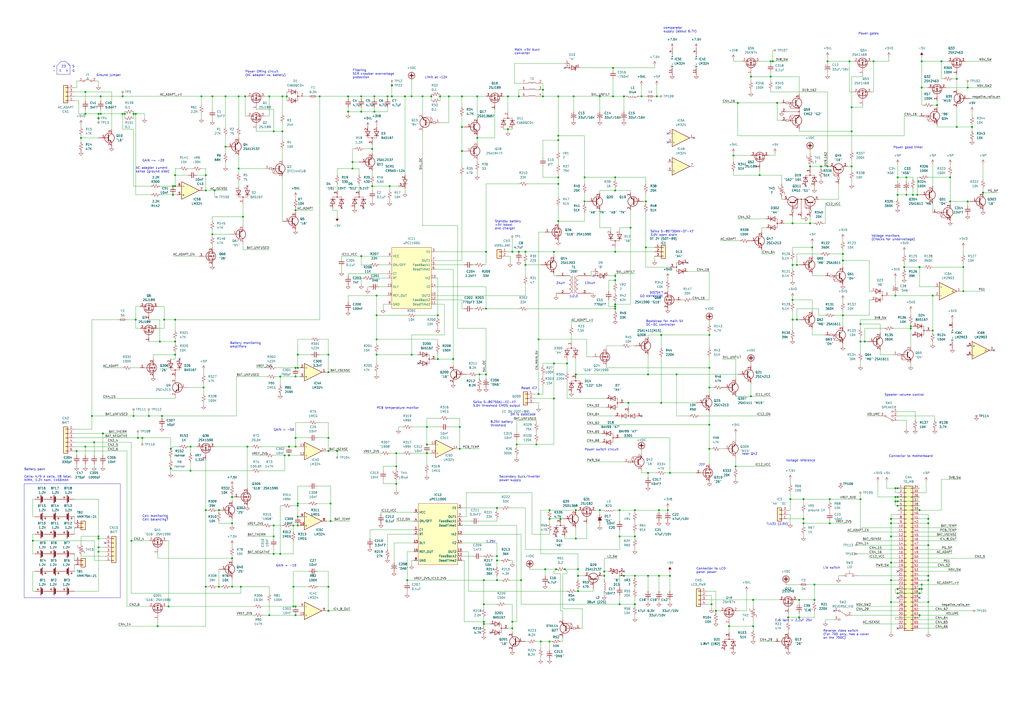
<source format=kicad_sch>
(kicad_sch (version 20230121) (generator eeschema)
  (paper "A2")
  (title_block (title "IBM Thinkpad 700C Power Board") (rev "1") (comment 1 "Copyright (c) 2023 Tube Time") (comment 2 "License: CC BY-SA 4.0 Intl.") (comment 3 "FRU NO: 48G3712") (comment 4 "P/N: 35G4785"))
  (junction (at 280.67 360.68))
  (junction (at 229.87 262.89))
  (junction (at 190.5 205.74))
  (junction (at 229.87 270.51))
  (junction (at 383.54 233.68))
  (junction (at 533.4 295.91))
  (junction (at 299.72 257.81))
  (junction (at 448.31 35.56))
  (junction (at 250.19 55.88))
  (junction (at 99.06 271.78))
  (junction (at 554.99 73.66))
  (junction (at 294.64 74.93))
  (junction (at 355.6 55.88))
  (junction (at 481.33 289.56))
  (junction (at 361.95 334.01))
  (junction (at 170.18 351.79))
  (junction (at 100.33 113.03))
  (junction (at 190.5 261.62))
  (junction (at 563.88 73.66))
  (junction (at 492.76 35.56))
  (junction (at 172.72 299.72))
  (junction (at 356.87 146.05))
  (junction (at 267.97 87.63))
  (junction (at 321.31 231.14))
  (junction (at 172.72 213.36))
  (junction (at 209.55 55.88))
  (junction (at 561.34 116.84))
  (junction (at 123.19 135.89))
  (junction (at 49.53 53.34))
  (junction (at 281.94 179.07))
  (junction (at 139.7 340.36))
  (junction (at 323.85 128.27))
  (junction (at 209.55 64.77))
  (junction (at 466.09 303.53))
  (junction (at 388.62 334.01))
  (junction (at 528.32 190.5))
  (junction (at 162.56 218.44))
  (junction (at 516.89 349.25))
  (junction (at 76.2 313.69))
  (junction (at 318.77 295.91))
  (junction (at 411.48 224.79))
  (junction (at 318.77 372.11))
  (junction (at 321.31 146.05))
  (junction (at 551.18 116.84))
  (junction (at 172.72 293.37))
  (junction (at 267.97 55.88))
  (junction (at 462.28 153.67))
  (junction (at 525.78 113.03))
  (junction (at 78.74 185.42))
  (junction (at 334.01 217.17))
  (junction (at 463.55 358.14))
  (junction (at 101.6 205.74))
  (junction (at 359.41 311.15))
  (junction (at 392.43 217.17))
  (junction (at 138.43 55.88))
  (junction (at 99.06 260.35))
  (junction (at 368.3 350.52))
  (junction (at 381 55.88))
  (junction (at 561.34 50.8))
  (junction (at 365.76 132.08))
  (junction (at 191.77 292.1))
  (junction (at 204.47 97.79))
  (junction (at 71.12 55.88))
  (junction (at 247.65 262.89))
  (junction (at 447.04 35.56))
  (junction (at 267.97 73.66))
  (junction (at 480.06 96.52))
  (junction (at 123.19 55.88))
  (junction (at 77.47 66.04))
  (junction (at 190.5 354.33))
  (junction (at 312.42 228.6))
  (junction (at 368.3 334.01))
  (junction (at 72.39 66.04))
  (junction (at 127 340.36))
  (junction (at 471.17 143.51))
  (junction (at 543.56 60.96))
  (junction (at 334.01 295.91))
  (junction (at 538.48 316.23))
  (junction (at 300.99 55.88))
  (junction (at 519.43 290.83))
  (junction (at 304.8 153.67))
  (junction (at 499.11 187.96))
  (junction (at 80.01 254))
  (junction (at 375.92 334.01))
  (junction (at 520.7 283.21))
  (junction (at 529.59 113.03))
  (junction (at 425.45 90.17))
  (junction (at 488.95 151.13))
  (junction (at 134.62 303.53))
  (junction (at 516.89 303.53))
  (junction (at 280.67 350.52))
  (junction (at 436.88 347.98))
  (junction (at 359.41 350.52))
  (junction (at 260.35 55.88))
  (junction (at 554.99 45.72))
  (junction (at 469.9 129.54))
  (junction (at 166.37 55.88))
  (junction (at 427.99 59.69))
  (junction (at 100.33 107.95))
  (junction (at 110.49 273.05))
  (junction (at 447.04 44.45))
  (junction (at 323.85 55.88))
  (junction (at 227.33 49.53))
  (junction (at 162.56 321.31))
  (junction (at 323.85 81.28))
  (junction (at 190.5 254))
  (junction (at 382.27 334.01))
  (junction (at 276.86 55.88))
  (junction (at 533.4 341.63))
  (junction (at 224.79 55.88))
  (junction (at 387.35 295.91))
  (junction (at 356.87 176.53))
  (junction (at 520.7 288.29))
  (junction (at 49.53 259.08))
  (junction (at 334.01 312.42))
  (junction (at 101.6 185.42))
  (junction (at 245.11 55.88))
  (junction (at 71.12 66.04))
  (junction (at 119.38 295.91))
  (junction (at 201.93 64.77))
  (junction (at 481.33 303.53))
  (junction (at 325.12 300.99))
  (junction (at 412.75 350.52))
  (junction (at 494.03 62.23))
  (junction (at 236.22 336.55))
  (junction (at 316.23 330.2))
  (junction (at 288.29 322.58))
  (junction (at 171.45 218.44))
  (junction (at 311.15 257.81))
  (junction (at 524.51 154.94))
  (junction (at 218.44 205.74))
  (junction (at 520.7 290.83))
  (junction (at 494.03 76.2))
  (junction (at 118.11 224.79))
  (junction (at 519.43 171.45))
  (junction (at 335.28 342.9))
  (junction (at 124.46 110.49))
  (junction (at 247.65 257.81))
  (junction (at 156.21 55.88))
  (junction (at 217.17 55.88))
  (junction (at 466.09 300.99))
  (junction (at 534.67 341.63))
  (junction (at 130.81 55.88))
  (junction (at 364.49 233.68))
  (junction (at 127 295.91))
  (junction (at 119.38 101.6))
  (junction (at 172.72 292.1))
  (junction (at 57.15 317.5))
  (junction (at 382.27 295.91))
  (junction (at 170.18 340.36))
  (junction (at 119.38 110.49))
  (junction (at 534.67 339.09))
  (junction (at 332.74 55.88))
  (junction (at 519.43 288.29))
  (junction (at 57.15 68.58))
  (junction (at 171.45 121.92))
  (junction (at 209.55 148.59))
  (junction (at 314.96 52.07))
  (junction (at 304.8 146.05))
  (junction (at 534.67 50.8))
  (junction (at 171.45 351.79))
  (junction (at 359.41 295.91))
  (junction (at 347.98 55.88))
  (junction (at 119.38 340.36))
  (junction (at 54.61 256.54))
  (junction (at 44.45 261.62))
  (junction (at 247.65 247.65))
  (junction (at 499.11 289.56))
  (junction (at 86.36 241.3))
  (junction (at 142.24 55.88))
  (junction (at 57.15 66.04))
  (junction (at 488.95 147.32))
  (junction (at 463.55 347.98))
  (junction (at 516.89 311.15))
  (junction (at 46.99 80.01))
  (junction (at 368.3 295.91))
  (junction (at 171.45 356.87))
  (junction (at 356.87 102.87))
  (junction (at 116.84 55.88))
  (junction (at 534.67 35.56))
  (junction (at 281.94 146.05))
  (junction (at 297.18 146.05))
  (junction (at 520.7 293.37))
  (junction (at 163.83 55.88))
  (junction (at 541.02 191.77))
  (junction (at 411.48 194.31))
  (junction (at 97.79 351.79))
  (junction (at 95.25 185.42))
  (junction (at 276.86 80.01))
  (junction (at 229.87 280.67))
  (junction (at 91.44 363.22))
  (junction (at 318.77 300.99))
  (junction (at 297.18 360.68))
  (junction (at 533.4 154.94))
  (junction (at 218.44 182.88))
  (junction (at 93.98 241.3))
  (junction (at 383.54 194.31))
  (junction (at 138.43 97.79))
  (junction (at 165.1 264.16))
  (junction (at 520.7 341.63))
  (junction (at 294.64 55.88))
  (junction (at 411.48 246.38))
  (junction (at 322.58 330.2))
  (junction (at 327.66 330.2))
  (junction (at 217.17 64.77))
  (junction (at 190.5 340.36))
  (junction (at 134.62 288.29))
  (junction (at 426.72 270.51))
  (junction (at 101.6 101.6))
  (junction (at 472.44 339.09))
  (junction (at 335.28 334.01))
  (junction (at 254 182.88))
  (junction (at 59.69 251.46))
  (junction (at 506.73 35.56))
  (junction (at 300.99 146.05))
  (junction (at 528.32 189.23))
  (junction (at 375.92 217.17))
  (junction (at 134.62 323.85))
  (junction (at 435.61 229.87))
  (junction (at 570.23 111.76))
  (junction (at 215.9 107.95))
  (junction (at 466.09 289.56))
  (junction (at 190.5 215.9))
  (junction (at 462.28 185.42))
  (junction (at 458.47 289.56))
  (junction (at 501.65 198.12))
  (junction (at 19.05 313.69))
  (junction (at 238.76 55.88))
  (junction (at 411.48 260.35))
  (junction (at 156.21 356.87))
  (junction (at 520.7 344.17))
  (junction (at 558.8 168.91))
  (junction (at 520.7 102.87))
  (junction (at 78.74 66.04))
  (junction (at 372.11 55.88))
  (junction (at 339.09 102.87))
  (junction (at 238.76 205.74))
  (junction (at 533.4 356.87))
  (junction (at 234.95 55.88))
  (junction (at 415.29 354.33))
  (junction (at 436.88 363.22))
  (junction (at 215.9 86.36))
  (junction (at 226.06 107.95))
  (junction (at 323.85 102.87))
  (junction (at 339.09 116.84))
  (junction (at 185.42 55.88))
  (junction (at 278.13 217.17))
  (junction (at 546.1 35.56))
  (junction (at 350.52 331.47))
  (junction (at 262.89 208.28))
  (junction (at 58.42 66.04))
  (junction (at 321.31 210.82))
  (junction (at 171.45 254))
  (junction (at 519.43 283.21))
  (junction (at 172.72 304.8))
  (junction (at 435.61 44.45))
  (junction (at 280.67 361.95))
  (junction (at 143.51 259.08))
  (junction (at 167.64 264.16))
  (junction (at 368.3 311.15))
  (junction (at 158.75 304.8))
  (junction (at 525.78 102.87))
  (junction (at 167.64 259.08))
  (junction (at 314.96 55.88))
  (junction (at 218.44 196.85))
  (junction (at 288.29 336.55))
  (junction (at 266.7 247.65))
  (junction (at 57.15 320.04))
  (junction (at 297.18 364.49))
  (junction (at 218.44 171.45))
  (junction (at 538.48 334.01))
  (junction (at 538.48 336.55))
  (junction (at 266.7 260.35))
  (junction (at 459.74 129.54))
  (junction (at 313.69 372.11))
  (junction (at 57.15 312.42))
  (junction (at 171.45 259.08))
  (junction (at 494.03 96.52))
  (junction (at 101.6 107.95))
  (junction (at 350.52 334.01))
  (junction (at 53.34 241.3))
  (junction (at 480.06 35.56))
  (junction (at 356.87 177.8))
  (junction (at 158.75 321.31))
  (junction (at 411.48 213.36))
  (junction (at 450.85 59.69))
  (junction (at 323.85 106.68))
  (junction (at 58.42 55.88))
  (junction (at 101.6 198.12))
  (junction (at 130.81 85.09))
  (junction (at 191.77 302.26))
  (junction (at 172.72 205.74))
  (junction (at 499.11 198.12))
  (junction (at 558.8 154.94))
  (junction (at 158.75 76.2))
  (junction (at 388.62 274.32))
  (junction (at 472.44 347.98))
  (junction (at 459.74 173.99))
  (junction (at 280.67 336.55))
  (junction (at 469.9 96.52))
  (junction (at 134.62 340.36))
  (junction (at 541.02 171.45))
  (junction (at 328.93 210.82))
  (junction (at 77.47 241.3))
  (junction (at 158.75 311.15))
  (junction (at 281.94 217.17))
  (junction (at 520.7 113.03))
  (junction (at 227.33 55.88))
  (junction (at 476.25 96.52))
  (junction (at 374.65 116.84))
  (junction (at 532.13 113.03))
  (junction (at 170.18 304.8))
  (junction (at 459.74 153.67))
  (junction (at 459.74 185.42))
  (junction (at 516.89 336.55))
  (junction (at 374.65 143.51))
  (junction (at 82.55 254))
  (junction (at 361.95 55.88))
  (junction (at 488.95 182.88))
  (junction (at 422.91 363.22))
  (junction (at 201.93 55.88))
  (junction (at 195.58 261.62))
  (junction (at 92.71 198.12))
  (junction (at 516.89 326.39))
  (junction (at 538.48 303.53))
  (junction (at 140.97 125.73))
  (junction (at 551.18 102.87))
  (junction (at 204.47 93.98))
  (junction (at 356.87 162.56))
  (junction (at 533.4 344.17))
  (junction (at 57.15 311.15))
  (junction (at 288.29 294.64))
  (junction (at 356.87 179.07))
  (junction (at 457.2 358.14))
  (junction (at 356.87 110.49))
  (junction (at 163.83 76.2))
  (junction (at 49.53 66.04))
  (junction (at 171.45 213.36))
  (junction (at 302.26 336.55))
  (junction (at 110.49 259.08))
  (junction (at 538.48 349.25))
  (junction (at 538.48 300.99))
  (junction (at 355.6 39.37))
  (junction (at 335.28 330.2))
  (junction (at 516.89 300.99))
  (junction (at 312.42 196.85))
  (junction (at 255.27 55.88))
  (junction (at 323.85 78.74))
  (junction (at 254 208.28))
  (junction (at 356.87 160.02))
  (junction (at 440.69 101.6))
  (junction (at 347.98 295.91))
  (junction (at 375.92 274.32))
  (junction (at 288.29 325.12))
  (no_connect (at 529.59 194.31))
  (no_connect (at 327.66 39.37))
  (no_connect (at 344.17 160.02))
  (no_connect (at 398.78 152.4))
  (no_connect (at 210.82 120.65))
  (no_connect (at 60.96 314.96))
  (no_connect (at 561.34 200.66))
  (no_connect (at 561.34 205.74))
  (no_connect (at 576.58 203.2))
  (no_connect (at 361.95 331.47))
  (no_connect (at 322.58 311.15))
  (no_connect (at 198.12 120.65))
  (no_connect (at 520.7 364.49))
  (no_connect (at 520.7 346.71))
  (no_connect (at 336.55 227.33))
  (no_connect (at 483.87 354.33))
  (no_connect (at 533.4 346.71))
  (no_connect (at 143.51 107.95))
  (no_connect (at 467.36 107.95))
  (no_connect (at 242.57 210.82))
  (no_connect (at 104.14 208.28))
  (no_connect (at 284.48 367.03))
  (no_connect (at 520.7 331.47))
  (no_connect (at 372.11 241.3))
  (no_connect (at 387.35 77.47))
  (no_connect (at 387.35 82.55))
  (no_connect (at 402.59 80.01))
  (wire (pts (xy 533.4 306.07) (xy 554.99 306.07)))
  (wire (pts (xy 300.99 55.88) (xy 303.53 55.88)))
  (wire (pts (xy 353.06 173.99) (xy 353.06 177.8)))
  (wire (pts (xy 313.69 372.11) (xy 313.69 375.92)))
  (wire (pts (xy 426.72 265.43) (xy 426.72 270.51)))
  (wire (pts (xy 533.4 354.33) (xy 565.15 354.33)))
  (wire (pts (xy 276.86 92.71) (xy 276.86 93.98)))
  (wire (pts (xy 288.29 350.52) (xy 280.67 350.52)))
  (wire (pts (xy 339.09 106.68) (xy 339.09 102.87)))
  (wire (pts (xy 78.74 66.04) (xy 78.74 113.03)))
  (wire (pts (xy 101.6 97.79) (xy 101.6 101.6)))
  (wire (pts (xy 533.4 356.87) (xy 556.26 356.87)))
  (wire (pts (xy 109.22 101.6) (xy 101.6 101.6)))
  (wire (pts (xy 332.74 55.88) (xy 347.98 55.88)))
  (wire (pts (xy 318.77 295.91) (xy 334.01 295.91)))
  (wire (pts (xy 165.1 264.16) (xy 158.75 264.16)))
  (wire (pts (xy 533.4 341.63) (xy 534.67 341.63)))
  (wire (pts (xy 53.34 185.42) (xy 53.34 241.3)))
  (wire (pts (xy 382.27 334.01) (xy 382.27 342.9)))
  (wire (pts (xy 340.36 312.42) (xy 340.36 303.53)))
  (wire (pts (xy 488.95 147.32) (xy 488.95 151.13)))
  (wire (pts (xy 116.84 97.79) (xy 119.38 97.79)))
  (wire (pts (xy 119.38 97.79) (xy 119.38 101.6)))
  (wire (pts (xy 250.19 55.88) (xy 250.19 58.42)))
  (wire (pts (xy 331.47 198.12) (xy 331.47 194.31)))
  (wire (pts (xy 236.22 337.82) (xy 236.22 336.55)))
  (wire (pts (xy 533.4 102.87) (xy 532.13 102.87)))
  (wire (pts (xy 217.17 55.88) (xy 224.79 55.88)))
  (wire (pts (xy 560.07 35.56) (xy 575.31 35.56)))
  (wire (pts (xy 140.97 118.11) (xy 140.97 125.73)))
  (wire (pts (xy 190.5 331.47) (xy 190.5 340.36)))
  (wire (pts (xy 480.06 96.52) (xy 481.33 96.52)))
  (wire (pts (xy 463.55 355.6) (xy 463.55 358.14)))
  (wire (pts (xy 462.28 179.07) (xy 462.28 185.42)))
  (wire (pts (xy 101.6 101.6) (xy 101.6 107.95)))
  (wire (pts (xy 254 196.85) (xy 254 199.39)))
  (wire (pts (xy 529.59 109.22) (xy 529.59 113.03)))
  (wire (pts (xy 466.09 309.88) (xy 466.09 311.15)))
  (wire (pts (xy 321.31 210.82) (xy 321.31 231.14)))
  (wire (pts (xy 368.3 334.01) (xy 375.92 334.01)))
  (wire (pts (xy 387.35 167.64) (xy 387.35 168.91)))
  (wire (pts (xy 447.04 53.34) (xy 480.06 53.34)))
  (wire (pts (xy 382.27 349.25) (xy 382.27 347.98)))
  (wire (pts (xy 520.7 290.83) (xy 533.4 290.83)))
  (wire (pts (xy 372.11 49.53) (xy 372.11 55.88)))
  (wire (pts (xy 255.27 55.88) (xy 255.27 58.42)))
  (wire (pts (xy 201.93 171.45) (xy 218.44 171.45)))
  (wire (pts (xy 123.19 135.89) (xy 123.19 137.16)))
  (wire (pts (xy 252.73 146.05) (xy 281.94 146.05)))
  (wire (pts (xy 516.89 326.39) (xy 520.7 326.39)))
  (wire (pts (xy 142.24 55.88) (xy 143.51 55.88)))
  (wire (pts (xy 44.45 269.24) (xy 44.45 270.51)))
  (wire (pts (xy 138.43 97.79) (xy 153.67 97.79)))
  (wire (pts (xy 347.98 55.88) (xy 347.98 64.77)))
  (wire (pts (xy 247.65 262.89) (xy 250.19 262.89)))
  (wire (pts (xy 116.84 66.04) (xy 116.84 68.58)))
  (wire (pts (xy 469.9 129.54) (xy 472.44 129.54)))
  (wire (pts (xy 520.7 110.49) (xy 520.7 113.03)))
  (wire (pts (xy 276.86 80.01) (xy 276.86 78.74)))
  (wire (pts (xy 123.19 68.58) (xy 123.19 69.85)))
  (wire (pts (xy 375.92 194.31) (xy 375.92 195.58)))
  (wire (pts (xy 359.41 345.44) (xy 359.41 350.52)))
  (wire (pts (xy 334.01 217.17) (xy 375.92 217.17)))
  (wire (pts (xy 471.17 180.34) (xy 471.17 173.99)))
  (wire (pts (xy 148.59 76.2) (xy 148.59 74.93)))
  (wire (pts (xy 549.91 35.56) (xy 546.1 35.56)))
  (wire (pts (xy 245.11 55.88) (xy 250.19 55.88)))
  (wire (pts (xy 138.43 55.88) (xy 138.43 73.66)))
  (wire (pts (xy 520.7 283.21) (xy 533.4 283.21)))
  (wire (pts (xy 529.59 102.87) (xy 529.59 104.14)))
  (wire (pts (xy 172.72 281.94) (xy 172.72 292.1)))
  (polyline (pts (xy 33.02 43.18) (xy 40.64 43.18)))
  (wire (pts (xy 68.58 363.22) (xy 91.44 363.22)))
  (wire (pts (xy 267.97 101.6) (xy 267.97 151.13)))
  (wire (pts (xy 359.41 254) (xy 388.62 254)))
  (wire (pts (xy 170.18 321.31) (xy 162.56 321.31)))
  (wire (pts (xy 323.85 92.71) (xy 323.85 95.25)))
  (wire (pts (xy 579.12 111.76) (xy 570.23 111.76)))
  (wire (pts (xy 82.55 254) (xy 99.06 254)))
  (wire (pts (xy 368.3 308.61) (xy 368.3 311.15)))
  (wire (pts (xy 524.51 152.4) (xy 524.51 154.94)))
  (wire (pts (xy 281.94 153.67) (xy 280.67 153.67)))
  (wire (pts (xy 80.01 254) (xy 82.55 254)))
  (wire (pts (xy 488.95 180.34) (xy 488.95 182.88)))
  (wire (pts (xy 426.72 270.51) (xy 447.04 270.51)))
  (wire (pts (xy 459.74 153.67) (xy 459.74 156.21)))
  (wire (pts (xy 118.11 222.25) (xy 118.11 224.79)))
  (wire (pts (xy 166.37 55.88) (xy 166.37 53.34)))
  (wire (pts (xy 359.41 132.08) (xy 359.41 133.35)))
  (wire (pts (xy 492.76 35.56) (xy 492.76 53.34)))
  (wire (pts (xy 57.15 46.99) (xy 57.15 49.53)))
  (wire (pts (xy 356.87 146.05) (xy 379.73 146.05)))
  (wire (pts (xy 80.01 250.19) (xy 80.01 254)))
  (wire (pts (xy 463.55 76.2) (xy 494.03 76.2)))
  (wire (pts (xy 524.51 146.05) (xy 524.51 147.32)))
  (wire (pts (xy 514.35 279.4) (xy 514.35 283.21)))
  (wire (pts (xy 500.38 313.69) (xy 520.7 313.69)))
  (wire (pts (xy 339.09 78.74) (xy 339.09 102.87)))
  (wire (pts (xy 204.47 93.98) (xy 208.28 93.98)))
  (wire (pts (xy 383.54 233.68) (xy 403.86 233.68)))
  (wire (pts (xy 411.48 207.01) (xy 411.48 213.36)))
  (wire (pts (xy 267.97 73.66) (xy 267.97 87.63)))
  (wire (pts (xy 534.67 35.56) (xy 546.1 35.56)))
  (polyline (pts (xy 33.02 38.1) (xy 33.02 43.18)))
  (wire (pts (xy 43.18 261.62) (xy 44.45 261.62)))
  (wire (pts (xy 459.74 143.51) (xy 471.17 143.51)))
  (wire (pts (xy 436.88 347.98) (xy 436.88 351.79)))
  (wire (pts (xy 494.03 44.45) (xy 500.38 44.45)))
  (wire (pts (xy 179.07 340.36) (xy 170.18 340.36)))
  (wire (pts (xy 464.82 127) (xy 464.82 125.73)))
  (wire (pts (xy 314.96 228.6) (xy 314.96 223.52)))
  (wire (pts (xy 162.56 218.44) (xy 171.45 218.44)))
  (wire (pts (xy 340.36 196.85) (xy 340.36 207.01)))
  (wire (pts (xy 227.33 49.53) (xy 227.33 55.88)))
  (wire (pts (xy 541.02 171.45) (xy 541.02 191.77)))
  (wire (pts (xy 215.9 99.06) (xy 215.9 101.6)))
  (wire (pts (xy 481.33 289.56) (xy 466.09 289.56)))
  (wire (pts (xy 71.12 74.93) (xy 77.47 74.93)))
  (wire (pts (xy 374.65 106.68) (xy 374.65 102.87)))
  (wire (pts (xy 262.89 156.21) (xy 262.89 208.28)))
  (wire (pts (xy 459.74 185.42) (xy 459.74 191.77)))
  (wire (pts (xy 469.9 125.73) (xy 469.9 129.54)))
  (wire (pts (xy 524.51 154.94) (xy 533.4 154.94)))
  (wire (pts (xy 472.44 339.09) (xy 472.44 347.98)))
  (wire (pts (xy 195.58 97.79) (xy 204.47 97.79)))
  (wire (pts (xy 344.17 342.9) (xy 335.28 342.9)))
  (wire (pts (xy 238.76 55.88) (xy 245.11 55.88)))
  (wire (pts (xy 487.68 119.38) (xy 478.79 119.38)))
  (wire (pts (xy 229.87 280.67) (xy 229.87 284.48)))
  (wire (pts (xy 215.9 86.36) (xy 215.9 88.9)))
  (wire (pts (xy 170.18 331.47) (xy 179.07 331.47)))
  (wire (pts (xy 222.25 176.53) (xy 224.79 176.53)))
  (wire (pts (xy 217.17 64.77) (xy 224.79 64.77)))
  (wire (pts (xy 101.6 185.42) (xy 95.25 185.42)))
  (wire (pts (xy 91.44 363.22) (xy 91.44 359.41)))
  (wire (pts (xy 481.33 289.56) (xy 499.11 289.56)))
  (wire (pts (xy 78.74 177.8) (xy 81.28 177.8)))
  (wire (pts (xy 140.97 144.78) (xy 156.21 144.78)))
  (wire (pts (xy 457.2 355.6) (xy 457.2 358.14)))
  (wire (pts (xy 204.47 86.36) (xy 204.47 93.98)))
  (wire (pts (xy 134.62 340.36) (xy 139.7 340.36)))
  (wire (pts (xy 509.27 279.4) (xy 509.27 288.29)))
  (wire (pts (xy 109.22 259.08) (xy 110.49 259.08)))
  (wire (pts (xy 218.44 204.47) (xy 218.44 205.74)))
  (wire (pts (xy 398.78 157.48) (xy 411.48 157.48)))
  (wire (pts (xy 462.28 153.67) (xy 462.28 147.32)))
  (wire (pts (xy 19.05 289.56) (xy 20.32 289.56)))
  (wire (pts (xy 238.76 55.88) (xy 234.95 55.88)))
  (wire (pts (xy 265.43 190.5) (xy 281.94 190.5)))
  (wire (pts (xy 533.4 361.95) (xy 549.91 361.95)))
  (wire (pts (xy 534.67 60.96) (xy 534.67 50.8)))
  (wire (pts (xy 474.98 179.07) (xy 462.28 179.07)))
  (wire (pts (xy 334.01 295.91) (xy 335.28 295.91)))
  (wire (pts (xy 350.52 331.47) (xy 350.52 334.01)))
  (wire (pts (xy 459.74 161.29) (xy 459.74 162.56)))
  (wire (pts (xy 474.98 182.88) (xy 478.79 182.88)))
  (wire (pts (xy 306.07 179.07) (xy 356.87 179.07)))
  (wire (pts (xy 335.28 334.01) (xy 339.09 334.01)))
  (wire (pts (xy 308.61 285.75) (xy 308.61 309.88)))
  (wire (pts (xy 76.2 313.69) (xy 86.36 313.69)))
  (wire (pts (xy 558.8 168.91) (xy 571.5 168.91)))
  (wire (pts (xy 542.29 243.84) (xy 542.29 241.3)))
  (wire (pts (xy 267.97 55.88) (xy 267.97 62.23)))
  (wire (pts (xy 387.35 295.91) (xy 387.35 297.18)))
  (wire (pts (xy 471.17 143.51) (xy 471.17 148.59)))
  (wire (pts (xy 328.93 231.14) (xy 351.79 231.14)))
  (wire (pts (xy 201.93 64.77) (xy 209.55 64.77)))
  (wire (pts (xy 267.97 304.8) (xy 299.72 304.8)))
  (wire (pts (xy 204.47 97.79) (xy 208.28 97.79)))
  (wire (pts (xy 533.4 311.15) (xy 554.99 311.15)))
  (wire (pts (xy 541.02 171.45) (xy 542.29 171.45)))
  (wire (pts (xy 316.23 330.2) (xy 322.58 330.2)))
  (wire (pts (xy 124.46 110.49) (xy 124.46 114.3)))
  (wire (pts (xy 323.85 102.87) (xy 323.85 106.68)))
  (wire (pts (xy 53.34 248.92) (xy 43.18 248.92)))
  (wire (pts (xy 492.76 53.34) (xy 495.3 53.34)))
  (wire (pts (xy 294.64 55.88) (xy 300.99 55.88)))
  (wire (pts (xy 130.81 55.88) (xy 130.81 73.66)))
  (wire (pts (xy 422.91 361.95) (xy 422.91 363.22)))
  (wire (pts (xy 280.67 360.68) (xy 280.67 361.95)))
  (wire (pts (xy 525.78 102.87) (xy 525.78 105.41)))
  (wire (pts (xy 520.7 288.29) (xy 533.4 288.29)))
  (wire (pts (xy 364.49 233.68) (xy 364.49 236.22)))
  (wire (pts (xy 499.11 285.75) (xy 499.11 289.56)))
  (wire (pts (xy 516.89 300.99) (xy 520.7 300.99)))
  (wire (pts (xy 153.67 264.16) (xy 146.05 264.16)))
  (wire (pts (xy 170.18 313.69) (xy 170.18 321.31)))
  (wire (pts (xy 162.56 218.44) (xy 162.56 223.52)))
  (wire (pts (xy 375.92 334.01) (xy 375.92 342.9)))
  (wire (pts (xy 101.6 107.95) (xy 102.87 107.95)))
  (wire (pts (xy 313.69 321.31) (xy 335.28 321.31)))
  (wire (pts (xy 280.67 336.55) (xy 280.67 350.52)))
  (wire (pts (xy 427.99 59.69) (xy 427.99 78.74)))
  (wire (pts (xy 375.92 347.98) (xy 375.92 349.25)))
  (wire (pts (xy 118.11 224.79) (xy 118.11 228.6)))
  (wire (pts (xy 425.45 88.9) (xy 425.45 90.17)))
  (wire (pts (xy 46.99 82.55) (xy 46.99 80.01)))
  (wire (pts (xy 471.17 173.99) (xy 459.74 173.99)))
  (wire (pts (xy 510.54 205.74) (xy 518.16 205.74)))
  (wire (pts (xy 120.65 295.91) (xy 119.38 295.91)))
  (wire (pts (xy 280.67 336.55) (xy 288.29 336.55)))
  (wire (pts (xy 321.31 331.47) (xy 322.58 330.2)))
  (wire (pts (xy 45.72 58.42) (xy 45.72 66.04)))
  (wire (pts (xy 130.81 85.09) (xy 130.81 88.9)))
  (wire (pts (xy 558.8 154.94) (xy 558.8 152.4)))
  (wire (pts (xy 300.99 52.07) (xy 300.99 55.88)))
  (wire (pts (xy 44.45 50.8) (xy 44.45 46.99)))
  (wire (pts (xy 457.2 298.45) (xy 458.47 298.45)))
  (wire (pts (xy 252.73 161.29) (xy 254 161.29)))
  (wire (pts (xy 190.5 205.74) (xy 185.42 205.74)))
  (wire (pts (xy 349.25 334.01) (xy 350.52 334.01)))
  (wire (pts (xy 519.43 358.14) (xy 519.43 359.41)))
  (wire (pts (xy 405.13 241.3) (xy 447.04 241.3)))
  (wire (pts (xy 19.05 299.72) (xy 19.05 289.56)))
  (wire (pts (xy 54.61 256.54) (xy 76.2 256.54)))
  (wire (pts (xy 435.61 90.17) (xy 425.45 90.17)))
  (wire (pts (xy 294.64 74.93) (xy 297.18 74.93)))
  (wire (pts (xy 234.95 55.88) (xy 234.95 101.6)))
  (wire (pts (xy 295.91 325.12) (xy 297.18 325.12)))
  (wire (pts (xy 520.7 95.25) (xy 520.7 102.87)))
  (wire (pts (xy 137.16 218.44) (xy 154.94 218.44)))
  (wire (pts (xy 326.39 332.74) (xy 328.93 332.74)))
  (wire (pts (xy 46.99 78.74) (xy 46.99 80.01)))
  (wire (pts (xy 179.07 245.11) (xy 171.45 245.11)))
  (wire (pts (xy 208.28 106.68) (xy 208.28 110.49)))
  (wire (pts (xy 372.11 261.62) (xy 372.11 262.89)))
  (wire (pts (xy 299.72 257.81) (xy 311.15 257.81)))
  (wire (pts (xy 520.7 344.17) (xy 533.4 344.17)))
  (wire (pts (xy 558.8 143.51) (xy 558.8 147.32)))
  (wire (pts (xy 519.43 290.83) (xy 519.43 293.37)))
  (wire (pts (xy 254 189.23) (xy 254 190.5)))
  (wire (pts (xy 314.96 81.28) (xy 323.85 81.28)))
  (wire (pts (xy 49.53 259.08) (xy 49.53 264.16)))
  (wire (pts (xy 534.67 339.09) (xy 534.67 341.63)))
  (wire (pts (xy 551.18 95.25) (xy 551.18 96.52)))
  (wire (pts (xy 340.36 207.01) (xy 344.17 207.01)))
  (wire (pts (xy 255.27 55.88) (xy 260.35 55.88)))
  (wire (pts (xy 562.61 57.15) (xy 580.39 57.15)))
  (wire (pts (xy 534.67 339.09) (xy 556.26 339.09)))
  (wire (pts (xy 533.4 113.03) (xy 532.13 113.03)))
  (wire (pts (xy 525.78 243.84) (xy 525.78 248.92)))
  (wire (pts (xy 486.41 334.01) (xy 486.41 335.28)))
  (wire (pts (xy 411.48 213.36) (xy 411.48 224.79)))
  (wire (pts (xy 401.32 173.99) (xy 411.48 173.99)))
  (wire (pts (xy 368.3 318.77) (xy 368.3 317.5)))
  (wire (pts (xy 318.77 300.99) (xy 318.77 303.53)))
  (wire (pts (xy 224.79 158.75) (xy 201.93 158.75)))
  (wire (pts (xy 347.98 55.88) (xy 355.6 55.88)))
  (wire (pts (xy 417.83 139.7) (xy 429.26 139.7)))
  (wire (pts (xy 561.34 116.84) (xy 562.61 116.84)))
  (wire (pts (xy 318.77 377.19) (xy 318.77 372.11)))
  (polyline (pts (xy 33.02 38.1) (xy 35.56 35.56)))
  (wire (pts (xy 172.72 213.36) (xy 173.99 213.36)))
  (wire (pts (xy 533.4 154.94) (xy 535.94 154.94)))
  (wire (pts (xy 201.93 55.88) (xy 209.55 55.88)))
  (wire (pts (xy 381 55.88) (xy 379.73 55.88)))
  (wire (pts (xy 156.21 356.87) (xy 171.45 356.87)))
  (wire (pts (xy 513.08 190.5) (xy 501.65 190.5)))
  (wire (pts (xy 252.73 171.45) (xy 304.8 171.45)))
  (wire (pts (xy 119.38 295.91) (xy 119.38 340.36)))
  (wire (pts (xy 533.4 328.93) (xy 551.18 328.93)))
  (wire (pts (xy 71.12 55.88) (xy 116.84 55.88)))
  (wire (pts (xy 519.43 285.75) (xy 520.7 285.75)))
  (wire (pts (xy 172.72 304.8) (xy 170.18 304.8)))
  (wire (pts (xy 43.18 331.47) (xy 43.18 327.66)))
  (wire (pts (xy 130.81 93.98) (xy 130.81 96.52)))
  (wire (pts (xy 375.92 334.01) (xy 382.27 334.01)))
  (wire (pts (xy 101.6 205.74) (xy 88.9 205.74)))
  (wire (pts (xy 425.45 90.17) (xy 425.45 93.98)))
  (wire (pts (xy 158.75 76.2) (xy 148.59 76.2)))
  (wire (pts (xy 118.11 234.95) (xy 118.11 233.68)))
  (wire (pts (xy 327.66 330.2) (xy 328.93 331.47)))
  (wire (pts (xy 280.67 361.95) (xy 284.48 361.95)))
  (wire (pts (xy 551.18 102.87) (xy 538.48 102.87)))
  (wire (pts (xy 269.24 73.66) (xy 267.97 73.66)))
  (wire (pts (xy 44.45 261.62) (xy 73.66 261.62)))
  (wire (pts (xy 375.92 274.32) (xy 372.11 274.32)))
  (wire (pts (xy 76.2 344.17) (xy 139.7 344.17)))
  (wire (pts (xy 459.74 129.54) (xy 459.74 125.73)))
  (wire (pts (xy 382.27 295.91) (xy 387.35 295.91)))
  (wire (pts (xy 313.69 295.91) (xy 313.69 321.31)))
  (wire (pts (xy 311.15 243.84) (xy 311.15 245.11)))
  (wire (pts (xy 334.01 306.07) (xy 334.01 312.42)))
  (wire (pts (xy 388.62 349.25) (xy 388.62 347.98)))
  (wire (pts (xy 281.94 166.37) (xy 281.94 179.07)))
  (wire (pts (xy 281.94 146.05) (xy 281.94 153.67)))
  (wire (pts (xy 49.53 58.42) (xy 49.53 53.34)))
  (wire (pts (xy 455.93 339.09) (xy 463.55 339.09)))
  (wire (pts (xy 374.65 123.19) (xy 374.65 143.51)))
  (wire (pts (xy 57.15 66.04) (xy 57.15 68.58)))
  (wire (pts (xy 245.11 66.04) (xy 245.11 55.88)))
  (wire (pts (xy 110.49 273.05) (xy 146.05 273.05)))
  (wire (pts (xy 323.85 78.74) (xy 323.85 81.28)))
  (wire (pts (xy 73.66 351.79) (xy 86.36 351.79)))
  (wire (pts (xy 474.98 179.07) (xy 474.98 182.88)))
  (wire (pts (xy 491.49 96.52) (xy 494.03 96.52)))
  (wire (pts (xy 519.43 283.21) (xy 514.35 283.21)))
  (wire (pts (xy 364.49 233.68) (xy 361.95 233.68)))
  (wire (pts (xy 533.4 356.87) (xy 533.4 358.14)))
  (wire (pts (xy 265.43 130.81) (xy 265.43 190.5)))
  (wire (pts (xy 472.44 358.14) (xy 463.55 358.14)))
  (wire (pts (xy 201.93 66.04) (xy 201.93 64.77)))
  (wire (pts (xy 356.87 158.75) (xy 356.87 160.02)))
  (wire (pts (xy 307.34 330.2) (xy 316.23 330.2)))
  (wire (pts (xy 321.31 332.74) (xy 321.31 331.47)))
  (wire (pts (xy 519.43 288.29) (xy 509.27 288.29)))
  (wire (pts (xy 167.64 259.08) (xy 171.45 259.08)))
  (polyline (pts (xy 69.85 346.71) (xy 13.97 346.71)))
  (wire (pts (xy 83.82 66.04) (xy 83.82 68.58)))
  (wire (pts (xy 458.47 295.91) (xy 457.2 295.91)))
  (wire (pts (xy 43.18 309.88) (xy 43.18 306.07)))
  (wire (pts (xy 57.15 311.15) (xy 57.15 312.42)))
  (wire (pts (xy 86.36 185.42) (xy 92.71 185.42)))
  (wire (pts (xy 538.48 300.99) (xy 538.48 303.53)))
  (wire (pts (xy 152.4 356.87) (xy 156.21 356.87)))
  (wire (pts (xy 185.42 185.42) (xy 185.42 55.88)))
  (wire (pts (xy 339.09 111.76) (xy 339.09 116.84)))
  (wire (pts (xy 359.41 318.77) (xy 359.41 311.15)))
  (wire (pts (xy 274.32 179.07) (xy 275.59 179.07)))
  (wire (pts (xy 481.33 147.32) (xy 488.95 147.32)))
  (wire (pts (xy 58.42 55.88) (xy 58.42 58.42)))
  (wire (pts (xy 454.66 129.54) (xy 459.74 129.54)))
  (wire (pts (xy 238.76 262.89) (xy 247.65 262.89)))
  (wire (pts (xy 541.02 198.12) (xy 541.02 199.39)))
  (wire (pts (xy 570.23 109.22) (xy 570.23 111.76)))
  (wire (pts (xy 347.98 303.53) (xy 347.98 304.8)))
  (wire (pts (xy 447.04 44.45) (xy 435.61 44.45)))
  (wire (pts (xy 49.53 63.5) (xy 49.53 66.04)))
  (wire (pts (xy 318.77 308.61) (xy 318.77 309.88)))
  (wire (pts (xy 271.78 342.9) (xy 328.93 342.9)))
  (wire (pts (xy 481.33 303.53) (xy 494.03 303.53)))
  (wire (pts (xy 170.18 340.36) (xy 170.18 351.79)))
  (wire (pts (xy 231.14 247.65) (xy 231.14 248.92)))
  (wire (pts (xy 119.38 340.36) (xy 119.38 363.22)))
  (wire (pts (xy 198.12 154.94) (xy 198.12 157.48)))
  (wire (pts (xy 44.45 50.8) (xy 43.18 50.8)))
  (wire (pts (xy 356.87 160.02) (xy 356.87 162.56)))
  (wire (pts (xy 138.43 90.17) (xy 138.43 97.79)))
  (wire (pts (xy 353.06 177.8) (xy 356.87 177.8)))
  (wire (pts (xy 222.25 179.07) (xy 222.25 176.53)))
  (wire (pts (xy 480.06 36.83) (xy 480.06 35.56)))
  (wire (pts (xy 342.9 157.48) (xy 344.17 157.48)))
  (wire (pts (xy 323.85 106.68) (xy 323.85 114.3)))
  (wire (pts (xy 426.72 270.51) (xy 426.72 271.78)))
  (wire (pts (xy 92.71 198.12) (xy 101.6 198.12)))
  (wire (pts (xy 496.57 354.33) (xy 520.7 354.33)))
  (wire (pts (xy 538.48 334.01) (xy 538.48 336.55)))
  (wire (pts (xy 163.83 86.36) (xy 163.83 92.71)))
  (wire (pts (xy 375.92 274.32) (xy 381 274.32)))
  (wire (pts (xy 43.18 58.42) (xy 45.72 58.42)))
  (wire (pts (xy 321.31 231.14) (xy 321.31 257.81)))
  (wire (pts (xy 172.72 304.8) (xy 173.99 304.8)))
  (wire (pts (xy 388.62 342.9) (xy 388.62 334.01)))
  (wire (pts (xy 499.11 187.96) (xy 499.11 190.5)))
  (wire (pts (xy 425.45 35.56) (xy 430.53 35.56)))
  (wire (pts (xy 214.63 307.34) (xy 214.63 312.42)))
  (wire (pts (xy 551.18 102.87) (xy 551.18 101.6)))
  (wire (pts (xy 19.05 313.69) (xy 19.05 321.31)))
  (wire (pts (xy 240.03 307.34) (xy 214.63 307.34)))
  (wire (pts (xy 82.55 254) (xy 82.55 257.81)))
  (wire (pts (xy 355.6 39.37) (xy 379.73 39.37)))
  (wire (pts (xy 184.15 331.47) (xy 190.5 331.47)))
  (wire (pts (xy 554.99 73.66) (xy 543.56 73.66)))
  (wire (pts (xy 561.34 119.38) (xy 561.34 116.84)))
  (wire (pts (xy 54.61 256.54) (xy 54.61 264.16)))
  (wire (pts (xy 528.32 210.82) (xy 528.32 212.09)))
  (wire (pts (xy 520.7 238.76) (xy 530.86 238.76)))
  (wire (pts (xy 463.55 350.52) (xy 463.55 347.98)))
  (wire (pts (xy 392.43 217.17) (xy 392.43 241.3)))
  (wire (pts (xy 368.3 356.87) (xy 368.3 358.14)))
  (wire (pts (xy 267.97 67.31) (xy 267.97 73.66)))
  (polyline (pts (xy 38.1 35.56) (xy 40.64 38.1)))
  (wire (pts (xy 356.87 102.87) (xy 356.87 104.14)))
  (wire (pts (xy 77.47 237.49) (xy 77.47 241.3)))
  (wire (pts (xy 218.44 196.85) (xy 254 196.85)))
  (wire (pts (xy 327.66 311.15) (xy 327.66 312.42)))
  (wire (pts (xy 419.1 208.28) (xy 426.72 208.28)))
  (wire (pts (xy 190.5 205.74) (xy 190.5 215.9)))
  (wire (pts (xy 561.34 46.99) (xy 561.34 50.8)))
  (wire (pts (xy 238.76 46.99) (xy 238.76 55.88)))
  (wire (pts (xy 355.6 55.88) (xy 361.95 55.88)))
  (wire (pts (xy 447.04 53.34) (xy 447.04 52.07)))
  (wire (pts (xy 198.12 148.59) (xy 209.55 148.59)))
  (wire (pts (xy 463.55 347.98) (xy 462.28 347.98)))
  (wire (pts (xy 288.29 328.93) (xy 288.29 325.12)))
  (wire (pts (xy 533.4 336.55) (xy 538.48 336.55)))
  (wire (pts (xy 59.69 231.14) (xy 101.6 231.14)))
  (wire (pts (xy 294.64 55.88) (xy 294.64 64.77)))
  (wire (pts (xy 483.87 359.41) (xy 478.79 359.41)))
  (wire (pts (xy 433.07 354.33) (xy 427.99 354.33)))
  (wire (pts (xy 411.48 224.79) (xy 411.48 228.6)))
  (wire (pts (xy 44.45 261.62) (xy 44.45 264.16)))
  (wire (pts (xy 520.7 293.37) (xy 533.4 293.37)))
  (wire (pts (xy 347.98 132.08) (xy 347.98 121.92)))
  (polyline (pts (xy 69.85 280.67) (xy 69.85 346.71)))
  (wire (pts (xy 520.7 288.29) (xy 519.43 288.29)))
  (wire (pts (xy 184.15 281.94) (xy 191.77 281.94)))
  (wire (pts (xy 502.92 241.3) (xy 510.54 241.3)))
  (wire (pts (xy 533.4 351.79) (xy 562.61 351.79)))
  (wire (pts (xy 516.89 303.53) (xy 516.89 311.15)))
  (wire (pts (xy 53.34 185.42) (xy 68.58 185.42)))
  (wire (pts (xy 347.98 110.49) (xy 356.87 110.49)))
  (wire (pts (xy 506.73 35.56) (xy 506.73 53.34)))
  (wire (pts (xy 441.96 132.08) (xy 441.96 134.62)))
  (wire (pts (xy 95.25 185.42) (xy 95.25 177.8)))
  (wire (pts (xy 354.33 132.08) (xy 347.98 132.08)))
  (wire (pts (xy 234.95 111.76) (xy 234.95 109.22)))
  (wire (pts (xy 351.79 213.36) (xy 411.48 213.36)))
  (wire (pts (xy 466.09 300.99) (xy 457.2 300.99)))
  (wire (pts (xy 228.6 314.96) (xy 228.6 326.39)))
  (wire (pts (xy 533.4 344.17) (xy 534.67 344.17)))
  (wire (pts (xy 325.12 372.11) (xy 326.39 372.11)))
  (wire (pts (xy 533.4 298.45) (xy 538.48 298.45)))
  (wire (pts (xy 53.34 241.3) (xy 53.34 248.92)))
  (wire (pts (xy 480.06 35.56) (xy 492.76 35.56)))
  (wire (pts (xy 270.51 299.72) (xy 270.51 285.75)))
  (wire (pts (xy 114.3 101.6) (xy 119.38 101.6)))
  (wire (pts (xy 189.23 261.62) (xy 190.5 261.62)))
  (wire (pts (xy 276.86 99.06) (xy 276.86 101.6)))
  (wire (pts (xy 224.79 62.23) (xy 224.79 64.77)))
  (wire (pts (xy 546.1 35.56) (xy 546.1 45.72)))
  (wire (pts (xy 435.61 229.87) (xy 447.04 229.87)))
  (wire (pts (xy 184.15 340.36) (xy 190.5 340.36)))
  (wire (pts (xy 233.68 247.65) (xy 231.14 247.65)))
  (wire (pts (xy 328.93 215.9) (xy 328.93 210.82)))
  (wire (pts (xy 321.31 257.81) (xy 311.15 257.81)))
  (wire (pts (xy 499.11 185.42) (xy 514.35 185.42)))
  (wire (pts (xy 110.49 267.97) (xy 110.49 273.05)))
  (wire (pts (xy 19.05 313.69) (xy 19.05 309.88)))
  (wire (pts (xy 43.18 289.56) (xy 57.15 289.56)))
  (wire (pts (xy 190.5 354.33) (xy 203.2 354.33)))
  (wire (pts (xy 152.4 351.79) (xy 170.18 351.79)))
  (wire (pts (xy 481.33 297.18) (xy 481.33 295.91)))
  (wire (pts (xy 43.18 303.53) (xy 43.18 299.72)))
  (wire (pts (xy 101.6 205.74) (xy 101.6 208.28)))
  (wire (pts (xy 153.67 67.31) (xy 156.21 67.31)))
  (wire (pts (xy 209.55 55.88) (xy 217.17 55.88)))
  (wire (pts (xy 311.15 372.11) (xy 313.69 372.11)))
  (wire (pts (xy 528.32 180.34) (xy 528.32 182.88)))
  (wire (pts (xy 546.1 278.13) (xy 546.1 295.91)))
  (wire (pts (xy 267.97 151.13) (xy 252.73 151.13)))
  (wire (pts (xy 533.4 339.09) (xy 534.67 339.09)))
  (wire (pts (xy 219.71 153.67) (xy 224.79 153.67)))
  (wire (pts (xy 57.15 317.5) (xy 60.96 317.5)))
  (wire (pts (xy 140.97 140.97) (xy 140.97 144.78)))
  (wire (pts (xy 313.69 381) (xy 313.69 382.27)))
  (wire (pts (xy 171.45 121.92) (xy 171.45 123.19)))
  (wire (pts (xy 411.48 269.24) (xy 411.48 260.35)))
  (wire (pts (xy 533.4 308.61) (xy 554.99 308.61)))
  (wire (pts (xy 459.74 173.99) (xy 459.74 175.26)))
  (wire (pts (xy 494.03 104.14) (xy 494.03 106.68)))
  (wire (pts (xy 100.33 113.03) (xy 102.87 113.03)))
  (wire (pts (xy 383.54 194.31) (xy 383.54 201.93)))
  (wire (pts (xy 519.43 283.21) (xy 520.7 283.21)))
  (wire (pts (xy 459.74 172.72) (xy 459.74 173.99)))
  (wire (pts (xy 538.48 336.55) (xy 538.48 349.25)))
  (wire (pts (xy 350.52 323.85) (xy 358.14 323.85)))
  (wire (pts (xy 267.97 55.88) (xy 276.86 55.88)))
  (wire (pts (xy 533.4 295.91) (xy 546.1 295.91)))
  (wire (pts (xy 426.72 251.46) (xy 426.72 255.27)))
  (wire (pts (xy 214.63 166.37) (xy 213.36 166.37)))
  (wire (pts (xy 453.39 101.6) (xy 453.39 106.68)))
  (wire (pts (xy 46.99 322.58) (xy 60.96 322.58)))
  (wire (pts (xy 469.9 97.79) (xy 469.9 96.52)))
  (wire (pts (xy 297.18 364.49) (xy 297.18 367.03)))
  (wire (pts (xy 340.36 256.54) (xy 349.25 256.54)))
  (wire (pts (xy 218.44 196.85) (xy 218.44 199.39)))
  (wire (pts (xy 95.25 190.5) (xy 95.25 185.42)))
  (wire (pts (xy 266.7 242.57) (xy 266.7 247.65)))
  (wire (pts (xy 190.5 254) (xy 190.5 261.62)))
  (wire (pts (xy 77.47 64.77) (xy 77.47 66.04)))
  (wire (pts (xy 486.41 106.68) (xy 486.41 115.57)))
  (wire (pts (xy 440.69 35.56) (xy 447.04 35.56)))
  (wire (pts (xy 226.06 262.89) (xy 229.87 262.89)))
  (wire (pts (xy 54.61 313.69) (xy 54.61 325.12)))
  (wire (pts (xy 500.38 361.95) (xy 520.7 361.95)))
  (wire (pts (xy 528.32 189.23) (xy 529.59 189.23)))
  (wire (pts (xy 204.47 93.98) (xy 204.47 97.79)))
  (wire (pts (xy 158.75 311.15) (xy 158.75 312.42)))
  (wire (pts (xy 436.88 347.98) (xy 452.12 347.98)))
  (wire (pts (xy 43.18 55.88) (xy 58.42 55.88)))
  (wire (pts (xy 337.82 364.49) (xy 336.55 364.49)))
  (wire (pts (xy 57.15 320.04) (xy 60.96 320.04)))
  (wire (pts (xy 387.35 161.29) (xy 387.35 162.56)))
  (wire (pts (xy 450.85 69.85) (xy 453.39 69.85)))
  (wire (pts (xy 453.39 115.57) (xy 454.66 115.57)))
  (wire (pts (xy 323.85 55.88) (xy 332.74 55.88)))
  (wire (pts (xy 350.52 331.47) (xy 353.06 331.47)))
  (wire (pts (xy 304.8 372.11) (xy 306.07 372.11)))
  (wire (pts (xy 276.86 55.88) (xy 276.86 68.58)))
  (wire (pts (xy 238.76 247.65) (xy 247.65 247.65)))
  (wire (pts (xy 488.95 173.99) (xy 488.95 175.26)))
  (wire (pts (xy 497.84 334.01) (xy 520.7 334.01)))
  (wire (pts (xy 72.39 66.04) (xy 72.39 68.58)))
  (wire (pts (xy 528.32 189.23) (xy 528.32 190.5)))
  (wire (pts (xy 415.29 354.33) (xy 417.83 354.33)))
  (wire (pts (xy 224.79 55.88) (xy 224.79 57.15)))
  (wire (pts (xy 77.47 66.04) (xy 77.47 68.58)))
  (wire (pts (xy 100.33 148.59) (xy 115.57 148.59)))
  (wire (pts (xy 312.42 196.85) (xy 340.36 196.85)))
  (wire (pts (xy 156.21 340.36) (xy 156.21 344.17)))
  (wire (pts (xy 525.78 102.87) (xy 520.7 102.87)))
  (wire (pts (xy 480.06 53.34) (xy 480.06 96.52)))
  (wire (pts (xy 466.09 297.18) (xy 466.09 300.99)))
  (wire (pts (xy 134.62 316.23) (xy 134.62 317.5)))
  (wire (pts (xy 563.88 72.39) (xy 563.88 73.66)))
  (wire (pts (xy 440.69 372.11) (xy 449.58 372.11)))
  (wire (pts (xy 297.18 325.12) (xy 297.18 326.39)))
  (wire (pts (xy 516.89 336.55) (xy 516.89 349.25)))
  (wire (pts (xy 19.05 342.9) (xy 19.05 331.47)))
  (wire (pts (xy 543.56 58.42) (xy 543.56 60.96)))
  (wire (pts (xy 201.93 158.75) (xy 201.93 160.02)))
  (wire (pts (xy 519.43 171.45) (xy 541.02 171.45)))
  (wire (pts (xy 334.01 312.42) (xy 340.36 312.42)))
  (wire (pts (xy 379.73 39.37) (xy 379.73 38.1)))
  (wire (pts (xy 91.44 321.31) (xy 91.44 323.85)))
  (wire (pts (xy 270.51 299.72) (xy 267.97 299.72)))
  (wire (pts (xy 519.43 170.18) (xy 519.43 171.45)))
  (wire (pts (xy 153.67 55.88) (xy 156.21 55.88)))
  (wire (pts (xy 546.1 45.72) (xy 547.37 45.72)))
  (wire (pts (xy 267.97 87.63) (xy 267.97 96.52)))
  (wire (pts (xy 519.43 341.63) (xy 519.43 344.17)))
  (wire (pts (xy 269.24 325.12) (xy 269.24 360.68)))
  (wire (pts (xy 447.04 44.45) (xy 463.55 44.45)))
  (wire (pts (xy 440.69 101.6) (xy 453.39 101.6)))
  (wire (pts (xy 340.36 241.3) (xy 356.87 241.3)))
  (wire (pts (xy 20.32 321.31) (xy 19.05 321.31)))
  (wire (pts (xy 339.09 116.84) (xy 340.36 116.84)))
  (wire (pts (xy 163.83 55.88) (xy 163.83 66.04)))
  (wire (pts (xy 257.81 176.53) (xy 257.81 194.31)))
  (wire (pts (xy 359.41 334.01) (xy 361.95 334.01)))
  (wire (pts (xy 533.4 318.77) (xy 552.45 318.77)))
  (wire (pts (xy 321.31 158.75) (xy 321.31 160.02)))
  (wire (pts (xy 466.09 303.53) (xy 466.09 300.99)))
  (wire (pts (xy 101.6 107.95) (xy 100.33 107.95)))
  (wire (pts (xy 368.3 350.52) (xy 368.3 346.71)))
  (wire (pts (xy 220.98 297.18) (xy 220.98 298.45)))
  (wire (pts (xy 173.99 264.16) (xy 167.64 264.16)))
  (wire (pts (xy 143.51 304.8) (xy 152.4 304.8)))
  (wire (pts (xy 222.25 273.05) (xy 222.25 270.51)))
  (wire (pts (xy 297.18 360.68) (xy 297.18 364.49)))
  (wire (pts (xy 516.89 300.99) (xy 516.89 303.53)))
  (wire (pts (xy 541.02 95.25) (xy 541.02 107.95)))
  (wire (pts (xy 191.77 302.26) (xy 203.2 302.26)))
  (wire (pts (xy 288.29 294.64) (xy 290.83 294.64)))
  (wire (pts (xy 534.67 35.56) (xy 534.67 50.8)))
  (wire (pts (xy 171.45 121.92) (xy 181.61 121.92)))
  (wire (pts (xy 59.69 269.24) (xy 59.69 270.51)))
  (wire (pts (xy 425.45 101.6) (xy 425.45 99.06)))
  (wire (pts (xy 328.93 220.98) (xy 328.93 231.14)))
  (wire (pts (xy 379.73 148.59) (xy 379.73 151.13)))
  (wire (pts (xy 267.97 173.99) (xy 267.97 179.07)))
  (wire (pts (xy 519.43 283.21) (xy 519.43 285.75)))
  (wire (pts (xy 321.31 210.82) (xy 314.96 210.82)))
  (wire (pts (xy 46.99 311.15) (xy 57.15 311.15)))
  (wire (pts (xy 435.61 222.25) (xy 435.61 229.87)))
  (wire (pts (xy 533.4 323.85) (xy 571.5 323.85)))
  (wire (pts (xy 478.79 360.68) (xy 478.79 359.41)))
  (wire (pts (xy 267.97 302.26) (xy 273.05 302.26)))
  (wire (pts (xy 353.06 168.91) (xy 353.06 162.56)))
  (wire (pts (xy 554.99 73.66) (xy 563.88 73.66)))
  (wire (pts (xy 354.33 132.08) (xy 354.33 133.35)))
  (wire (pts (xy 538.48 349.25) (xy 538.48 367.03)))
  (wire (pts (xy 260.35 247.65) (xy 266.7 247.65)))
  (wire (pts (xy 462.28 147.32) (xy 476.25 147.32)))
  (wire (pts (xy 163.83 293.37) (xy 162.56 293.37)))
  (wire (pts (xy 356.87 109.22) (xy 356.87 110.49)))
  (wire (pts (xy 458.47 289.56) (xy 458.47 295.91)))
  (wire (pts (xy 76.2 256.54) (xy 76.2 313.69)))
  (wire (pts (xy 238.76 205.74) (xy 242.57 205.74)))
  (wire (pts (xy 501.65 190.5) (xy 501.65 198.12)))
  (wire (pts (xy 57.15 342.9) (xy 43.18 342.9)))
  (wire (pts (xy 535.94 60.96) (xy 534.67 60.96)))
  (wire (pts (xy 278.13 217.17) (xy 281.94 217.17)))
  (wire (pts (xy 195.58 261.62) (xy 201.93 261.62)))
  (wire (pts (xy 236.22 336.55) (xy 236.22 320.04)))
  (wire (pts (xy 471.17 160.02) (xy 478.79 160.02)))
  (wire (pts (xy 558.8 168.91) (xy 557.53 168.91)))
  (wire (pts (xy 318.77 372.11) (xy 320.04 372.11)))
  (wire (pts (xy 524.51 154.94) (xy 524.51 156.21)))
  (wire (pts (xy 533.4 300.99) (xy 538.48 300.99)))
  (wire (pts (xy 318.77 300.99) (xy 325.12 300.99)))
  (wire (pts (xy 298.45 48.26) (xy 303.53 48.26)))
  (wire (pts (xy 519.43 293.37) (xy 520.7 293.37)))
  (wire (pts (xy 506.73 35.56) (xy 515.62 35.56)))
  (wire (pts (xy 411.48 246.38) (xy 340.36 246.38)))
  (wire (pts (xy 134.62 335.28) (xy 134.62 340.36)))
  (wire (pts (xy 278.13 219.71) (xy 278.13 217.17)))
  (wire (pts (xy 504.19 168.91) (xy 504.19 151.13)))
  (wire (pts (xy 337.82 353.06) (xy 337.82 364.49)))
  (wire (pts (xy 163.83 55.88) (xy 166.37 55.88)))
  (wire (pts (xy 294.64 146.05) (xy 297.18 146.05)))
  (wire (pts (xy 524.51 78.74) (xy 524.51 67.31)))
  (wire (pts (xy 57.15 66.04) (xy 58.42 66.04)))
  (wire (pts (xy 388.62 274.32) (xy 403.86 274.32)))
  (wire (pts (xy 123.19 125.73) (xy 123.19 128.27)))
  (polyline (pts (xy 35.56 35.56) (xy 35.56 35.56)))
  (wire (pts (xy 92.71 107.95) (xy 100.33 107.95)))
  (wire (pts (xy 195.58 261.62) (xy 195.58 265.43)))
  (wire (pts (xy 313.69 295.91) (xy 318.77 295.91)))
  (wire (pts (xy 472.44 107.95) (xy 472.44 109.22)))
  (wire (pts (xy 86.36 241.3) (xy 93.98 241.3)))
  (wire (pts (xy 77.47 241.3) (xy 86.36 241.3)))
  (wire (pts (xy 412.75 345.44) (xy 412.75 350.52)))
  (wire (pts (xy 138.43 55.88) (xy 142.24 55.88)))
  (wire (pts (xy 334.01 208.28) (xy 334.01 217.17)))
  (wire (pts (xy 57.15 312.42) (xy 57.15 317.5)))
  (wire (pts (xy 520.7 105.41) (xy 520.7 102.87)))
  (wire (pts (xy 118.11 214.63) (xy 118.11 217.17)))
  (wire (pts (xy 166.37 55.88) (xy 166.37 58.42)))
  (wire (pts (xy 412.75 260.35) (xy 411.48 260.35)))
  (wire (pts (xy 494.03 96.52) (xy 494.03 92.71)))
  (wire (pts (xy 96.52 313.69) (xy 97.79 313.69)))
  (wire (pts (xy 304.8 146.05) (xy 304.8 147.32)))
  (wire (pts (xy 411.48 246.38) (xy 411.48 260.35)))
  (wire (pts (xy 299.72 257.81) (xy 299.72 259.08)))
  (wire (pts (xy 193.04 121.92) (xy 195.58 121.92)))
  (wire (pts (xy 459.74 146.05) (xy 459.74 143.51)))
  (wire (pts (xy 138.43 78.74) (xy 138.43 80.01)))
  (wire (pts (xy 53.34 241.3) (xy 77.47 241.3)))
  (wire (pts (xy 323.85 81.28) (xy 323.85 87.63)))
  (wire (pts (xy 215.9 110.49) (xy 215.9 107.95)))
  (wire (pts (xy 476.25 96.52) (xy 480.06 96.52)))
  (wire (pts (xy 255.27 71.12) (xy 260.35 71.12)))
  (wire (pts (xy 322.58 171.45) (xy 322.58 170.18)))
  (wire (pts (xy 450.85 59.69) (xy 450.85 69.85)))
  (wire (pts (xy 179.07 55.88) (xy 176.53 55.88)))
  (wire (pts (xy 222.25 278.13) (xy 222.25 280.67)))
  (wire (pts (xy 355.6 45.72) (xy 355.6 55.88)))
  (wire (pts (xy 81.28 190.5) (xy 78.74 190.5)))
  (wire (pts (xy 148.59 63.5) (xy 158.75 63.5)))
  (wire (pts (xy 520.7 341.63) (xy 519.43 341.63)))
  (wire (pts (xy 426.72 208.28) (xy 426.72 219.71)))
  (wire (pts (xy 353.06 162.56) (xy 356.87 162.56)))
  (wire (pts (xy 422.91 363.22) (xy 436.88 363.22)))
  (wire (pts (xy 133.35 135.89) (xy 123.19 135.89)))
  (wire (pts (xy 170.18 304.8) (xy 170.18 308.61)))
  (wire (pts (xy 311.15 257.81) (xy 311.15 256.54)))
  (wire (pts (xy 140.97 125.73) (xy 140.97 130.81)))
  (wire (pts (xy 218.44 205.74) (xy 218.44 210.82)))
  (wire (pts (xy 520.7 113.03) (xy 520.7 115.57)))
  (wire (pts (xy 328.93 210.82) (xy 328.93 208.28)))
  (wire (pts (xy 73.66 261.62) (xy 73.66 351.79)))
  (wire (pts (xy 213.36 166.37) (xy 213.36 167.64)))
  (wire (pts (xy 57.15 312.42) (xy 60.96 312.42)))
  (wire (pts (xy 440.69 101.6) (xy 425.45 101.6)))
  (wire (pts (xy 447.04 41.91) (xy 447.04 44.45)))
  (wire (pts (xy 285.75 322.58) (xy 288.29 322.58)))
  (wire (pts (xy 168.91 304.8) (xy 170.18 304.8)))
  (wire (pts (xy 46.99 311.15) (xy 46.99 314.96)))
  (wire (pts (xy 415.29 342.9) (xy 415.29 354.33)))
  (wire (pts (xy 426.72 229.87) (xy 435.61 229.87)))
  (wire (pts (xy 339.09 123.19) (xy 339.09 128.27)))
  (wire (pts (xy 295.91 336.55) (xy 302.26 336.55)))
  (wire (pts (xy 20.32 309.88) (xy 19.05 309.88)))
  (wire (pts (xy 508 328.93) (xy 520.7 328.93)))
  (wire (pts (xy 368.3 295.91) (xy 382.27 295.91)))
  (wire (pts (xy 143.51 259.08) (xy 143.51 283.21)))
  (wire (pts (xy 314.96 48.26) (xy 314.96 52.07)))
  (wire (pts (xy 313.69 52.07) (xy 314.96 52.07)))
  (wire (pts (xy 530.86 243.84) (xy 530.86 238.76)))
  (wire (pts (xy 236.22 336.55) (xy 280.67 336.55)))
  (wire (pts (xy 179.07 281.94) (xy 172.72 281.94)))
  (wire (pts (xy 72.39 64.77) (xy 72.39 66.04)))
  (wire (pts (xy 520.7 243.84) (xy 525.78 243.84)))
  (wire (pts (xy 538.48 316.23) (xy 538.48 334.01)))
  (wire (pts (xy 459.74 185.42) (xy 462.28 185.42)))
  (wire (pts (xy 218.44 182.88) (xy 218.44 196.85)))
  (wire (pts (xy 353.06 160.02) (xy 356.87 160.02)))
  (wire (pts (xy 541.02 118.11) (xy 541.02 123.19)))
  (wire (pts (xy 209.55 153.67) (xy 214.63 153.67)))
  (wire (pts (xy 92.71 185.42) (xy 92.71 198.12)))
  (wire (pts (xy 449.58 90.17) (xy 445.77 90.17)))
  (wire (pts (xy 306.07 106.68) (xy 323.85 106.68)))
  (wire (pts (xy 288.29 325.12) (xy 288.29 322.58)))
  (wire (pts (xy 501.65 198.12) (xy 502.92 198.12)))
  (wire (pts (xy 505.46 35.56) (xy 506.73 35.56)))
  (wire (pts (xy 392.43 241.3) (xy 400.05 241.3)))
  (wire (pts (xy 151.13 259.08) (xy 167.64 259.08)))
  (wire (pts (xy 157.48 304.8) (xy 158.75 304.8)))
  (wire (pts (xy 229.87 302.26) (xy 240.03 302.26)))
  (wire (pts (xy 116.84 55.88) (xy 123.19 55.88)))
  (wire (pts (xy 190.5 340.36) (xy 190.5 354.33)))
  (wire (pts (xy 224.79 309.88) (xy 240.03 309.88)))
  (wire (pts (xy 91.44 323.85) (xy 134.62 323.85)))
  (wire (pts (xy 168.91 293.37) (xy 172.72 293.37)))
  (wire (pts (xy 494.03 62.23) (xy 494.03 76.2)))
  (wire (pts (xy 518.16 190.5) (xy 528.32 190.5)))
  (wire (pts (xy 281.94 106.68) (xy 281.94 146.05)))
  (wire (pts (xy 335.28 334.01) (xy 335.28 336.55)))
  (wire (pts (xy 415.29 355.6) (xy 415.29 354.33)))
  (wire (pts (xy 533.4 331.47) (xy 557.53 331.47)))
  (wire (pts (xy 488.95 182.88) (xy 504.19 182.88)))
  (wire (pts (xy 325.12 354.33) (xy 326.39 354.33)))
  (wire (pts (xy 190.5 196.85) (xy 190.5 205.74)))
  (wire (pts (xy 499.11 209.55) (xy 499.11 212.09)))
  (wire (pts (xy 356.87 146.05) (xy 356.87 143.51)))
  (wire (pts (xy 43.18 256.54) (xy 54.61 256.54)))
  (wire (pts (xy 110.49 259.08) (xy 110.49 262.89)))
  (wire (pts (xy 209.55 55.88) (xy 209.55 57.15)))
  (wire (pts (xy 374.65 102.87) (xy 356.87 102.87)))
  (wire (pts (xy 347.98 111.76) (xy 347.98 110.49)))
  (wire (pts (xy 218.44 171.45) (xy 224.79 171.45)))
  (wire (pts (xy 281.94 190.5) (xy 281.94 217.17)))
  (wire (pts (xy 215.9 107.95) (xy 226.06 107.95)))
  (wire (pts (xy 250.19 257.81) (xy 247.65 257.81)))
  (wire (pts (xy 433.07 342.9) (xy 433.07 354.33)))
  (wire (pts (xy 379.73 143.51) (xy 374.65 143.51)))
  (wire (pts (xy 533.4 358.14) (xy 519.43 358.14)))
  (wire (pts (xy 419.1 59.69) (xy 427.99 59.69)))
  (wire (pts (xy 270.51 285.75) (xy 308.61 285.75)))
  (wire (pts (xy 368.3 334.01) (xy 368.3 335.28)))
  (wire (pts (xy 123.19 142.24) (xy 123.19 143.51)))
  (wire (pts (xy 374.65 116.84) (xy 373.38 116.84)))
  (wire (pts (xy 43.18 325.12) (xy 43.18 321.31)))
  (wire (pts (xy 448.31 29.21) (xy 448.31 35.56)))
  (wire (pts (xy 347.98 295.91) (xy 349.25 295.91)))
  (wire (pts (xy 365.76 110.49) (xy 365.76 111.76)))
  (wire (pts (xy 533.4 303.53) (xy 538.48 303.53)))
  (wire (pts (xy 270.51 217.17) (xy 271.78 217.17)))
  (wire (pts (xy 57.15 317.5) (xy 57.15 320.04)))
  (wire (pts (xy 281.94 179.07) (xy 300.99 179.07)))
  (wire (pts (xy 92.71 113.03) (xy 100.33 113.03)))
  (wire (pts (xy 516.89 326.39) (xy 516.89 336.55)))
  (wire (pts (xy 260.35 55.88) (xy 267.97 55.88)))
  (wire (pts (xy 185.42 196.85) (xy 190.5 196.85)))
  (wire (pts (xy 138.43 55.88) (xy 130.81 55.88)))
  (wire (pts (xy 411.48 194.31) (xy 411.48 201.93)))
  (wire (pts (xy 472.44 354.33) (xy 472.44 358.14)))
  (wire (pts (xy 534.67 341.63) (xy 534.67 344.17)))
  (wire (pts (xy 125.73 340.36) (xy 127 340.36)))
  (wire (pts (xy 554.99 45.72) (xy 554.99 52.07)))
  (wire (pts (xy 552.45 185.42) (xy 552.45 186.69)))
  (wire (pts (xy 427.99 127) (xy 444.5 127)))
  (wire (pts (xy 93.98 241.3) (xy 93.98 242.57)))
  (wire (pts (xy 552.45 45.72) (xy 554.99 45.72)))
  (wire (pts (xy 495.3 35.56) (xy 492.76 35.56)))
  (wire (pts (xy 171.45 259.08) (xy 173.99 259.08)))
  (wire (pts (xy 466.09 127) (xy 464.82 127)))
  (wire (pts (xy 71.12 53.34) (xy 71.12 55.88)))
  (wire (pts (xy 288.29 300.99) (xy 288.29 302.26)))
  (wire (pts (xy 158.75 321.31) (xy 158.75 317.5)))
  (wire (pts (xy 356.87 175.26) (xy 356.87 176.53)))
  (wire (pts (xy 43.18 254) (xy 80.01 254)))
  (wire (pts (xy 43.18 259.08) (xy 49.53 259.08)))
  (wire (pts (xy 226.06 115.57) (xy 226.06 116.84)))
  (wire (pts (xy 525.78 102.87) (xy 529.59 102.87)))
  (wire (pts (xy 392.43 217.17) (xy 427.99 217.17)))
  (wire (pts (xy 381 55.88) (xy 383.54 55.88)))
  (wire (pts (xy 96.52 351.79) (xy 97.79 351.79)))
  (wire (pts (xy 45.72 66.04) (xy 49.53 66.04)))
  (wire (pts (xy 119.38 110.49) (xy 124.46 110.49)))
  (polyline (pts (xy 40.64 38.1) (xy 40.64 43.18)))
  (wire (pts (xy 46.99 72.39) (xy 46.99 73.66)))
  (wire (pts (xy 191.77 292.1) (xy 191.77 302.26)))
  (wire (pts (xy 240.03 314.96) (xy 228.6 314.96)))
  (wire (pts (xy 134.62 303.53) (xy 134.62 304.8)))
  (wire (pts (xy 563.88 76.2) (xy 563.88 73.66)))
  (wire (pts (xy 388.62 334.01) (xy 382.27 334.01)))
  (wire (pts (xy 143.51 67.31) (xy 142.24 67.31)))
  (wire (pts (xy 201.93 171.45) (xy 201.93 175.26)))
  (wire (pts (xy 533.4 349.25) (xy 538.48 349.25)))
  (wire (pts (xy 127 330.2) (xy 127 340.36)))
  (wire (pts (xy 247.65 274.32) (xy 247.65 275.59)))
  (wire (pts (xy 313.69 55.88) (xy 314.96 55.88)))
  (wire (pts (xy 510.54 187.96) (xy 510.54 193.04)))
  (wire (pts (xy 516.89 349.25) (xy 520.7 349.25)))
  (wire (pts (xy 356.87 177.8) (xy 356.87 179.07)))
  (wire (pts (xy 218.44 72.39) (xy 218.44 73.66)))
  (wire (pts (xy 299.72 255.27) (xy 299.72 257.81)))
  (wire (pts (xy 548.64 50.8) (xy 561.34 50.8)))
  (wire (pts (xy 525.78 113.03) (xy 520.7 113.03)))
  (wire (pts (xy 124.46 110.49) (xy 132.08 110.49)))
  (wire (pts (xy 478.79 119.38) (xy 478.79 129.54)))
  (wire (pts (xy 344.17 342.9) (xy 344.17 341.63)))
  (wire (pts (xy 388.62 274.32) (xy 386.08 274.32)))
  (wire (pts (xy 372.11 55.88) (xy 370.84 55.88)))
  (wire (pts (xy 339.09 116.84) (xy 339.09 118.11)))
  (wire (pts (xy 172.72 292.1) (xy 172.72 293.37)))
  (wire (pts (xy 201.93 64.77) (xy 201.93 62.23)))
  (wire (pts (xy 288.29 294.64) (xy 288.29 295.91)))
  (wire (pts (xy 227.33 46.99) (xy 227.33 49.53)))
  (wire (pts (xy 481.33 289.56) (xy 481.33 290.83)))
  (wire (pts (xy 449.58 29.21) (xy 448.31 29.21)))
  (wire (pts (xy 504.19 173.99) (xy 505.46 173.99)))
  (wire (pts (xy 87.63 113.03) (xy 78.74 113.03)))
  (wire (pts (xy 538.48 50.8) (xy 534.67 50.8)))
  (wire (pts (xy 459.74 180.34) (xy 459.74 185.42)))
  (wire (pts (xy 297.18 137.16) (xy 297.18 146.05)))
  (wire (pts (xy 139.7 340.36) (xy 156.21 340.36)))
  (wire (pts (xy 519.43 288.29) (xy 519.43 290.83)))
  (wire (pts (xy 444.5 132.08) (xy 441.96 132.08)))
  (wire (pts (xy 355.6 39.37) (xy 355.6 40.64)))
  (wire (pts (xy 245.11 130.81) (xy 265.43 130.81)))
  (wire (pts (xy 20.32 299.72) (xy 19.05 299.72)))
  (wire (pts (xy 364.49 233.68) (xy 383.54 233.68)))
  (wire (pts (xy 76.2 213.36) (xy 81.28 213.36)))
  (wire (pts (xy 294.64 74.93) (xy 294.64 76.2)))
  (wire (pts (xy 162.56 321.31) (xy 158.75 321.31)))
  (wire (pts (xy 288.29 334.01) (xy 288.29 336.55)))
  (wire (pts (xy 361.95 267.97) (xy 340.36 267.97)))
  (wire (pts (xy 533.4 321.31) (xy 552.45 321.31)))
  (wire (pts (xy 288.29 325.12) (xy 290.83 325.12)))
  (wire (pts (xy 505.46 168.91) (xy 504.19 168.91)))
  (wire (pts (xy 368.3 295.91) (xy 359.41 295.91)))
  (wire (pts (xy 335.28 330.2) (xy 335.28 321.31)))
  (wire (pts (xy 137.16 356.87) (xy 147.32 356.87)))
  (wire (pts (xy 123.19 133.35) (xy 123.19 135.89)))
  (wire (pts (xy 342.9 170.18) (xy 344.17 170.18)))
  (wire (pts (xy 463.55 44.45) (xy 463.55 54.61)))
  (wire (pts (xy 278.13 302.26) (xy 288.29 302.26)))
  (wire (pts (xy 189.23 354.33) (xy 190.5 354.33)))
  (wire (pts (xy 499.11 289.56) (xy 499.11 306.07)))
  (wire (pts (xy 314.96 55.88) (xy 323.85 55.88)))
  (wire (pts (xy 171.45 351.79) (xy 173.99 351.79)))
  (wire (pts (xy 410.21 345.44) (xy 412.75 345.44)))
  (wire (pts (xy 312.42 228.6) (xy 309.88 228.6)))
  (wire (pts (xy 351.79 200.66) (xy 351.79 201.93)))
  (wire (pts (xy 496.57 316.23) (xy 520.7 316.23)))
  (wire (pts (xy 119.38 340.36) (xy 120.65 340.36)))
  (wire (pts (xy 217.17 55.88) (xy 217.17 57.15)))
  (wire (pts (xy 365.76 132.08) (xy 359.41 132.08)))
  (wire (pts (xy 229.87 270.51) (xy 229.87 271.78)))
  (wire (pts (xy 280.67 179.07) (xy 281.94 179.07)))
  (wire (pts (xy 410.21 347.98) (xy 436.88 347.98)))
  (wire (pts (xy 448.31 35.56) (xy 457.2 35.56)))
  (wire (pts (xy 43.18 251.46) (xy 59.69 251.46)))
  (wire (pts (xy 368.3 297.18) (xy 368.3 295.91)))
  (wire (pts (xy 133.35 340.36) (xy 134.62 340.36)))
  (wire (pts (xy 350.52 334.01) (xy 350.52 336.55)))
  (wire (pts (xy 218.44 215.9) (xy 218.44 217.17)))
  (wire (pts (xy 314.96 228.6) (xy 312.42 228.6)))
  (wire (pts (xy 302.26 336.55) (xy 302.26 309.88)))
  (wire (pts (xy 257.81 194.31) (xy 238.76 194.31)))
  (wire (pts (xy 298.45 36.83) (xy 327.66 36.83)))
  (wire (pts (xy 288.29 336.55) (xy 290.83 336.55)))
  (wire (pts (xy 124.46 259.08) (xy 143.51 259.08)))
  (wire (pts (xy 262.89 156.21) (xy 252.73 156.21)))
  (wire (pts (xy 312.42 236.22) (xy 312.42 233.68)))
  (wire (pts (xy 504.19 318.77) (xy 520.7 318.77)))
  (wire (pts (xy 220.98 297.18) (xy 240.03 297.18)))
  (wire (pts (xy 138.43 107.95) (xy 138.43 105.41)))
  (wire (pts (xy 543.56 62.23) (xy 543.56 60.96)))
  (wire (pts (xy 54.61 269.24) (xy 54.61 270.51)))
  (wire (pts (xy 139.7 344.17) (xy 139.7 340.36)))
  (wire (pts (xy 374.65 116.84) (xy 374.65 118.11)))
  (wire (pts (xy 563.88 64.77) (xy 563.88 67.31)))
  (wire (pts (xy 297.18 146.05) (xy 300.99 146.05)))
  (wire (pts (xy 148.59 213.36) (xy 154.94 213.36)))
  (wire (pts (xy 520.7 241.3) (xy 542.29 241.3)))
  (wire (pts (xy 533.4 166.37) (xy 542.29 166.37)))
  (wire (pts (xy 469.9 87.63) (xy 469.9 88.9)))
  (wire (pts (xy 64.77 53.34) (xy 49.53 53.34)))
  (wire (pts (xy 356.87 162.56) (xy 356.87 163.83)))
  (wire (pts (xy 375.92 205.74) (xy 375.92 217.17)))
  (wire (pts (xy 227.33 55.88) (xy 234.95 55.88)))
  (wire (pts (xy 314.96 52.07) (xy 314.96 55.88)))
  (wire (pts (xy 97.79 313.69) (xy 97.79 351.79)))
  (wire (pts (xy 504.19 182.88) (xy 504.19 173.99)))
  (wire (pts (xy 488.95 199.39) (xy 488.95 200.66)))
  (wire (pts (xy 55.88 46.99) (xy 57.15 46.99)))
  (wire (pts (xy 469.9 96.52) (xy 476.25 96.52)))
  (wire (pts (xy 209.55 62.23) (xy 209.55 64.77)))
  (wire (pts (xy 359.41 302.26) (xy 359.41 295.91)))
  (wire (pts (xy 326.39 353.06) (xy 337.82 353.06)))
  (wire (pts (xy 300.99 146.05) (xy 304.8 146.05)))
  (wire (pts (xy 190.5 245.11) (xy 190.5 254)))
  (wire (pts (xy 476.25 96.52) (xy 476.25 97.79)))
  (wire (pts (xy 281.94 217.17) (xy 281.94 219.71)))
  (wire (pts (xy 359.41 295.91) (xy 356.87 295.91)))
  (wire (pts (xy 158.75 76.2) (xy 163.83 76.2)))
  (wire (pts (xy 436.88 359.41) (xy 436.88 363.22)))
  (wire (pts (xy 471.17 140.97) (xy 471.17 143.51)))
  (wire (pts (xy 541.02 154.94) (xy 558.8 154.94)))
  (wire (pts (xy 292.1 74.93) (xy 294.64 74.93)))
  (wire (pts (xy 499.11 195.58) (xy 499.11 198.12)))
  (wire (pts (xy 328.93 332.74) (xy 328.93 331.47)))
  (wire (pts (xy 255.27 54.61) (xy 255.27 55.88)))
  (wire (pts (xy 463.55 185.42) (xy 462.28 185.42)))
  (wire (pts (xy 19.05 331.47) (xy 20.32 331.47)))
  (wire (pts (xy 134.62 323.85) (xy 134.62 325.12)))
  (wire (pts (xy 252.73 176.53) (xy 257.81 176.53)))
  (wire (pts (xy 510.54 187.96) (xy 499.11 187.96)))
  (wire (pts (xy 254 204.47) (xy 254 208.28)))
  (wire (pts (xy 468.63 339.09) (xy 472.44 339.09)))
  (wire (pts (xy 158.75 304.8) (xy 158.75 311.15)))
  (wire (pts (xy 172.72 205.74) (xy 172.72 213.36)))
  (wire (pts (xy 280.67 358.14) (xy 280.67 360.68)))
  (wire (pts (xy 561.34 50.8) (xy 575.31 50.8)))
  (wire (pts (xy 142.24 67.31) (xy 142.24 55.88)))
  (wire (pts (xy 165.1 264.16) (xy 165.1 273.05)))
  (wire (pts (xy 411.48 193.04) (xy 411.48 194.31)))
  (wire (pts (xy 332.74 55.88) (xy 332.74 64.77)))
  (wire (pts (xy 342.9 160.02) (xy 342.9 157.48)))
  (wire (pts (xy 195.58 106.68) (xy 195.58 110.49)))
  (wire (pts (xy 499.11 306.07) (xy 520.7 306.07)))
  (wire (pts (xy 356.87 110.49) (xy 365.76 110.49)))
  (wire (pts (xy 172.72 196.85) (xy 172.72 205.74)))
  (wire (pts (xy 171.45 114.3) (xy 171.45 115.57)))
  (wire (pts (xy 422.91 367.03) (xy 422.91 363.22)))
  (wire (pts (xy 252.73 208.28) (xy 254 208.28)))
  (wire (pts (xy 158.75 63.5) (xy 158.75 76.2)))
  (wire (pts (xy 356.87 176.53) (xy 365.76 176.53)))
  (wire (pts (xy 388.62 274.32) (xy 388.62 254)))
  (wire (pts (xy 274.32 153.67) (xy 275.59 153.67)))
  (wire (pts (xy 383.54 194.31) (xy 411.48 194.31)))
  (wire (pts (xy 299.72 264.16) (xy 299.72 265.43)))
  (wire (pts (xy 210.82 262.89) (xy 220.98 262.89)))
  (wire (pts (xy 209.55 161.29) (xy 209.55 165.1)))
  (wire (pts (xy 109.22 224.79) (xy 118.11 224.79)))
  (wire (pts (xy 210.82 161.29) (xy 209.55 161.29)))
  (wire (pts (xy 374.65 111.76) (xy 374.65 116.84)))
  (wire (pts (xy 240.03 325.12) (xy 238.76 325.12)))
  (wire (pts (xy 541.02 191.77) (xy 541.02 193.04)))
  (wire (pts (xy 64.77 53.34) (xy 64.77 74.93)))
  (wire (pts (xy 201.93 55.88) (xy 201.93 57.15)))
  (wire (pts (xy 510.54 205.74) (xy 510.54 203.2)))
  (wire (pts (xy 294.64 364.49) (xy 297.18 364.49)))
  (wire (pts (xy 78.74 185.42) (xy 73.66 185.42)))
  (wire (pts (xy 86.36 237.49) (xy 86.36 241.3)))
  (wire (pts (xy 504.19 151.13) (xy 488.95 151.13)))
  (wire (pts (xy 171.45 218.44) (xy 173.99 218.44)))
  (wire (pts (xy 534.67 33.02) (xy 534.67 35.56)))
  (wire (pts (xy 546.1 278.13) (xy 557.53 278.13)))
  (wire (pts (xy 312.42 233.68) (xy 309.88 233.68)))
  (wire (pts (xy 229.87 262.89) (xy 233.68 262.89)))
  (wire (pts (xy 99.06 254) (xy 99.06 260.35)))
  (wire (pts (xy 262.89 208.28) (xy 262.89 212.09)))
  (wire (pts (xy 162.56 293.37) (xy 162.56 321.31)))
  (wire (pts (xy 533.4 285.75) (xy 537.21 285.75)))
  (wire (pts (xy 457.2 358.14) (xy 457.2 360.68)))
  (wire (pts (xy 171.45 254) (xy 171.45 259.08)))
  (wire (pts (xy 266.7 247.65) (xy 266.7 260.35)))
  (wire (pts (xy 198.12 148.59) (xy 198.12 149.86)))
  (wire (pts (xy 99.06 266.7) (xy 99.06 265.43)))
  (wire (pts (xy 516.89 298.45) (xy 516.89 300.99)))
  (wire (pts (xy 172.72 293.37) (xy 172.72 299.72)))
  (wire (pts (xy 435.61 44.45) (xy 435.61 46.99)))
  (wire (pts (xy 533.4 154.94) (xy 533.4 166.37)))
  (wire (pts (xy 267.97 309.88) (xy 302.26 309.88)))
  (wire (pts (xy 488.95 182.88) (xy 488.95 189.23)))
  (wire (pts (xy 494.03 62.23) (xy 494.03 44.45)))
  (wire (pts (xy 459.74 151.13) (xy 459.74 153.67)))
  (wire (pts (xy 279.4 322.58) (xy 280.67 322.58)))
  (polyline (pts (xy 35.56 35.56) (xy 38.1 35.56)))
  (wire (pts (xy 554.99 43.18) (xy 554.99 45.72)))
  (wire (pts (xy 217.17 64.77) (xy 209.55 64.77)))
  (wire (pts (xy 471.17 158.75) (xy 471.17 160.02)))
  (wire (pts (xy 215.9 83.82) (xy 215.9 86.36)))
  (wire (pts (xy 327.66 330.2) (xy 335.28 330.2)))
  (wire (pts (xy 59.69 213.36) (xy 71.12 213.36)))
  (wire (pts (xy 156.21 349.25) (xy 156.21 356.87)))
  (wire (pts (xy 471.17 194.31) (xy 478.79 194.31)))
  (wire (pts (xy 494.03 356.87) (xy 520.7 356.87)))
  (wire (pts (xy 101.6 204.47) (xy 101.6 205.74)))
  (wire (pts (xy 226.06 110.49) (xy 226.06 107.95)))
  (wire (pts (xy 472.44 349.25) (xy 472.44 347.98)))
  (wire (pts (xy 340.36 251.46) (xy 349.25 251.46)))
  (wire (pts (xy 57.15 320.04) (xy 57.15 342.9)))
  (wire (pts (xy 130.81 78.74) (xy 130.81 85.09)))
  (wire (pts (xy 374.65 143.51) (xy 374.65 154.94)))
  (wire (pts (xy 321.31 146.05) (xy 356.87 146.05)))
  (wire (pts (xy 520.7 298.45) (xy 516.89 298.45)))
  (wire (pts (xy 191.77 281.94) (xy 191.77 292.1)))
  (wire (pts (xy 293.37 350.52) (xy 297.18 350.52)))
  (wire (pts (xy 327.66 312.42) (xy 334.01 312.42)))
  (wire (pts (xy 528.32 187.96) (xy 528.32 189.23)))
  (wire (pts (xy 288.29 322.58) (xy 288.29 314.96)))
  (wire (pts (xy 516.89 336.55) (xy 520.7 336.55)))
  (wire (pts (xy 46.99 80.01) (xy 57.15 80.01)))
  (wire (pts (xy 77.47 66.04) (xy 78.74 66.04)))
  (wire (pts (xy 101.6 198.12) (xy 101.6 199.39)))
  (wire (pts (xy 411.48 224.79) (xy 414.02 224.79)))
  (wire (pts (xy 558.8 154.94) (xy 558.8 168.91)))
  (wire (pts (xy 345.44 295.91) (xy 347.98 295.91)))
  (wire (pts (xy 516.89 303.53) (xy 520.7 303.53)))
  (wire (pts (xy 500.38 62.23) (xy 494.03 62.23)))
  (wire (pts (xy 325.12 332.74) (xy 321.31 332.74)))
  (wire (pts (xy 190.5 215.9) (xy 203.2 215.9)))
  (wire (pts (xy 287.02 80.01) (xy 276.86 80.01)))
  (wire (pts (xy 137.16 241.3) (xy 93.98 241.3)))
  (wire (pts (xy 340.36 236.22) (xy 351.79 236.22)))
  (wire (pts (xy 316.23 334.01) (xy 316.23 330.2)))
  (wire (pts (xy 179.07 292.1) (xy 172.72 292.1)))
  (wire (pts (xy 156.21 55.88) (xy 163.83 55.88)))
  (wire (pts (xy 311.15 243.84) (xy 299.72 243.84)))
  (wire (pts (xy 334.01 342.9) (xy 335.28 342.9)))
  (wire (pts (xy 314.96 81.28) (xy 314.96 91.44)))
  (wire (pts (xy 533.4 334.01) (xy 538.48 334.01)))
  (wire (pts (xy 551.18 116.84) (xy 551.18 118.11)))
  (wire (pts (xy 99.06 208.28) (xy 101.6 208.28)))
  (wire (pts (xy 77.47 74.93) (xy 77.47 107.95)))
  (wire (pts (xy 356.87 179.07) (xy 356.87 180.34)))
  (wire (pts (xy 472.44 347.98) (xy 463.55 347.98)))
  (wire (pts (xy 109.22 97.79) (xy 111.76 97.79)))
  (wire (pts (xy 478.79 129.54) (xy 477.52 129.54)))
  (wire (pts (xy 304.8 171.45) (xy 304.8 165.1)))
  (wire (pts (xy 533.4 326.39) (xy 551.18 326.39)))
  (wire (pts (xy 336.55 39.37) (xy 355.6 39.37)))
  (wire (pts (xy 271.78 320.04) (xy 271.78 342.9)))
  (wire (pts (xy 447.04 44.45) (xy 447.04 46.99)))
  (wire (pts (xy 436.88 363.22) (xy 436.88 365.76)))
  (wire (pts (xy 519.43 290.83) (xy 520.7 290.83)))
  (wire (pts (xy 99.06 271.78) (xy 100.33 273.05)))
  (wire (pts (xy 411.48 186.69) (xy 411.48 187.96)))
  (wire (pts (xy 326.39 369.57) (xy 326.39 372.11)))
  (wire (pts (xy 134.62 290.83) (xy 134.62 288.29)))
  (wire (pts (xy 457.2 365.76) (xy 457.2 367.03)))
  (wire (pts (xy 295.91 148.59) (xy 294.64 148.59)))
  (wire (pts (xy 125.73 114.3) (xy 124.46 114.3)))
  (wire (pts (xy 101.6 185.42) (xy 101.6 191.77)))
  (wire (pts (xy 127 295.91) (xy 127 297.18)))
  (wire (pts (xy 57.15 68.58) (xy 57.15 71.12)))
  (wire (pts (xy 304.8 153.67) (xy 304.8 160.02)))
  (wire (pts (xy 78.74 190.5) (xy 78.74 185.42)))
  (wire (pts (xy 519.43 344.17) (xy 520.7 344.17)))
  (wire (pts (xy 351.79 212.09) (xy 351.79 213.36)))
  (wire (pts (xy 466.09 289.56) (xy 458.47 289.56)))
  (wire (pts (xy 123.19 55.88) (xy 123.19 63.5)))
  (wire (pts (xy 313.69 48.26) (xy 314.96 48.26)))
  (wire (pts (xy 350.52 323.85) (xy 350.52 331.47)))
  (wire (pts (xy 123.19 55.88) (xy 130.81 55.88)))
  (wire (pts (xy 372.11 273.05) (xy 372.11 274.32)))
  (wire (pts (xy 496.57 351.79) (xy 520.7 351.79)))
  (wire (pts (xy 499.11 185.42) (xy 499.11 187.96)))
  (wire (pts (xy 134.62 288.29) (xy 135.89 288.29)))
  (wire (pts (xy 462.28 153.67) (xy 459.74 153.67)))
  (wire (pts (xy 91.44 190.5) (xy 95.25 190.5)))
  (wire (pts (xy 326.39 359.41) (xy 326.39 354.33)))
  (wire (pts (xy 520.7 295.91) (xy 533.4 295.91)))
  (wire (pts (xy 229.87 279.4) (xy 229.87 280.67)))
  (wire (pts (xy 480.06 33.02) (xy 480.06 35.56)))
  (wire (pts (xy 449.58 88.9) (xy 449.58 90.17)))
  (wire (pts (xy 359.41 307.34) (xy 359.41 311.15)))
  (wire (pts (xy 396.24 173.99) (xy 394.97 173.99)))
  (wire (pts (xy 172.72 213.36) (xy 171.45 213.36)))
  (wire (pts (xy 163.83 102.87) (xy 163.83 128.27)))
  (wire (pts (xy 453.39 114.3) (xy 453.39 115.57)))
  (wire (pts (xy 365.76 121.92) (xy 365.76 132.08)))
  (wire (pts (xy 104.14 97.79) (xy 101.6 97.79)))
  (wire (pts (xy 483.87 182.88) (xy 488.95 182.88)))
  (wire (pts (xy 185.42 55.88) (xy 184.15 55.88)))
  (wire (pts (xy 236.22 182.88) (xy 218.44 182.88)))
  (wire (pts (xy 476.25 102.87) (xy 476.25 104.14)))
  (wire (pts (xy 496.57 321.31) (xy 520.7 321.31)))
  (wire (pts (xy 368.3 312.42) (xy 368.3 311.15)))
  (wire (pts (xy 299.72 304.8) (xy 299.72 360.68)))
  (wire (pts (xy 311.15 250.19) (xy 311.15 251.46)))
  (wire (pts (xy 302.26 350.52) (xy 302.26 336.55)))
  (wire (pts (xy 447.04 35.56) (xy 447.04 36.83)))
  (wire (pts (xy 260.35 242.57) (xy 266.7 242.57)))
  (wire (pts (xy 180.34 196.85) (xy 172.72 196.85)))
  (wire (pts (xy 426.72 276.86) (xy 426.72 278.13)))
  (wire (pts (xy 538.48 303.53) (xy 538.48 316.23)))
  (wire (pts (xy 425.45 34.29) (xy 425.45 35.56)))
  (wire (pts (xy 441.96 144.78) (xy 441.96 147.32)))
  (wire (pts (xy 215.9 115.57) (xy 215.9 116.84)))
  (wire (pts (xy 78.74 66.04) (xy 83.82 66.04)))
  (wire (pts (xy 458.47 278.13) (xy 458.47 280.67)))
  (wire (pts (xy 77.47 107.95) (xy 87.63 107.95)))
  (wire (pts (xy 224.79 55.88) (xy 227.33 55.88)))
  (wire (pts (xy 494.03 99.06) (xy 494.03 96.52)))
  (wire (pts (xy 323.85 78.74) (xy 339.09 78.74)))
  (wire (pts (xy 469.9 129.54) (xy 459.74 129.54)))
  (wire (pts (xy 323.85 128.27) (xy 323.85 119.38)))
  (wire (pts (xy 500.38 62.23) (xy 500.38 60.96)))
  (wire (pts (xy 326.39 332.74) (xy 326.39 353.06)))
  (wire (pts (xy 300.99 52.07) (xy 303.53 52.07)))
  (wire (pts (xy 134.62 287.02) (xy 134.62 288.29)))
  (wire (pts (xy 417.83 260.35) (xy 419.1 260.35)))
  (wire (pts (xy 217.17 62.23) (xy 217.17 64.77)))
  (wire (pts (xy 304.8 153.67) (xy 313.69 153.67)))
  (wire (pts (xy 134.62 300.99) (xy 134.62 303.53)))
  (wire (pts (xy 156.21 67.31) (xy 156.21 55.88)))
  (wire (pts (xy 280.67 350.52) (xy 280.67 353.06)))
  (wire (pts (xy 351.79 200.66) (xy 360.68 200.66)))
  (wire (pts (xy 491.49 308.61) (xy 520.7 308.61)))
  (wire (pts (xy 292.1 55.88) (xy 294.64 55.88)))
  (wire (pts (xy 375.92 274.32) (xy 375.92 276.86)))
  (wire (pts (xy 171.45 356.87) (xy 173.99 356.87)))
  (wire (pts (xy 304.8 146.05) (xy 321.31 146.05)))
  (wire (pts (xy 101.6 185.42) (xy 185.42 185.42)))
  (wire (pts (xy 119.38 266.7) (xy 119.38 295.91)))
  (wire (pts (xy 532.13 102.87) (xy 532.13 113.03)))
  (wire (pts (xy 116.84 55.88) (xy 116.84 60.96)))
  (wire (pts (xy 260.35 71.12) (xy 260.35 55.88)))
  (wire (pts (xy 236.22 342.9) (xy 236.22 344.17)))
  (wire (pts (xy 134.62 322.58) (xy 134.62 323.85)))
  (wire (pts (xy 359.41 311.15) (xy 368.3 311.15)))
  (wire (pts (xy 92.71 198.12) (xy 86.36 198.12)))
  (wire (pts (xy 412.75 350.52) (xy 412.75 353.06)))
  (wire (pts (xy 533.4 359.41) (xy 549.91 359.41)))
  (wire (pts (xy 241.3 182.88) (xy 254 182.88)))
  (wire (pts (xy 171.45 245.11) (xy 171.45 254)))
  (wire (pts (xy 210.82 86.36) (xy 215.9 86.36)))
  (wire (pts (xy 125.73 295.91) (xy 127 295.91)))
  (wire (pts (xy 361.95 334.01) (xy 368.3 334.01)))
  (wire (pts (xy 388.62 331.47) (xy 388.62 334.01)))
  (wire (pts (xy 481.33 302.26) (xy 481.33 303.53)))
  (wire (pts (xy 309.88 231.14) (xy 321.31 231.14)))
  (wire (pts (xy 323.85 55.88) (xy 323.85 78.74)))
  (wire (pts (xy 533.4 67.31) (xy 524.51 67.31)))
  (wire (pts (xy 457.2 358.14) (xy 463.55 358.14)))
  (wire (pts (xy 127 303.53) (xy 134.62 303.53)))
  (wire (pts (xy 335.28 334.01) (xy 335.28 330.2)))
  (wire (pts (xy 59.69 251.46) (xy 59.69 264.16)))
  (wire (pts (xy 101.6 196.85) (xy 101.6 198.12)))
  (wire (pts (xy 137.16 218.44) (xy 137.16 241.3)))
  (wire (pts (xy 195.58 121.92) (xy 195.58 125.73)))
  (wire (pts (xy 224.79 318.77) (xy 224.79 309.88)))
  (wire (pts (xy 180.34 205.74) (xy 172.72 205.74)))
  (wire (pts (xy 59.69 251.46) (xy 73.66 251.46)))
  (wire (pts (xy 167.64 264.16) (xy 165.1 264.16)))
  (wire (pts (xy 298.45 48.26) (xy 298.45 36.83)))
  (wire (pts (xy 250.19 54.61) (xy 250.19 55.88)))
  (wire (pts (xy 551.18 116.84) (xy 561.34 116.84)))
  (polyline (pts (xy 13.97 280.67) (xy 13.97 346.71)))
  (wire (pts (xy 127 302.26) (xy 127 303.53)))
  (wire (pts (xy 543.56 60.96) (xy 541.02 60.96)))
  (wire (pts (xy 267.97 320.04) (xy 271.78 320.04)))
  (wire (pts (xy 138.43 100.33) (xy 138.43 97.79)))
  (wire (pts (xy 44.45 46.99) (xy 45.72 46.99)))
  (wire (pts (xy 528.32 190.5) (xy 528.32 200.66)))
  (wire (pts (xy 266.7 260.35) (xy 278.13 260.35)))
  (wire (pts (xy 255.27 242.57) (xy 247.65 242.57)))
  (wire (pts (xy 365.76 132.08) (xy 365.76 176.53)))
  (wire (pts (xy 533.4 313.69) (xy 554.99 313.69)))
  (wire (pts (xy 219.71 166.37) (xy 224.79 166.37)))
  (wire (pts (xy 368.3 302.26) (xy 368.3 303.53)))
  (wire (pts (xy 331.47 186.69) (xy 331.47 189.23)))
  (wire (pts (xy 184.15 254) (xy 190.5 254)))
  (wire (pts (xy 252.73 173.99) (xy 267.97 173.99)))
  (wire (pts (xy 471.17 194.31) (xy 471.17 190.5)))
  (wire (pts (xy 499.11 198.12) (xy 499.11 204.47)))
  (wire (pts (xy 515.62 33.02) (xy 515.62 35.56)))
  (wire (pts (xy 238.76 325.12) (xy 238.76 327.66)))
  (wire (pts (xy 411.48 173.99) (xy 411.48 157.48)))
  (wire (pts (xy 381 49.53) (xy 381 55.88)))
  (wire (pts (xy 71.12 66.04) (xy 71.12 74.93)))
  (wire (pts (xy 392.43 217.17) (xy 375.92 217.17)))
  (wire (pts (xy 441.96 147.32) (xy 449.58 147.32)))
  (wire (pts (xy 265.43 260.35) (xy 266.7 260.35)))
  (wire (pts (xy 487.68 334.01) (xy 486.41 334.01)))
  (wire (pts (xy 323.85 128.27) (xy 323.85 129.54)))
  (wire (pts (xy 410.21 350.52) (xy 412.75 350.52)))
  (wire (pts (xy 504.19 323.85) (xy 520.7 323.85)))
  (wire (pts (xy 488.95 151.13) (xy 488.95 154.94)))
  (wire (pts (xy 123.19 125.73) (xy 140.97 125.73)))
  (wire (pts (xy 435.61 210.82) (xy 435.61 212.09)))
  (wire (pts (xy 539.75 191.77) (xy 541.02 191.77)))
  (wire (pts (xy 415.29 342.9) (xy 410.21 342.9)))
  (wire (pts (xy 453.39 59.69) (xy 450.85 59.69)))
  (wire (pts (xy 533.4 364.49) (xy 549.91 364.49)))
  (wire (pts (xy 267.97 87.63) (xy 269.24 87.63)))
  (wire (pts (xy 325.12 300.99) (xy 326.39 300.99)))
  (wire (pts (xy 163.83 71.12) (xy 163.83 76.2)))
  (wire (pts (xy 119.38 110.49) (xy 118.11 110.49)))
  (wire (pts (xy 519.43 359.41) (xy 520.7 359.41)))
  (wire (pts (xy 195.58 97.79) (xy 195.58 101.6)))
  (wire (pts (xy 97.79 351.79) (xy 147.32 351.79)))
  (wire (pts (xy 382.27 295.91) (xy 382.27 297.18)))
  (wire (pts (xy 466.09 303.53) (xy 466.09 304.8)))
  (wire (pts (xy 532.13 113.03) (xy 529.59 113.03)))
  (wire (pts (xy 323.85 100.33) (xy 323.85 102.87)))
  (wire (pts (xy 143.51 321.31) (xy 158.75 321.31)))
  (wire (pts (xy 179.07 254) (xy 171.45 254)))
  (wire (pts (xy 486.41 115.57) (xy 474.98 115.57)))
  (wire (pts (xy 312.42 134.62) (xy 316.23 134.62)))
  (wire (pts (xy 356.87 168.91) (xy 356.87 170.18)))
  (wire (pts (xy 88.9 205.74) (xy 88.9 208.28)))
  (wire (pts (xy 172.72 299.72) (xy 173.99 299.72)))
  (wire (pts (xy 143.51 311.15) (xy 158.75 311.15)))
  (wire (pts (xy 411.48 238.76) (xy 411.48 246.38)))
  (wire (pts (xy 236.22 320.04) (xy 240.03 320.04)))
  (wire (pts (xy 215.9 106.68) (xy 215.9 107.95)))
  (wire (pts (xy 525.78 110.49) (xy 525.78 113.03)))
  (wire (pts (xy 267.97 179.07) (xy 269.24 179.07)))
  (wire (pts (xy 516.89 311.15) (xy 516.89 326.39)))
  (wire (pts (xy 387.35 294.64) (xy 387.35 295.91)))
  (wire (pts (xy 374.65 154.94) (xy 388.62 154.94)))
  (wire (pts (xy 533.4 316.23) (xy 538.48 316.23)))
  (wire (pts (xy 323.85 128.27) (xy 339.09 128.27)))
  (wire (pts (xy 170.18 351.79) (xy 171.45 351.79)))
  (polyline (pts (xy 13.97 280.67) (xy 69.85 280.67)))
  (wire (pts (xy 458.47 285.75) (xy 458.47 289.56)))
  (wire (pts (xy 171.45 120.65) (xy 171.45 121.92)))
  (wire (pts (xy 515.62 171.45) (xy 519.43 171.45)))
  (wire (pts (xy 222.25 270.51) (xy 229.87 270.51)))
  (wire (pts (xy 335.28 341.63) (xy 335.28 342.9)))
  (wire (pts (xy 160.02 218.44) (xy 162.56 218.44)))
  (wire (pts (xy 99.06 271.78) (xy 99.06 274.32)))
  (wire (pts (xy 19.05 313.69) (xy 54.61 313.69)))
  (wire (pts (xy 297.18 350.52) (xy 297.18 360.68)))
  (wire (pts (xy 247.65 262.89) (xy 247.65 269.24)))
  (wire (pts (xy 463.55 153.67) (xy 462.28 153.67)))
  (wire (pts (xy 71.12 66.04) (xy 72.39 66.04)))
  (wire (pts (xy 356.87 158.75) (xy 368.3 158.75)))
  (wire (pts (xy 276.86 217.17) (xy 278.13 217.17)))
  (wire (pts (xy 543.56 73.66) (xy 543.56 72.39)))
  (wire (pts (xy 321.31 160.02) (xy 322.58 160.02)))
  (wire (pts (xy 78.74 185.42) (xy 78.74 177.8)))
  (wire (pts (xy 226.06 107.95) (xy 231.14 107.95)))
  (wire (pts (xy 287.02 63.5) (xy 287.02 80.01)))
  (wire (pts (xy 151.13 273.05) (xy 165.1 273.05)))
  (wire (pts (xy 295.91 152.4) (xy 295.91 148.59)))
  (wire (pts (xy 267.97 294.64) (xy 288.29 294.64)))
  (wire (pts (xy 314.96 96.52) (xy 314.96 102.87)))
  (wire (pts (xy 49.53 53.34) (xy 43.18 53.34)))
  (wire (pts (xy 331.47 186.69) (xy 344.17 186.69)))
  (wire (pts (xy 288.29 314.96) (xy 267.97 314.96)))
  (wire (pts (xy 463.55 74.93) (xy 463.55 76.2)))
  (wire (pts (xy 184.15 245.11) (xy 190.5 245.11)))
  (wire (pts (xy 520.7 341.63) (xy 533.4 341.63)))
  (wire (pts (xy 110.49 259.08) (xy 114.3 259.08)))
  (wire (pts (xy 359.41 350.52) (xy 368.3 350.52)))
  (wire (pts (xy 350.52 344.17) (xy 350.52 345.44)))
  (wire (pts (xy 245.11 76.2) (xy 245.11 130.81)))
  (wire (pts (xy 427.99 78.74) (xy 524.51 78.74)))
  (wire (pts (xy 276.86 55.88) (xy 281.94 55.88)))
  (wire (pts (xy 160.02 213.36) (xy 171.45 213.36)))
  (wire (pts (xy 101.6 229.87) (xy 101.6 231.14)))
  (wire (pts (xy 49.53 269.24) (xy 49.53 270.51)))
  (wire (pts (xy 365.76 200.66) (xy 368.3 200.66)))
  (wire (pts (xy 209.55 148.59) (xy 209.55 153.67)))
  (wire (pts (xy 185.42 55.88) (xy 201.93 55.88)))
  (wire (pts (xy 267.97 325.12) (xy 269.24 325.12)))
  (wire (pts (xy 481.33 303.53) (xy 466.09 303.53)))
  (wire (pts (xy 99.06 260.35) (xy 100.33 259.08)))
  (wire (pts (xy 229.87 262.89) (xy 229.87 270.51)))
  (wire (pts (xy 500.38 44.45) (xy 500.38 43.18)))
  (wire (pts (xy 435.61 52.07) (xy 435.61 53.34)))
  (wire (pts (xy 163.83 76.2) (xy 163.83 81.28)))
  (wire (pts (xy 281.94 106.68) (xy 300.99 106.68)))
  (wire (pts (xy 368.3 341.63) (xy 368.3 340.36)))
  (wire (pts (xy 20.32 342.9) (xy 19.05 342.9)))
  (wire (pts (xy 299.72 360.68) (xy 297.18 360.68)))
  (wire (pts (xy 570.23 95.25) (xy 570.23 104.14)))
  (wire (pts (xy 383.54 207.01) (xy 383.54 233.68)))
  (wire (pts (xy 505.46 53.34) (xy 506.73 53.34)))
  (wire (pts (xy 519.43 161.29) (xy 519.43 165.1)))
  (wire (pts (xy 494.03 76.2) (xy 494.03 87.63)))
  (wire (pts (xy 100.33 259.08) (xy 104.14 259.08)))
  (wire (pts (xy 499.11 198.12) (xy 501.65 198.12)))
  (wire (pts (xy 119.38 363.22) (xy 91.44 363.22)))
  (wire (pts (xy 238.76 194.31) (xy 238.76 205.74)))
  (wire (pts (xy 427.99 59.69) (xy 450.85 59.69)))
  (wire (pts (xy 356.87 176.53) (xy 356.87 177.8)))
  (wire (pts (xy 269.24 360.68) (xy 280.67 360.68)))
  (wire (pts (xy 170.18 340.36) (xy 170.18 331.47)))
  (wire (pts (xy 488.95 139.7) (xy 488.95 138.43)))
  (wire (pts (xy 440.69 97.79) (xy 440.69 101.6)))
  (wire (pts (xy 218.44 205.74) (xy 238.76 205.74)))
  (wire (pts (xy 321.31 210.82) (xy 328.93 210.82)))
  (wire (pts (xy 267.97 322.58) (xy 274.32 322.58)))
  (wire (pts (xy 480.06 41.91) (xy 480.06 43.18)))
  (wire (pts (xy 304.8 318.77) (xy 304.8 294.64)))
  (wire (pts (xy 361.95 55.88) (xy 361.95 64.77)))
  (wire (pts (xy 458.47 298.45) (xy 458.47 303.53)))
  (wire (pts (xy 76.2 313.69) (xy 76.2 344.17)))
  (wire (pts (xy 551.18 102.87) (xy 551.18 116.84)))
  (wire (pts (xy 325.12 354.33) (xy 325.12 332.74)))
  (polyline (pts (xy 40.64 38.1) (xy 39.37 36.83)))
  (wire (pts (xy 190.5 215.9) (xy 189.23 215.9)))
  (wire (pts (xy 356.87 102.87) (xy 339.09 102.87)))
  (wire (pts (xy 359.41 318.77) (xy 304.8 318.77)))
  (wire (pts (xy 58.42 66.04) (xy 71.12 66.04)))
  (wire (pts (xy 218.44 182.88) (xy 218.44 171.45)))
  (wire (pts (xy 554.99 62.23) (xy 554.99 73.66)))
  (wire (pts (xy 58.42 63.5) (xy 58.42 66.04)))
  (wire (pts (xy 209.55 148.59) (xy 224.79 148.59)))
  (wire (pts (xy 372.11 55.88) (xy 374.65 55.88)))
  (wire (pts (xy 538.48 298.45) (xy 538.48 300.99)))
  (wire (pts (xy 189.23 302.26) (xy 191.77 302.26)))
  (wire (pts (xy 529.59 113.03) (xy 525.78 113.03)))
  (wire (pts (xy 252.73 153.67) (xy 269.24 153.67)))
  (wire (pts (xy 537.21 279.4) (xy 537.21 285.75)))
  (wire (pts (xy 247.65 247.65) (xy 255.27 247.65)))
  (wire (pts (xy 208.28 97.79) (xy 208.28 101.6)))
  (wire (pts (xy 222.25 280.67) (xy 229.87 280.67)))
  (wire (pts (xy 299.72 243.84) (xy 299.72 250.19)))
  (wire (pts (xy 190.5 261.62) (xy 195.58 261.62)))
  (wire (pts (xy 280.67 361.95) (xy 280.67 363.22)))
  (wire (pts (xy 254 182.88) (xy 254 184.15)))
  (wire (pts (xy 314.96 102.87) (xy 323.85 102.87)))
  (wire (pts (xy 57.15 289.56) (xy 57.15 311.15)))
  (wire (pts (xy 193.04 121.92) (xy 193.04 120.65)))
  (wire (pts (xy 254 161.29) (xy 254 182.88)))
  (wire (pts (xy 314.96 217.17) (xy 314.96 218.44)))
  (wire (pts (xy 247.65 257.81) (xy 247.65 247.65)))
  (wire (pts (xy 308.61 309.88) (xy 318.77 309.88)))
  (wire (pts (xy 321.31 148.59) (xy 321.31 146.05)))
  (wire (pts (xy 54.61 325.12) (xy 60.96 325.12)))
  (wire (pts (xy 312.42 134.62) (xy 312.42 196.85)))
  (wire (pts (xy 143.51 259.08) (xy 146.05 259.08)))
  (wire (pts (xy 58.42 55.88) (xy 71.12 55.88)))
  (wire (pts (xy 302.26 350.52) (xy 359.41 350.52)))
  (wire (pts (xy 252.73 166.37) (xy 281.94 166.37)))
  (wire (pts (xy 49.53 66.04) (xy 57.15 66.04)))
  (wire (pts (xy 516.89 311.15) (xy 520.7 311.15)))
  (wire (pts (xy 472.44 339.09) (xy 520.7 339.09)))
  (wire (pts (xy 127 340.36) (xy 128.27 340.36)))
  (wire (pts (xy 158.75 304.8) (xy 163.83 304.8)))
  (wire (pts (xy 247.65 242.57) (xy 247.65 247.65)))
  (wire (pts (xy 447.04 35.56) (xy 448.31 35.56)))
  (wire (pts (xy 368.3 350.52) (xy 368.3 351.79)))
  (wire (pts (xy 304.8 152.4) (xy 304.8 153.67)))
  (wire (pts (xy 375.92 194.31) (xy 383.54 194.31)))
  (wire (pts (xy 304.8 294.64) (xy 295.91 294.64)))
  (wire (pts (xy 276.86 80.01) (xy 276.86 82.55)))
  (wire (pts (xy 205.74 86.36) (xy 204.47 86.36)))
  (wire (pts (xy 516.89 349.25) (xy 516.89 367.03)))
  (wire (pts (xy 314.96 210.82) (xy 314.96 212.09)))
  (wire (pts (xy 91.44 177.8) (xy 95.25 177.8)))
  (wire (pts (xy 361.95 55.88) (xy 363.22 55.88)))
  (wire (pts (xy 312.42 196.85) (xy 312.42 228.6)))
  (wire (pts (xy 100.33 273.05) (xy 110.49 273.05)))
  (wire (pts (xy 313.69 372.11) (xy 318.77 372.11)))
  (wire (pts (xy 466.09 289.56) (xy 466.09 292.1)))
  (wire (pts (xy 119.38 101.6) (xy 119.38 110.49)))
  (wire (pts (xy 347.98 295.91) (xy 347.98 298.45)))
  (wire (pts (xy 262.89 208.28) (xy 254 208.28)))
  (wire (pts (xy 488.95 144.78) (xy 488.95 147.32)))
  (wire (pts (xy 215.9 161.29) (xy 224.79 161.29)))
  (wire (pts (xy 359.41 334.01) (xy 359.41 340.36)))
  (wire (pts (xy 435.61 44.45) (xy 435.61 43.18)))
  (wire (pts (xy 101.6 218.44) (xy 101.6 219.71)))
  (wire (pts (xy 49.53 259.08) (xy 68.58 259.08)))
  (wire (pts (xy 184.15 292.1) (xy 191.77 292.1)))
  (text "GAIN = -50" (at 158.75 250.19 0) (effects (font (size 1.27 1.27)) (justify left bottom)))
  (text "Battery monitoring\namplifiers" (at 133.35 201.93 0) (effects (font (size 1.27 1.27)) (justify left bottom)))
  (text "Seiko S-80750AL-EE-X?\n5.0V threshold CMOS output" (at 274.32 236.22 0) (effects (font (size 1.27 1.27)) (justify left bottom)))
  (text "Seiko S-80730AN-DT-X?\n3.0V open drain" (at 377.19 137.16 0) (effects (font (size 1.27 1.27)) (justify left bottom)))
  (text "8.25V battery\nthreshold" (at 284.48 247.65 0) (effects (font (size 1.27 1.27)) (justify left bottom)))
  (text "G" (at 41.91 41.91 0) (effects (font (size 1.27 1.27)) (justify left bottom)))
  (text "Bootstrap for main 5V\nDC-DC controller" (at 374.65 189.23 0) (effects (font (size 1.27 1.27)) (justify left bottom)))
  (text "Reverse video switch\n(For 700 only, has a cover\non the 700C)" (at 477.52 370.84 0) (effects (font (size 1.27 1.27)) (justify left bottom)))
  (text "Power ORing circuit\n(AC adapter vs. battery)" (at 142.24 44.45 0) (effects (font (size 1.27 1.27)) (justify left bottom)))
  (text "Cell monitoring\nCell balancing?" (at 82.55 302.26 0) (effects (font (size 1.27 1.27)) (justify left bottom)))
  (text "Reset IC?" (at 302.26 226.06 0) (effects (font (size 1.27 1.27)) (justify left bottom)))
  (text "Cells: 4/5 A cells, 18 total.\nNiMH, 1.2V nom, 1450mAh" (at 13.97 279.4 0) (effects (font (size 1.27 1.27)) (justify left bottom)))
  (text "TL431 (2.5V)" (at 444.5 304.8 0) (effects (font (size 1.27 1.27)) (justify left bottom)))
  (text "134uH" (at 339.09 165.1 0) (effects (font (size 1.27 1.27)) (justify left bottom)))
  (text "3N is datecode" (at 295.91 241.3 0) (effects (font (size 1.27 1.27)) (justify left bottom)))
  (text "Main +5V buck\nconverter" (at 298.45 31.75 0) (effects (font (size 1.27 1.27)) (justify left bottom)))
  (text "2" (at 35.56 39.37 0) (effects (font (size 1.27 1.27)) (justify left bottom)))
  (text "EJ6 tant = 2.2uF 25V" (at 449.58 360.68 0) (effects (font (size 1.27 1.27)) (justify left bottom)))
  (text "S" (at 41.91 39.37 0) (effects (font (size 1.27 1.27)) (justify left bottom)))
  (text "Voltage reference" (at 455.93 267.97 0) (effects (font (size 1.27 1.27)) (justify left bottom)))
  (text "Ground jumper" (at 55.88 44.45 0) (effects (font (size 1.27 1.27)) (justify left bottom)))
  (text "PCB temperature monitor" (at 218.44 237.49 0) (effects (font (size 1.27 1.27)) (justify left bottom)))
  (text "1" (at 34.29 41.91 0) (effects (font (size 1.27 1.27)) (justify left bottom)))
  (text "???" (at 408.94 270.51 0) (effects (font (size 1.27 1.27)) (justify right bottom)))
  (text "-" (at 30.48 41.91 0) (effects (font (size 1.27 1.27)) (justify left bottom)))
  (text "Speaker volume control" (at 513.08 229.87 0) (effects (font (size 1.27 1.27)) (justify left bottom)))
  (text "GAIN ~= -20" (at 82.55 93.98 0) (effects (font (size 1.27 1.27)) (justify left bottom)))
  (text "+" (at 30.48 39.37 0) (effects (font (size 1.27 1.27)) (justify left bottom)))
  (text "Voltage monitors\n(Checks for undervoltage)" (at 505.46 139.7 0) (effects (font (size 1.27 1.27)) (justify left bottom)))
  (text "4" (at 38.1 41.91 0) (effects (font (size 1.27 1.27)) (justify left bottom)))
  (text "3" (at 36.83 39.37 0) (effects (font (size 1.27 1.27)) (justify left bottom)))
  (text "DOESN'T\nGO ANYWHERE" (at 384.81 172.7201 0) (effects (font (size 1.27 1.27)) (justify right bottom)))
  (text "Power good timer" (at 518.16 86.36 0) (effects (font (size 1.27 1.27)) (justify left bottom)))
  (text "comparator\nsupply (about 6.7V)" (at 384.81 19.05 0) (effects (font (size 1.27 1.27)) (justify left bottom)))
  (text "Secondary buck/inverter\npower supply" (at 289.56 279.4 0) (effects (font (size 1.27 1.27)) (justify left bottom)))
  (text "24uH" (at 322.58 165.1 0) (effects (font (size 1.27 1.27)) (justify left bottom)))
  (text "Connector to LCD\npanel power" (at 403.86 332.74 0) (effects (font (size 1.27 1.27)) (justify left bottom)))
  (text "Power gates" (at 497.84 20.32 0) (effects (font (size 1.27 1.27)) (justify left bottom)))
  (text "near Q42" (at 439.42 264.16 0) (effects (font (size 1.27 1.27)) (justify right bottom)))
  (text "Battery pack" (at 13.97 273.05 0) (effects (font (size 1.27 1.27)) (justify left bottom)))
  (text "Standby battery \n+5V boost\nand charger" (at 287.02 133.35 0) (effects (font (size 1.27 1.27)) (justify left bottom)))
  (text "Connector to motherboard" (at 515.62 265.43 0) (effects (font (size 1.27 1.27)) (justify left bottom)))
  (text "1.25V" (at 281.94 314.96 0) (effects (font (size 1.27 1.27)) (justify left bottom)))
  (text "GAIN = -10" (at 160.02 328.93 0) (effects (font (size 1.27 1.27)) (justify left bottom)))
  (text "Limit at ~12A" (at 246.38 45.72 0) (effects (font (size 1.27 1.27)) (justify left bottom)))
  (text "AC adapter current\nsense (ground side)" (at 78.74 100.33 0) (effects (font (size 1.27 1.27)) (justify left bottom)))
  (text "Power switch circuit" (at 339.09 261.62 0) (effects (font (size 1.27 1.27)) (justify left bottom)))
  (text "Lid switch" (at 477.52 330.2 0) (effects (font (size 1.27 1.27)) (justify left bottom)))
  (text "Filtering\nSCR crowbar overvoltage \nprotection" (at 204.47 45.72 0) (effects (font (size 1.27 1.27)) (justify left bottom)))
  (text "1:2.3" (at 330.2 172.72 0) (effects (font (size 1.27 1.27)) (justify left bottom)))
  (label "BAT_VSENSE" (at 203.2 215.9 180))
  (label "PWR_SW" (at 508 328.93 0))
  (label "BAT_THERM" (at 73.66 251.46 180))
  (label "CN2_4" (at 77.47 313.69 0))
  (label "CN4_52" (at 551.18 328.93 180))
  (label "5VL_UNFILT" (at 419.1 208.28 0))
  (label "AC_ADAPT_+V" (at 344.17 186.69 180))
  (label "AC_ADAPT" (at 552.45 321.31 180))
  (label "PG_5P" (at 552.45 318.77 180))
  (label "BAT_UNFUSED" (at 156.21 144.78 180))
  (label "negative_rails_en" (at 580.39 57.15 180))
  (label "CN4_29" (at 496.57 354.33 0))
  (label "CN4_15" (at 59.69 231.14 0))
  (label "BAT_UNFUSED" (at 60.96 241.3 0))
  (label "CN4_62" (at 549.91 354.33 180))
  (label "IC12_VCC" (at 220.98 297.18 0))
  (label "EN_MAIN_5V" (at 312.42 214.63 90))
  (label "AC_ISENSE" (at 500.38 361.95 0))
  (label "BAT_TEMP" (at 554.99 306.07 180))
  (label "CN2_4" (at 68.58 256.54 180))
  (label "CN4_15" (at 504.19 318.77 0))
  (label "D19_162" (at 480.06 96.52 90))
  (label "CN4_65" (at 340.36 251.46 0))
  (label "BAT_VSENSE" (at 554.99 311.15 180))
  (label "PCB_TEMP" (at 278.13 260.35 180))
  (label "CN4_16" (at 411.48 157.48 180))
  (label "IC11_VCC" (at 447.04 229.87 180))
  (label "AC_ISENSE" (at 132.08 110.49 180))
  (label "3V8_SW" (at 457.2 35.56 180))
  (label "CN2_6" (at 74.93 351.79 0))
  (label "BAT_ISENSE" (at 500.38 313.69 0))
  (label "CN4_16" (at 524.51 67.31 0))
  (label "CN4_66" (at 549.91 364.49 180))
  (label "5VL_UNFILT" (at 342.9 55.88 0))
  (label "CN4_64" (at 449.58 147.32 180))
  (label "AC_ADAPT_EN" (at 100.33 148.59 0))
  (label "PG1" (at 551.18 326.39 180))
  (label "VREF_2V5" (at 143.51 304.8 0))
  (label "IC12_ON" (at 447.04 241.3 180))
  (label "5VL_UNFILT" (at 368.3 158.75 180))
  (label "BAT_THERM" (at 143.51 311.15 0))
  (label "CN4_64" (at 549.91 359.41 180))
  (label "PCB_TEMP" (at 554.99 308.61 180))
  (label "D19_162" (at 473.71 53.34 180))
  (label "CN4_52" (at 340.36 236.22 0))
  (label "VREF_2V5" (at 494.03 303.53 180))
  (label "CN4_66" (at 340.36 256.54 0))
  (label "AC_ADAPT_EN" (at 491.49 308.61 0))
  (label "IC4_8_OUT" (at 554.99 313.69 180))
  (label "VREF_2V5" (at 146.05 264.16 0))
  (label "CN4_62" (at 340.36 246.38 0))
  (label "BAT_NEGATIVE" (at 143.51 321.31 0))
  (label "CN4_65" (at 549.91 361.95 180))
  (label "IC4_8_OUT" (at 203.2 354.33 180))
  (label "CN2_5" (at 68.58 259.08 180))
  (label "PG1" (at 571.5 168.91 180))
  (label "VOLUME" (at 502.92 241.3 0))
  (label "BAT_NEGATIVE" (at 60.96 254 0))
  (label "AC_ADAPT" (at 59.69 213.36 0))
  (label "CN4_29" (at 440.69 372.11 0))
  (label "CN4_16" (at 419.1 59.69 0))
  (label "VREF_2V5_IC12_2V5" (at 240.03 336.55 0))
  (label "N5V_SW2" (at 575.31 50.8 180))
  (label "5VL_OC" (at 245.11 91.44 270))
  (label "IC12_ON" (at 229.87 302.26 0))
  (label "AC_ADAPT" (at 181.61 121.92 180))
  (label "PG_5P" (at 579.12 111.76 180))
  (label "3V8_SW" (at 514.35 185.42 180))
  (label "CN2_6" (at 68.58 261.62 180))
  (label "CN2_5" (at 571.5 323.85 180))
  (label "BAT_TEMP" (at 203.2 302.26 180))
  (label "IC11_VCC" (at 198.12 148.59 0))
  (label "negative_rails_en" (at 562.61 351.79 180))
  (label "CN4_14" (at 496.57 316.23 0))
  (label "CN4_16" (at 504.19 321.31 0))
  (label "IC12_VCC" (at 447.04 270.51 180))
  (label "VREF_5V0" (at 496.57 289.56 180))
  (label "PWR_SW" (at 340.36 267.97 0))
  (label "VREF_2V5" (at 137.16 356.87 0))
  (label "CN4_52" (at 427.99 127 0))
  (label "N5V_SW" (at 575.31 35.56 180))
  (label "AC_ADAPT" (at 417.83 139.7 0))
  (label "CN4_14" (at 68.58 363.22 0))
  (label "N5V_SW2" (at 496.57 351.79 0))
  (label "AC_ADAPT_+V" (at 556.26 339.09 180))
  (label "CN4_64" (at 340.36 241.3 0))
  (label "IC12_VCC" (at 487.68 119.38 180))
  (label "VREF_2V5" (at 210.82 262.89 0))
  (label "BAT_UNFUSED" (at 311.15 243.84 180))
  (label "5VL_OC" (at 281.94 215.9 90))
  (label "N5V_SW" (at 557.53 331.47 180))
  (label "VOLUME" (at 556.26 356.87 180))
  (label "3V8_SW" (at 557.53 278.13 180))
  (label "AC_ADAPT_+V" (at 92.71 55.88 0))
  (label "VREF_2V5" (at 148.59 213.36 0))
  (label "L2_SW" (at 358.14 323.85 180))
  (label "CN4_16" (at 408.94 173.99 180))
  (label "BAT_ISENSE" (at 201.93 261.62 180))
  (label "BAT_UNFUSED" (at 137.16 218.44 0))
  (label "IC12_VCC" (at 504.19 323.85 0))
  (symbol (lib_id "Device:R_Small_US") (at 106.68 97.79 270) (unit 1)
    (property "Reference" "R141" (at 106.68 91.44 90))
    (property "Value" "15K" (at 106.68 93.98 90))
    (property "Footprint" "700CPowerBoard:R0805" (effects hide))
  )
  (symbol (lib_id "Device:R_Small_US") (at 325.12 330.2 90) (mirror x) (unit 1)
    (property "Reference" "R51" (at 325.12 323.85 90))
    (property "Value" "0.2" (at 325.12 326.39 90))
    (property "Footprint" "Resistor_THT:R_Axial_DIN0204_L3.6mm_D1.6mm_P5.08mm_Horizontal" (effects hide))
  )
  (symbol (lib_id "Device:R_Small_US") (at 181.61 340.36 270) (unit 1)
    (property "Reference" "R82" (at 181.61 334.01 90))
    (property "Value" "100K" (at 181.61 336.55 90))
    (property "Footprint" "700CPowerBoard:R0805" (effects hide))
  )
  (symbol (lib_id "power:+5VL") (at 213.36 73.66 0) (unit 1)
    (property "Reference" "#PWR0254" (effects hide))
    (property "Value" "+5VL" (at 213.36 68.58 0))
  )
  (symbol (lib_id "Device:R_Small_US") (at 481.33 293.37 0) (unit 1)
    (property "Reference" "R68" (at 483.87 292.0999 0) (effects (justify left)))
    (property "Value" "10K" (at 483.87 294.6399 0) (effects (justify left)))
    (property "Footprint" "700CPowerBoard:R0805" (effects hide))
  )
  (symbol (lib_id "Device:C_Small") (at 49.53 266.7 0) (mirror x) (unit 1)
    (property "Reference" "C47" (at 48.26 274.32 0) (effects (justify right)))
    (property "Value" "275pF" (at 49.53 276.86 0) (effects (justify right)))
    (property "Footprint" "700CPowerBoard:C0805" (effects hide))
  )
  (symbol (lib_id "Device:R_Small_US") (at 447.04 49.53 0) (unit 1)
    (property "Reference" "R345" (at 449.58 48.2599 0) (effects (justify left)))
    (property "Value" "10K" (at 449.58 50.7999 0) (effects (justify left)))
    (property "Footprint" "700CPowerBoard:R0805" (effects hide))
  )
  (symbol (lib_id "Amplifier_Operational:LM324") (at 394.97 80.01 0) (mirror x) (unit 1)
    (property "Reference" "IC5" (at 394.97 69.85 0))
    (property "Value" "LM324" (at 394.97 72.39 0))
    (property "Footprint" "700CPowerBoard:SO14" (effects hide))
    (property "Datasheet" "http://www.ti.com/lit/ds/symlink/lm2902-n.pdf" (effects hide))
  )
  (symbol (lib_id "Device:Q_NPN_BEC") (at 104.14 224.79 0) (mirror y) (unit 1)
    (property "Reference" "Q9" (at 99.06 223.52 0) (effects (justify left)))
    (property "Value" "2SC4213" (at 99.06 226.06 0) (effects (justify left)))
    (property "Footprint" "700CPowerBoard:SOT323" (effects hide))
  )
  (symbol (lib_id "Connector:TestPoint_Small") (at 57.15 68.58 0) (unit 1)
    (property "Reference" "TP4" (at 58.42 68.58 0) (effects (justify left)))
    (property "Value" "TestPoint_Small" (effects hide))
    (property "Footprint" "700CPowerBoard:TP1" (effects hide))
  )
  (symbol (lib_id "power:GND") (at 435.61 53.34 0) (mirror y) (unit 1)
    (property "Reference" "#PWR0193" (effects hide))
    (property "Value" "GND" (effects hide))
  )
  (symbol (lib_id "Device:Q_NMOS_GSD") (at 349.25 207.01 0) (unit 1)
    (property "Reference" "Q24" (at 344.17 212.09 0) (effects (justify left)))
    (property "Value" "\"G16\" 2SK1590" (at 337.82 214.63 0) (effects (justify left)))
    (property "Footprint" "700CPowerBoard:SOT23" (effects hide))
  )
  (symbol (lib_id "power:GND") (at 570.23 121.92 0) (mirror y) (unit 1)
    (property "Reference" "#PWR0125" (effects hide))
    (property "Value" "GND" (effects hide))
  )
  (symbol (lib_id "Device:R_Small_US") (at 331.47 342.9 90) (mirror x) (unit 1)
    (property "Reference" "R54" (at 331.47 345.44 90))
    (property "Value" "470" (at 331.47 347.98 90))
    (property "Footprint" "700CPowerBoard:R0805" (effects hide))
  )
  (symbol (lib_id "power:-5V") (at 534.67 33.02 0) (unit 1)
    (property "Reference" "#PWR0101" (effects hide))
    (property "Value" "-5V" (at 534.67 27.94 0))
  )
  (symbol (lib_id "Amplifier_Operational:LM324") (at 110.49 110.49 0) (mirror x) (unit 2)
    (property "Reference" "IC5" (at 114.3 115.57 0))
    (property "Value" "LM324" (at 114.3 118.11 0))
    (property "Footprint" "700CPowerBoard:SO14" (effects hide))
    (property "Datasheet" "http://www.ti.com/lit/ds/symlink/lm2902-n.pdf" (effects hide))
  )
  (symbol (lib_id "Device:C_Small") (at 59.69 266.7 0) (mirror x) (unit 1)
    (property "Reference" "C306" (at 67.31 265.43 0) (effects (justify right)))
    (property "Value" "10nF" (at 67.31 267.97 0) (effects (justify right)))
    (property "Footprint" "700CPowerBoard:C0805" (effects hide))
  )
  (symbol (lib_id "power:+5VL") (at 171.45 114.3 0) (unit 1)
    (property "Reference" "#PWR0264" (effects hide))
    (property "Value" "+5VL" (at 171.45 109.22 0))
  )
  (symbol (lib_id "Connector_Generic:Conn_01x03") (at 452.12 298.45 180) (unit 1)
    (property "Reference" "IC3" (at 452.12 289.56 0))
    (property "Value" "\"4A\" \"31\"" (at 452.12 292.1 0))
    (property "Footprint" "700CPowerBoard:SOT89" (effects hide))
  )
  (symbol (lib_id "Device:Battery_Cell") (at 25.4 289.56 90) (unit 1)
    (property "Reference" "BT16" (at 26.67 283.21 90) (effects (justify left)))
    (property "Value" "1.2V" (at 26.67 285.75 90) (effects (justify left)))
  )
  (symbol (lib_id "power:GND") (at 220.98 303.53 0) (mirror y) (unit 1)
    (property "Reference" "#PWR0226" (effects hide))
    (property "Value" "GND" (effects hide))
  )
  (symbol (lib_id "Device:D_Dual_CommonCathode_AKA_Parallel") (at 294.64 69.85 90) (unit 1)
    (property "Reference" "D11" (at 299.72 68.6434 90) (effects (justify right)))
    (property "Value" "EA60QC04" (at 299.72 71.1834 90) (effects (justify right)))
    (property "Footprint" "700CPowerBoard:DPAK" (effects hide))
  )
  (symbol (lib_id "Connector:TestPoint_Small") (at 82.55 257.81 0) (unit 1)
    (property "Reference" "TP110" (at 83.82 257.81 0) (effects (justify left)))
    (property "Value" "TestPoint_Small" (effects hide))
    (property "Footprint" "700CPowerBoard:TP1" (effects hide))
  )
  (symbol (lib_id "Device:Q_PNP_BCE") (at 274.32 87.63 0) (mirror x) (unit 1)
    (property "Reference" "Q18" (at 287.02 86.36 0) (effects (justify left)))
    (property "Value" "2SA1947?" (at 281.94 88.9 0) (effects (justify left)))
    (property "Footprint" "700CPowerBoard:SOT89" (effects hide))
  )
  (symbol (lib_id "Device:R_Small_US") (at 171.45 118.11 0) (unit 1)
    (property "Reference" "R7" (at 172.72 115.57 0) (effects (justify left)))
    (property "Value" "10K" (at 172.72 118.11 0) (effects (justify left)))
    (property "Footprint" "700CPowerBoard:R0805" (effects hide))
  )
  (symbol (lib_id "Device:R_Small_US") (at 163.83 83.82 0) (unit 1)
    (property "Reference" "R4" (at 166.37 82.5499 0) (effects (justify left)))
    (property "Value" "10K" (at 166.37 85.0899 0) (effects (justify left)))
    (property "Footprint" "700CPowerBoard:R0805" (effects hide))
  )
  (symbol (lib_id "Device:Battery_Cell") (at 33.02 289.56 90) (unit 1)
    (property "Reference" "BT17" (at 34.29 283.21 90) (effects (justify left)))
    (property "Value" "1.2V" (at 34.29 285.75 90) (effects (justify left)))
  )
  (symbol (lib_id "Device:C_Small") (at 201.93 177.8 0) (mirror y) (unit 1)
    (property "Reference" "C200" (at 204.47 176.5362 0) (effects (justify right)))
    (property "Value" "100nF" (at 204.47 179.0762 0) (effects (justify right)))
    (property "Footprint" "700CPowerBoard:C0805" (effects hide))
  )
  (symbol (lib_id "power:GND") (at 478.79 360.68 0) (mirror y) (unit 1)
    (property "Reference" "#PWR0131" (effects hide))
    (property "Value" "GND" (effects hide))
  )
  (symbol (lib_id "Device:C_Small") (at 359.41 304.8 180) (unit 1)
    (property "Reference" "C20" (at 356.87 306.0638 0) (effects (justify left)))
    (property "Value" "10nF" (at 356.87 303.5238 0) (effects (justify left)))
    (property "Footprint" "700CPowerBoard:C0805" (effects hide))
  )
  (symbol (lib_id "power:GND") (at 118.11 234.95 0) (unit 1)
    (property "Reference" "#PWR0219" (effects hide))
    (property "Value" "GND" (effects hide))
  )
  (symbol (lib_id "power:GND") (at 162.56 228.6 0) (unit 1)
    (property "Reference" "#PWR0218" (effects hide))
    (property "Value" "GND" (effects hide))
  )
  (symbol (lib_id "Device:D_Dual_CommonCathode_AAK_Parallel") (at 289.56 364.49 0) (unit 1)
    (property "Reference" "D201" (at 289.4965 355.6 0))
    (property "Value" "BAS16?" (at 289.4965 358.14 0))
    (property "Footprint" "700CPowerBoard:SOT323" (effects hide))
  )
  (symbol (lib_id "Device:R_Small_US") (at 252.73 58.42 90) (mirror x) (unit 1)
    (property "Reference" "R33" (at 250.19 60.96 90) (effects (justify right)))
    (property "Value" "0.1" (at 250.19 63.5 90) (effects (justify right)))
    (property "Footprint" "Resistor_THT:R_Axial_DIN0207_L6.3mm_D2.5mm_P10.16mm_Horizontal" (effects hide))
  )
  (symbol (lib_id "Device:Q_NMOS_GSD") (at 408.94 274.32 0) (unit 1)
    (property "Reference" "Q310" (at 414.02 276.86 0) (effects (justify left)))
    (property "Value" "\"26\"" (at 414.02 279.4 0) (effects (justify left)))
    (property "Footprint" "700CPowerBoard:SOT323" (effects hide))
  )
  (symbol (lib_id "Device:Q_PMOS_GDS") (at 440.69 92.71 270) (mirror x) (unit 1)
    (property "Reference" "Q52" (at 435.61 93.98 90))
    (property "Value" "2SJ189" (at 435.61 96.52 90))
    (property "Footprint" "700CPowerBoard:DPAK" (effects hide))
  )
  (symbol (lib_id "power:+5P") (at 520.7 95.25 0) (mirror y) (unit 1)
    (property "Reference" "#PWR0108" (effects hide))
    (property "Value" "+5P" (at 520.7 90.17 0))
  )
  (symbol (lib_id "Connector_Generic:Conn_01x02") (at 289.56 146.05 0) (mirror y) (unit 1)
    (property "Reference" "CN3" (at 295.91 139.7 0) (effects (justify left)))
    (property "Value" "stdby_bat" (at 295.91 142.24 0) (effects (justify left)))
    (property "Footprint" "700CPowerBoard:CONN3" (effects hide))
  )
  (symbol (lib_id "Connector:TestPoint_Small") (at 383.54 55.88 0) (unit 1)
    (property "Reference" "TP109" (at 384.81 55.88 0) (effects (justify left)))
    (property "Value" "TestPoint_Small" (effects hide))
    (property "Footprint" "700CPowerBoard:TP1" (effects hide))
  )
  (symbol (lib_id "Connector:TestPoint_Small") (at 449.58 29.21 0) (unit 1)
    (property "Reference" "TP107" (at 450.85 29.21 0) (effects (justify left)))
    (property "Value" "TestPoint_Small" (effects hide))
    (property "Footprint" "700CPowerBoard:TP1" (effects hide))
  )
  (symbol (lib_id "Device:D_Dual_CommonCathode_AAK_Parallel") (at 140.97 113.03 90) (mirror x) (unit 1)
    (property "Reference" "D2" (at 148.59 111.76 90) (effects (justify left)))
    (property "Value" "BAS16?" (at 152.4 114.3 90) (effects (justify left)))
    (property "Footprint" "700CPowerBoard:SOT323" (effects hide))
  )
  (symbol (lib_id "Device:R_Small_US") (at 431.8 139.7 270) (unit 1)
    (property "Reference" "R339" (at 431.8 133.35 90))
    (property "Value" "100K" (at 431.8 135.89 90))
    (property "Footprint" "700CPowerBoard:R0805" (effects hide))
  )
  (symbol (lib_id "Device:R_Small_US") (at 541.02 195.58 180) (unit 1)
    (property "Reference" "R124" (at 543.56 194.3099 0) (effects (justify right)))
    (property "Value" "150K" (at 543.56 196.8499 0) (effects (justify right)))
    (property "Footprint" "700CPowerBoard:R0805" (effects hide))
  )
  (symbol (lib_id "Device:R_Small_US") (at 110.49 265.43 0) (unit 1)
    (property "Reference" "VR7" (at 113.03 264.1599 0) (effects (justify left)))
    (property "Value" "1.32K" (at 113.03 266.6999 0) (effects (justify left)))
    (property "Footprint" "700CPowerBoard:R1210" (effects hide))
  )
  (symbol (lib_id "Device:Q_PNP_BEC") (at 557.53 57.15 0) (mirror y) (unit 1)
    (property "Reference" "Q35" (at 552.45 55.88 0) (effects (justify left)))
    (property "Value" "\"M15\"" (at 552.45 58.42 0) (effects (justify left)))
    (property "Footprint" "700CPowerBoard:SOT323" (effects hide))
  )
  (symbol (lib_id "Device:R_Small_US") (at 313.69 378.46 0) (mirror y) (unit 1)
    (property "Reference" "R224" (at 306.07 377.19 0) (effects (justify right)))
    (property "Value" "8.2K" (at 306.07 379.73 0) (effects (justify right)))
    (property "Footprint" "700CPowerBoard:R0805" (effects hide))
  )
  (symbol (lib_id "Device:C_Small") (at 247.65 260.35 0) (mirror x) (unit 1)
    (property "Reference" "C312" (at 245.11 259.08 0) (effects (justify right)))
    (property "Value" "10nF" (at 245.11 261.62 0) (effects (justify right)))
    (property "Footprint" "700CPowerBoard:C0805" (effects hide))
  )
  (symbol (lib_id "power:+5VD") (at 387.35 161.29 0) (unit 1)
    (property "Reference" "#PWR0145" (effects hide))
    (property "Value" "+5VD" (at 387.35 156.21 0))
  )
  (symbol (lib_id "Device:R_Small_US") (at 74.93 64.77 90) (mirror x) (unit 1)
    (property "Reference" "R139" (at 72.39 59.69 90) (effects (justify right)))
    (property "Value" "0.1" (at 72.39 62.23 90) (effects (justify right)))
    (property "Footprint" "700CPowerBoard:R_AX_SMD" (effects hide))
  )
  (symbol (lib_id "Device:D_Dual_CommonCathode_AAK_Parallel") (at 101.6 213.36 270) (unit 1)
    (property "Reference" "D26" (at 106.68 212.0265 90) (effects (justify left)))
    (property "Value" "BAS16?" (at 106.68 214.5665 90) (effects (justify left)))
    (property "Footprint" "700CPowerBoard:SOT323" (effects hide))
  )
  (symbol (lib_id "Device:R_Small_US") (at 170.18 311.15 180) (unit 1)
    (property "Reference" "R313" (at 172.72 309.8799 0) (effects (justify right)))
    (property "Value" "1MEG" (at 172.72 312.4199 0) (effects (justify right)))
    (property "Footprint" "700CPowerBoard:R0805" (effects hide))
  )
  (symbol (lib_id "power:GND") (at 123.19 153.67 0) (unit 1)
    (property "Reference" "#PWR0263" (effects hide))
    (property "Value" "GND" (effects hide))
  )
  (symbol (lib_id "Device:Q_NMOS_GSD") (at 91.44 316.23 270) (mirror x) (unit 1)
    (property "Reference" "Q41" (at 91.44 307.34 90))
    (property "Value" "\"G16\" 2SK1590" (at 91.44 309.88 90))
    (property "Footprint" "700CPowerBoard:SOT23" (effects hide))
  )
  (symbol (lib_id "Device:Thermistor_US") (at 229.87 275.59 0) (unit 1)
    (property "Reference" "TH4" (at 232.41 274.3199 0) (effects (justify left)))
    (property "Value" "Blue" (at 232.41 276.8599 0) (effects (justify left)))
    (property "Footprint" "700CPowerBoard:R0805" (effects hide))
  )
  (symbol (lib_id "Device:R_Small_US") (at 116.84 63.5 0) (mirror y) (unit 1)
    (property "Reference" "R61" (at 110.49 62.23 0) (effects (justify right)))
    (property "Value" "2.2K" (at 110.49 64.77 0) (effects (justify right)))
    (property "Footprint" "700CPowerBoard:R1210" (effects hide))
  )
  (symbol (lib_id "power:GND") (at 375.92 349.25 0) (unit 1)
    (property "Reference" "#PWR0177" (effects hide))
    (property "Value" "GND" (effects hide))
  )
  (symbol (lib_id "power:GND") (at 403.86 43.18 0) (unit 1)
    (property "Reference" "#PWR0153" (effects hide))
    (property "Value" "GND" (effects hide))
  )
  (symbol (lib_id "Device:R_Small_US") (at 488.95 142.24 180) (unit 1)
    (property "Reference" "R123" (at 491.49 140.9699 0) (effects (justify right)))
    (property "Value" "10K" (at 491.49 143.5099 0) (effects (justify right)))
    (property "Footprint" "700CPowerBoard:R0805" (effects hide))
  )
  (symbol (lib_id "Device:R_Small_US") (at 130.81 91.44 0) (mirror y) (unit 1)
    (property "Reference" "R6" (at 128.27 90.1699 0) (effects (justify left)))
    (property "Value" "68K" (at 128.27 92.7099 0) (effects (justify left)))
    (property "Footprint" "700CPowerBoard:R0805" (effects hide))
  )
  (symbol (lib_id "Device:R_Small_US") (at 308.61 372.11 270) (mirror x) (unit 1)
    (property "Reference" "R223" (at 308.61 365.76 90))
    (property "Value" "8.2K" (at 308.61 368.3 90))
    (property "Footprint" "700CPowerBoard:R0805" (effects hide))
  )
  (symbol (lib_id "Device:R_Small_US") (at 368.3 314.96 0) (unit 1)
    (property "Reference" "R65" (at 365.76 316.2301 0) (effects (justify right)))
    (property "Value" "62K" (at 365.76 313.6901 0) (effects (justify right)))
    (property "Footprint" "700CPowerBoard:R0805" (effects hide))
  )
  (symbol (lib_id "power:+5P") (at 570.23 95.25 0) (mirror y) (unit 1)
    (property "Reference" "#PWR0124" (effects hide))
    (property "Value" "+5P" (at 570.23 90.17 0))
  )
  (symbol (lib_id "power:GND") (at 64.77 85.09 0) (mirror y) (unit 1)
    (property "Reference" "#PWR0210" (effects hide))
    (property "Value" "GND" (effects hide))
  )
  (symbol (lib_id "Device:R_Small_US") (at 293.37 294.64 270) (mirror x) (unit 1)
    (property "Reference" "R222" (at 293.37 288.29 90))
    (property "Value" "33K" (at 293.37 290.83 90))
    (property "Footprint" "700CPowerBoard:R0805" (effects hide))
  )
  (symbol (lib_id "power:GND") (at 215.9 116.84 0) (mirror y) (unit 1)
    (property "Reference" "#PWR0268" (effects hide))
    (property "Value" "GND" (effects hide))
  )
  (symbol (lib_id "power:GND") (at 552.45 201.93 0) (mirror y) (unit 1)
    (property "Reference" "#PWR0110" (effects hide))
    (property "Value" "GND" (effects hide))
  )
  (symbol (lib_id "power:+5V") (at 449.58 88.9 0) (unit 1)
    (property "Reference" "#PWR0191" (effects hide))
    (property "Value" "+5V" (at 449.58 83.82 0))
  )
  (symbol (lib_id "Device:R_Small_US") (at 459.74 148.59 180) (unit 1)
    (property "Reference" "R120" (at 453.39 147.32 0) (effects (justify right)))
    (property "Value" "5.1K" (at 453.39 149.86 0) (effects (justify right)))
    (property "Footprint" "700CPowerBoard:R0805" (effects hide))
  )
  (symbol (lib_id "power:GND") (at 130.81 96.52 0) (mirror y) (unit 1)
    (property "Reference" "#PWR0262" (effects hide))
    (property "Value" "GND" (effects hide))
  )
  (symbol (lib_id "Device:R_Small_US") (at 226.06 113.03 0) (unit 1)
    (property "Reference" "R17" (at 228.6 111.7599 0) (effects (justify left)))
    (property "Value" "10K" (at 228.6 114.2999 0) (effects (justify left)))
    (property "Footprint" "700CPowerBoard:R0805" (effects hide))
  )
  (symbol (lib_id "Device:R_Small_US") (at 383.54 204.47 0) (unit 1)
    (property "Reference" "R44" (at 386.08 203.1999 0) (effects (justify left)))
    (property "Value" "220K" (at 386.08 205.7399 0) (effects (justify left)))
    (property "Footprint" "700CPowerBoard:R0805" (effects hide))
  )
  (symbol (lib_id "power:+5VL") (at 480.06 33.02 0) (mirror y) (unit 1)
    (property "Reference" "#PWR05" (effects hide))
    (property "Value" "+5VL" (at 480.06 27.94 0))
  )
  (symbol (lib_id "power:+5VL") (at 425.45 88.9 0) (unit 1)
    (property "Reference" "#PWR0192" (effects hide))
    (property "Value" "+5VL" (at 425.45 83.82 0))
  )
  (symbol (lib_id "Connector_Generic:Conn_02x33_Top_Bottom") (at 525.78 323.85 0) (unit 1)
    (property "Reference" "CN4" (at 527.05 276.86 0))
    (property "Value" "TO_MB" (at 527.05 279.4 0))
    (property "Footprint" "700CPowerBoard:CONN4" (effects hide))
  )
  (symbol (lib_id "Device:D_Schottky_AAK") (at 356.87 331.47 0) (mirror x) (unit 1)
    (property "Reference" "D15" (at 357.759 339.09 0))
    (property "Value" "\"B\"" (at 357.759 336.55 0))
    (property "Footprint" "700CPowerBoard:SOT23" (effects hide))
  )
  (symbol (lib_id "Device:Q_NMOS_GDS") (at 435.61 38.1 90) (unit 1)
    (property "Reference" "Q56" (at 435.61 27.94 90))
    (property "Value" "2SK974" (at 435.61 30.48 90))
    (property "Footprint" "700CPowerBoard:DPAK" (effects hide))
  )
  (symbol (lib_id "Device:Q_PNP_BCE") (at 138.43 135.89 0) (mirror x) (unit 1)
    (property "Reference" "Q67" (at 134.62 139.7 0) (effects (justify left)))
    (property "Value" "\"NY\"" (at 134.62 142.24 0) (effects (justify left)))
    (property "Footprint" "700CPowerBoard:SOT89" (effects hide))
  )
  (symbol (lib_id "Device:R_Small_US") (at 267.97 99.06 0) (unit 1)
    (property "Reference" "R35" (at 270.51 97.7899 0) (effects (justify left)))
    (property "Value" "470" (at 270.51 100.3299 0) (effects (justify left)))
    (property "Footprint" "700CPowerBoard:R0805" (effects hide))
  )
  (symbol (lib_id "Device:C_Polarized_Small_US") (at 387.35 299.72 0) (unit 1)
    (property "Reference" "C22" (at 389.89 298.45 0) (effects (justify left)))
    (property "Value" "47uF/10V" (at 389.89 300.99 0) (effects (justify left)))
    (property "Footprint" "700CPowerBoard:CP6032" (effects hide))
  )
  (symbol (lib_id "Device:Q_PMOS_GDS") (at 340.36 298.45 270) (mirror x) (unit 1)
    (property "Reference" "Q31" (at 340.36 289.56 90))
    (property "Value" "2SJ182" (at 340.36 292.1 90))
    (property "Footprint" "700CPowerBoard:DPAK" (effects hide))
  )
  (symbol (lib_id "power:+7.5V") (at 389.89 27.94 0) (unit 1)
    (property "Reference" "#PWR0161" (effects hide))
    (property "Value" "+7.5V" (at 389.89 22.86 0))
  )
  (symbol (lib_id "power:+5VD") (at 558.8 143.51 0) (unit 1)
    (property "Reference" "#PWR0114" (effects hide))
    (property "Value" "+5VD" (at 558.8 138.43 0))
  )
  (symbol (lib_id "Device:R_Small_US") (at 280.67 365.76 0) (mirror x) (unit 1)
    (property "Reference" "R216" (at 279.4 364.4899 0) (effects (justify right)))
    (property "Value" "4.7K" (at 279.4 367.0299 0) (effects (justify right)))
    (property "Footprint" "700CPowerBoard:R0805" (effects hide))
  )
  (symbol (lib_id "Switch:SW_Push") (at 492.76 334.01 0) (mirror y) (unit 1)
    (property "Reference" "SW3" (at 492.76 326.39 0))
    (property "Value" "LID" (at 492.76 328.93 0))
    (property "Footprint" "700CPowerBoard:SWITCH3" (effects hide))
  )
  (symbol (lib_id "Device:R_Small_US") (at 138.43 102.87 0) (mirror y) (unit 1)
    (property "Reference" "R5" (at 140.97 101.5999 0) (effects (justify right)))
    (property "Value" "75" (at 140.97 104.1399 0) (effects (justify right)))
    (property "Footprint" "700CPowerBoard:R0805" (effects hide))
  )
  (symbol (lib_id "Device:R_Small_US") (at 398.78 173.99 270) (mirror x) (unit 1)
    (property "Reference" "R147" (at 398.78 167.64 90))
    (property "Value" "20K" (at 398.78 170.18 90))
    (property "Footprint" "700CPowerBoard:R0805" (effects hide))
  )
  (symbol (lib_id "Device:D_Dual_CommonAnode_KKA_Parallel") (at 393.7 154.94 0) (unit 1)
    (property "Reference" "D13" (at 393.7635 146.05 0))
    (property "Value" "\"A4\"" (at 393.7635 148.59 0))
    (property "Footprint" "700CPowerBoard:SOT23" (effects hide))
  )
  (symbol (lib_id "Amplifier_Operational:LM324") (at 181.61 302.26 0) (mirror x) (unit 3)
    (property "Reference" "IC5" (at 185.42 307.34 0))
    (property "Value" "LM324" (at 185.42 309.88 0))
    (property "Footprint" "700CPowerBoard:SO14" (effects hide))
    (property "Datasheet" "http://www.ti.com/lit/ds/symlink/lm2902-n.pdf" (effects hide))
  )
  (symbol (lib_id "Device:C_Small") (at 172.72 302.26 0) (mirror y) (unit 1)
    (property "Reference" "C309" (at 165.1 300.99 0) (effects (justify right)))
    (property "Value" "10nF" (at 165.1 303.53 0) (effects (justify right)))
    (property "Footprint" "700CPowerBoard:C0805" (effects hide))
  )
  (symbol (lib_id "Device:R_Small_US") (at 106.68 259.08 270) (unit 1)
    (property "Reference" "R153" (at 106.68 252.73 90))
    (property "Value" "1K" (at 106.68 255.27 90))
    (property "Footprint" "700CPowerBoard:R0805" (effects hide))
  )
  (symbol (lib_id "power:GND") (at 561.34 124.46 0) (mirror y) (unit 1)
    (property "Reference" "#PWR0127" (effects hide))
    (property "Value" "GND" (effects hide))
  )
  (symbol (lib_id "Device:R_Small_US") (at 356.87 106.68 0) (mirror y) (unit 1)
    (property "Reference" "R39" (at 354.33 105.4099 0) (effects (justify left)))
    (property "Value" "16" (at 354.33 107.9499 0) (effects (justify left)))
    (property "Footprint" "700CPowerBoard:R0805" (effects hide))
  )
  (symbol (lib_id "Device:R_Small_US") (at 368.3 299.72 0) (unit 1)
    (property "Reference" "VR4" (at 365.76 300.9901 0) (effects (justify right)))
    (property "Value" "?" (at 365.76 298.4501 0) (effects (justify right)))
    (property "Footprint" "700CPowerBoard:R1210" (effects hide))
  )
  (symbol (lib_id "Connector:TestPoint_Small") (at 561.34 46.99 0) (unit 1)
    (property "Reference" "TP102" (at 562.61 46.99 0) (effects (justify left)))
    (property "Value" "TestPoint_Small" (effects hide))
    (property "Footprint" "700CPowerBoard:TP1" (effects hide))
  )
  (symbol (lib_id "Device:Q_PNP_BCE") (at 368.3 116.84 180) (unit 1)
    (property "Reference" "Q19" (at 363.22 114.3 0) (effects (justify left)))
    (property "Value" "\"AB\" \"TN\"" (at 363.22 123.19 0) (effects (justify left)))
    (property "Footprint" "700CPowerBoard:SOT89" (effects hide))
  )
  (symbol (lib_id "Device:R_Small_US") (at 323.85 116.84 0) (unit 1)
    (property "Reference" "R47" (at 326.39 115.5699 0) (effects (justify left)))
    (property "Value" "51K" (at 326.39 118.1099 0) (effects (justify left)))
    (property "Footprint" "700CPowerBoard:R0805" (effects hide))
  )
  (symbol (lib_id "Device:R_Small_US") (at 494.03 101.6 180) (unit 1)
    (property "Reference" "R338" (at 496.57 100.3299 0) (effects (justify right)))
    (property "Value" "10K" (at 496.57 102.8699 0) (effects (justify right)))
    (property "Footprint" "700CPowerBoard:R0805" (effects hide))
  )
  (symbol (lib_id "Device:D_Dual_CommonAnode_KKA_Parallel") (at 354.33 254 0) (mirror y) (unit 1)
    (property "Reference" "D18" (at 354.2665 245.11 0))
    (property "Value" "BAV99 \"A7\"" (at 354.2665 247.65 0))
    (property "Footprint" "700CPowerBoard:SOT23" (effects hide))
  )
  (symbol (lib_id "Device:C_Polarized_Small_US") (at 382.27 299.72 0) (unit 1)
    (property "Reference" "C21" (at 379.73 307.34 0) (effects (justify left)))
    (property "Value" "47uF/10V" (at 379.73 309.88 0) (effects (justify left)))
    (property "Footprint" "700CPowerBoard:CP6032" (effects hide))
  )
  (symbol (lib_id "Device:Q_NMOS_GSD") (at 389.89 173.99 0) (mirror y) (unit 1)
    (property "Reference" "Q68" (at 383.54 172.72 0) (effects (justify left)))
    (property "Value" "2SK1590 \"G16\"" (at 383.54 175.26 0) (effects (justify left)))
    (property "Footprint" "700CPowerBoard:SOT23" (effects hide))
  )
  (symbol (lib_id "Device:R_Small_US") (at 181.61 292.1 90) (unit 1)
    (property "Reference" "R311" (at 182.88 295.91 90))
    (property "Value" "1MEG" (at 182.88 298.45 90))
    (property "Footprint" "700CPowerBoard:R0805" (effects hide))
  )
  (symbol (lib_id "Device:R_Small_US") (at 570.23 106.68 0) (mirror y) (unit 1)
    (property "Reference" "R322" (at 567.69 105.4099 0) (effects (justify left)))
    (property "Value" "10K" (at 567.69 107.9499 0) (effects (justify left)))
    (property "Footprint" "700CPowerBoard:R0805" (effects hide))
  )
  (symbol (lib_id "Device:R_Small_US") (at 224.79 321.31 0) (mirror x) (unit 1)
    (property "Reference" "R219" (at 222.25 320.0399 0) (effects (justify right)))
    (property "Value" "27K" (at 222.25 322.5799 0) (effects (justify right)))
    (property "Footprint" "700CPowerBoard:R0805" (effects hide))
  )
  (symbol (lib_id "Connector:TestPoint_Small") (at 71.12 53.34 0) (unit 1)
    (property "Reference" "TP3" (at 72.39 53.34 0) (effects (justify left)))
    (property "Value" "TestPoint_Small" (effects hide))
    (property "Footprint" "700CPowerBoard:TP1" (effects hide))
  )
  (symbol (lib_id "power:GND") (at 99.06 274.32 0) (unit 1)
    (property "Reference" "#PWR0251" (effects hide))
    (property "Value" "GND" (effects hide))
  )
  (symbol (lib_id "power:GND") (at 350.52 345.44 0) (mirror y) (unit 1)
    (property "Reference" "#PWR0170" (effects hide))
    (property "Value" "GND" (effects hide))
  )
  (symbol (lib_id "power:GND") (at 459.74 196.85 0) (mirror y) (unit 1)
    (property "Reference" "#PWR0196" (effects hide))
    (property "Value" "GND" (effects hide))
  )
  (symbol (lib_id "Device:Battery_Cell") (at 40.64 321.31 90) (unit 1)
    (property "Reference" "BT7" (at 40.64 314.96 90) (effects (justify left)))
    (property "Value" "1.2V" (at 40.64 317.5 90) (effects (justify left)))
  )
  (symbol (lib_id "Device:Q_NMOS_GDS") (at 554.99 38.1 270) (mirror x) (unit 1)
    (property "Reference" "Q33" (at 549.91 27.94 90) (effects (justify left)))
    (property "Value" "2SK2463" (at 549.91 30.48 90) (effects (justify left)))
    (property "Footprint" "700CPowerBoard:SOT89" (effects hide))
  )
  (symbol (lib_id "Device:R_Small_US") (at 551.18 99.06 0) (mirror y) (unit 1)
    (property "Reference" "R323" (at 548.64 97.7899 0) (effects (justify left)))
    (property "Value" "100K" (at 548.64 100.3299 0) (effects (justify left)))
    (property "Footprint" "700CPowerBoard:R0805" (effects hide))
  )
  (symbol (lib_id "Device:R_Small_US") (at 99.06 269.24 0) (unit 1)
    (property "Reference" "R8" (at 104.14 267.97 0))
    (property "Value" "rsense" (at 104.14 270.51 0))
    (property "Footprint" "Resistor_THT:R_Box_L8.4mm_W2.5mm_P5.08mm" (effects hide))
  )
  (symbol (lib_id "Device:C_Polarized_Small_US") (at 388.62 345.44 0) (mirror x) (unit 1)
    (property "Reference" "C42" (at 387.35 347.98 0) (effects (justify right)))
    (property "Value" "33uF/10V" (at 393.7 354.33 0) (effects (justify right)))
    (property "Footprint" "Capacitor_THT:CP_Radial_D6.3mm_P2.50mm" (effects hide))
  )
  (symbol (lib_id "Device:R_Small_US") (at 213.36 161.29 90) (unit 1)
    (property "Reference" "R206" (at 213.36 154.94 90))
    (property "Value" "11K" (at 213.36 157.48 90))
    (property "Footprint" "700CPowerBoard:R0805" (effects hide))
  )
  (symbol (lib_id "power:GND") (at 218.44 217.17 0) (mirror y) (unit 1)
    (property "Reference" "#PWR0217" (effects hide))
    (property "Value" "GND" (effects hide))
  )
  (symbol (lib_id "power:GND") (at 361.95 69.85 0) (mirror y) (unit 1)
    (property "Reference" "#PWR0155" (effects hide))
    (property "Value" "GND" (effects hide))
  )
  (symbol (lib_id "Device:C_Small") (at 171.45 354.33 0) (mirror x) (unit 1)
    (property "Reference" "C303" (at 168.91 353.06 0) (effects (justify right)))
    (property "Value" "10nF" (at 168.91 355.6 0) (effects (justify right)))
    (property "Footprint" "700CPowerBoard:C0805" (effects hide))
  )
  (symbol (lib_id "Device:Battery_Cell") (at 33.02 321.31 90) (unit 1)
    (property "Reference" "BT8" (at 33.02 314.96 90) (effects (justify left)))
    (property "Value" "1.2V" (at 33.02 317.5 90) (effects (justify left)))
  )
  (symbol (lib_id "power:-5V") (at 388.62 331.47 0) (unit 1)
    (property "Reference" "#PWR0174" (effects hide))
    (property "Value" "-5V" (at 388.62 326.39 0))
  )
  (symbol (lib_id "Device:R_Small_US") (at 558.8 149.86 180) (unit 1)
    (property "Reference" "R127" (at 561.34 148.5899 0) (effects (justify right)))
    (property "Value" "10K" (at 561.34 151.1299 0) (effects (justify right)))
    (property "Footprint" "700CPowerBoard:R0805" (effects hide))
  )
  (symbol (lib_id "Device:Q_NMOS_GSD") (at 119.38 261.62 270) (mirror x) (unit 1)
    (property "Reference" "Q36" (at 119.38 252.73 90))
    (property "Value" "2SK1590" (at 119.38 255.27 90))
    (property "Footprint" "700CPowerBoard:SOT23" (effects hide))
  )
  (symbol (lib_id "power:GND") (at 487.68 280.67 0) (unit 1)
    (property "Reference" "#PWR09" (effects hide))
    (property "Value" "GND" (effects hide))
  )
  (symbol (lib_id "Device:R_Small_US") (at 339.09 109.22 0) (mirror x) (unit 1)
    (property "Reference" "R40" (at 336.55 107.9499 0) (effects (justify right)))
    (property "Value" "20K" (at 336.55 110.4899 0) (effects (justify right)))
    (property "Footprint" "700CPowerBoard:R0805" (effects hide))
  )
  (symbol (lib_id "power:GND") (at 254 190.5 0) (mirror y) (unit 1)
    (property "Reference" "#PWR0241" (effects hide))
    (property "Value" "GND" (effects hide))
  )
  (symbol (lib_id "power:+5P") (at 551.18 95.25 0) (mirror y) (unit 1)
    (property "Reference" "#PWR0123" (effects hide))
    (property "Value" "+5P" (at 551.18 90.17 0))
  )
  (symbol (lib_id "Device:C_Polarized_Small_US") (at 382.27 345.44 0) (mirror x) (unit 1)
    (property "Reference" "C19" (at 381 347.98 0) (effects (justify right)))
    (property "Value" "33uF/10V" (at 386.08 356.87 0) (effects (justify right)))
    (property "Footprint" "Capacitor_THT:CP_Radial_D6.3mm_P2.50mm" (effects hide))
  )
  (symbol (lib_id "Device:R_Small_US") (at 323.85 97.79 0) (unit 1)
    (property "Reference" "R37" (at 326.39 96.5199 0) (effects (justify left)))
    (property "Value" "75K" (at 326.39 99.0599 0) (effects (justify left)))
    (property "Footprint" "700CPowerBoard:R0805" (effects hide))
  )
  (symbol (lib_id "Device:R_Small_US") (at 459.74 158.75 180) (unit 1)
    (property "Reference" "R121" (at 453.39 157.48 0) (effects (justify right)))
    (property "Value" "5.1K" (at 453.39 160.02 0) (effects (justify right)))
    (property "Footprint" "700CPowerBoard:R0805" (effects hide))
  )
  (symbol (lib_id "power:GND") (at 297.18 377.19 0) (mirror y) (unit 1)
    (property "Reference" "#PWR0232" (effects hide))
    (property "Value" "GND" (effects hide))
  )
  (symbol (lib_id "power:+7.5V") (at 403.86 27.94 0) (unit 1)
    (property "Reference" "#PWR0158" (effects hide))
    (property "Value" "+7.5V" (at 403.86 22.86 0))
  )
  (symbol (lib_id "Device:R_Small_US") (at 535.94 102.87 270) (mirror x) (unit 1)
    (property "Reference" "R326" (at 535.94 96.52 90))
    (property "Value" "100K" (at 535.94 99.06 90))
    (property "Footprint" "700CPowerBoard:R0805" (effects hide))
  )
  (symbol (lib_id "Device:C_Small") (at 54.61 266.7 0) (mirror x) (unit 1)
    (property "Reference" "C305" (at 57.15 274.32 0) (effects (justify right)))
    (property "Value" "1000pF" (at 58.42 276.86 0) (effects (justify right)))
    (property "Footprint" "700CPowerBoard:C0805" (effects hide))
  )
  (symbol (lib_id "Device:Q_PNP_BEC_BRT") (at 246.38 71.12 180) (unit 1)
    (property "Reference" "Q15" (at 242.57 69.6722 0) (effects (justify left)))
    (property "Value" "\"94\"" (at 242.57 72.2122 0) (effects (justify left)))
    (property "Footprint" "700CPowerBoard:SOT323" (effects hide))
  )
  (symbol (lib_id "Device:C_Small") (at 314.96 93.98 0) (unit 1)
    (property "Reference" "C10" (at 317.5 92.7162 0) (effects (justify left)))
    (property "Value" "pf?" (at 317.5 95.2562 0) (effects (justify left)))
    (property "Footprint" "700CPowerBoard:C0805" (effects hide))
  )
  (symbol (lib_id "Connector_Generic:Conn_01x02") (at 48.26 303.53 0) (unit 1)
    (property "Reference" "TB2" (at 44.45 297.18 0) (effects (justify left)))
    (property "Value" "4MM75A-21" (at 44.45 299.72 0) (effects (justify left)))
  )
  (symbol (lib_id "power:+5V") (at 471.17 140.97 0) (unit 1)
    (property "Reference" "#PWR0189" (effects hide))
    (property "Value" "+5V" (at 471.17 135.89 0))
  )
  (symbol (lib_id "Device:Q_NPN_BEC") (at 567.69 116.84 0) (unit 1)
    (property "Reference" "Q303" (at 572.77 115.57 0) (effects (justify left)))
    (property "Value" "\"L6\"" (at 572.77 118.11 0) (effects (justify left)))
    (property "Footprint" "700CPowerBoard:SOT323" (effects hide))
  )
  (symbol (lib_id "power:GND") (at 344.17 170.18 0) (mirror y) (unit 1)
    (property "Reference" "#PWR0148" (effects hide))
    (property "Value" "GND" (effects hide))
  )
  (symbol (lib_id "power:GND") (at 566.42 241.3 0) (unit 1)
    (property "Reference" "#PWR010" (effects hide))
    (property "Value" "GND" (effects hide))
  )
  (symbol (lib_id "Device:C_Small") (at 561.34 121.92 0) (mirror y) (unit 1)
    (property "Reference" "C314" (at 558.8 120.6562 0) (effects (justify left)))
    (property "Value" "22nF?" (at 558.8 123.1962 0) (effects (justify left)))
    (property "Footprint" "700CPowerBoard:C0805" (effects hide))
  )
  (symbol (lib_id "power:+5V") (at 514.35 279.4 0) (unit 1)
    (property "Reference" "#PWR0137" (effects hide))
    (property "Value" "+5V" (at 514.35 274.32 0))
  )
  (symbol (lib_id "power:GND") (at 312.42 236.22 0) (mirror y) (unit 1)
    (property "Reference" "#PWR0239" (effects hide))
    (property "Value" "GND" (effects hide))
  )
  (symbol (lib_id "power:GND") (at 313.69 382.27 0) (mirror y) (unit 1)
    (property "Reference" "#PWR0234" (effects hide))
    (property "Value" "GND" (effects hide))
  )
  (symbol (lib_id "Device:R_Small_US") (at 303.53 106.68 90) (unit 1)
    (property "Reference" "R210" (at 303.53 100.33 90))
    (property "Value" "33K" (at 303.53 102.87 90))
    (property "Footprint" "700CPowerBoard:R0805" (effects hide))
  )
  (symbol (lib_id "Comparator:LM2903") (at 554.99 194.31 0) (unit 3)
    (property "Reference" "IC6" (at 553.72 193.0399 0) (effects (justify left)))
    (property "Value" "LM2903" (at 553.72 195.5799 0) (effects (justify left)))
    (property "Footprint" "700CPowerBoard:SO8" (effects hide))
    (property "Datasheet" "http://www.ti.com/lit/ds/symlink/lm393.pdf" (effects hide))
  )
  (symbol (lib_id "Device:C_Small") (at 209.55 59.69 0) (unit 1)
    (property "Reference" "C5" (at 212.09 58.4262 0) (effects (justify left)))
    (property "Value" "4.7uF" (at 212.09 60.9662 0) (effects (justify left)))
    (property "Footprint" "700CPowerBoard:C1812" (effects hide))
  )
  (symbol (lib_id "Device:C_Small") (at 217.17 59.69 0) (unit 1)
    (property "Reference" "C6" (at 219.71 58.4262 0) (effects (justify left)))
    (property "Value" "4.7uF" (at 219.71 60.9662 0) (effects (justify left)))
    (property "Footprint" "700CPowerBoard:C1812" (effects hide))
  )
  (symbol (lib_id "Connector:TestPoint_Small") (at 566.42 241.3 0) (unit 1)
    (property "Reference" "TP114" (at 567.69 241.3 0) (effects (justify left)))
    (property "Value" "TestPoint_Small" (effects hide))
    (property "Footprint" "700CPowerBoard:TP1" (effects hide))
  )
  (symbol (lib_id "Device:R_Small_US") (at 293.37 325.12 90) (mirror x) (unit 1)
    (property "Reference" "R213" (at 293.37 318.77 90))
    (property "Value" "36K" (at 293.37 321.31 90))
    (property "Footprint" "700CPowerBoard:R0805" (effects hide))
  )
  (symbol (lib_id "Device:Q_NMOS_GDS") (at 422.91 356.87 270) (mirror x) (unit 1)
    (property "Reference" "Q48" (at 422.91 346.71 90))
    (property "Value" "2SK974" (at 422.91 349.25 90))
    (property "Footprint" "700CPowerBoard:DPAK" (effects hide))
  )
  (symbol (lib_id "Device:R_Small_US") (at 46.99 76.2 0) (unit 1)
    (property "Reference" "R15" (at 49.53 74.9299 0) (effects (justify left)))
    (property "Value" "47K" (at 49.53 77.4699 0) (effects (justify left)))
    (property "Footprint" "700CPowerBoard:R0805" (effects hide))
  )
  (symbol (lib_id "Device:R_Small_US") (at 481.33 182.88 270) (unit 1)
    (property "Reference" "R131" (at 481.33 176.53 90))
    (property "Value" "360K" (at 481.33 179.07 90))
    (property "Footprint" "700CPowerBoard:R0805" (effects hide))
  )
  (symbol (lib_id "Device:Q_NPN_BEC_BRT") (at 162.56 97.79 0) (unit 1)
    (property "Reference" "Q3" (at 166.37 96.6977 0) (effects (justify left)))
    (property "Value" "DTC144EUB" (at 166.37 99.2377 0) (effects (justify left)))
    (property "Footprint" "700CPowerBoard:SOT323" (effects hide))
  )
  (symbol (lib_id "Amplifier_Operational:LM324") (at 406.4 35.56 0) (unit 5)
    (property "Reference" "IC4" (at 405.13 34.2899 0) (effects (justify left)))
    (property "Value" "LM324" (at 405.13 36.8299 0) (effects (justify left)))
    (property "Footprint" "700CPowerBoard:SO14" (effects hide))
    (property "Datasheet" "http://www.ti.com/lit/ds/symlink/lm2902-n.pdf" (effects hide))
  )
  (symbol (lib_id "Connector:TestPoint_Small") (at 195.58 265.43 0) (unit 1)
    (property "Reference" "TP104" (at 196.85 265.43 0) (effects (justify left)))
    (property "Value" "TestPoint_Small" (effects hide))
    (property "Footprint" "700CPowerBoard:TP1" (effects hide))
  )
  (symbol (lib_id "Device:Q_PMOS_GDS") (at 287.02 58.42 270) (mirror x) (unit 1)
    (property "Reference" "Q16" (at 287.02 48.26 90))
    (property "Value" "2SJ189" (at 287.02 50.8 90))
    (property "Footprint" "700CPowerBoard:D2PAK" (effects hide))
  )
  (symbol (lib_id "power:+5VD") (at 524.51 146.05 0) (unit 1)
    (property "Reference" "#PWR0105" (effects hide))
    (property "Value" "+5VD" (at 524.51 140.97 0))
  )
  (symbol (lib_id "power:GND") (at 88.9 218.44 0) (unit 1)
    (property "Reference" "#PWR0250" (effects hide))
    (property "Value" "GND" (effects hide))
  )
  (symbol (lib_id "Device:D_Schottky_AAK") (at 349.25 160.02 0) (mirror y) (unit 1)
    (property "Reference" "D9" (at 348.361 152.4 0))
    (property "Value" "\"B\"" (at 348.361 154.94 0))
    (property "Footprint" "700CPowerBoard:SOT23" (effects hide))
  )
  (symbol (lib_id "Device:R_Small_US") (at 311.15 254 0) (mirror y) (unit 1)
    (property "Reference" "R330" (at 308.61 252.7299 0) (effects (justify left)))
    (property "Value" "120K" (at 308.61 255.2699 0) (effects (justify left)))
    (property "Footprint" "700CPowerBoard:R0805" (effects hide))
  )
  (symbol (lib_id "Device:Q_NPN_BEC_BRT") (at 527.05 205.74 0) (unit 1)
    (property "Reference" "Q65" (at 530.86 204.6477 0) (effects (justify left)))
    (property "Value" "\"O4\"" (at 530.86 207.1877 0) (effects (justify left)))
    (property "Footprint" "700CPowerBoard:SOT323" (effects hide))
  )
  (symbol (lib_id "Device:R_Small_US") (at 162.56 226.06 0) (unit 1)
    (property "Reference" "R85" (at 165.1 224.7899 0) (effects (justify left)))
    (property "Value" "249K" (at 165.1 227.3299 0) (effects (justify left)))
    (property "Footprint" "700CPowerBoard:R0805" (effects hide))
  )
  (symbol (lib_id "Amplifier_Operational:LM324") (at 257.81 260.35 0) (mirror x) (unit 4)
    (property "Reference" "IC5" (at 260.35 264.16 0))
    (property "Value" "LM324" (at 260.35 266.7 0))
    (property "Footprint" "700CPowerBoard:SO14" (effects hide))
    (property "Datasheet" "http://www.ti.com/lit/ds/symlink/lm2902-n.pdf" (effects hide))
  )
  (symbol (lib_id "Amplifier_Operational:LM324") (at 181.61 215.9 0) (mirror x) (unit 1)
    (property "Reference" "IC4" (at 184.15 222.25 0))
    (property "Value" "LM324" (at 184.15 224.79 0))
    (property "Footprint" "700CPowerBoard:SO14" (effects hide))
    (property "Datasheet" "http://www.ti.com/lit/ds/symlink/lm2902-n.pdf" (effects hide))
  )
  (symbol (lib_id "power:GND") (at 44.45 270.51 0) (unit 1)
    (property "Reference" "#PWR0248" (effects hide))
    (property "Value" "GND" (effects hide))
  )
  (symbol (lib_id "Device:R_Small_US") (at 73.66 213.36 90) (unit 1)
    (property "Reference" "R331" (at 73.66 207.01 90))
    (property "Value" "100K" (at 73.66 209.55 90))
    (property "Footprint" "700CPowerBoard:R0805" (effects hide))
  )
  (symbol (lib_id "power:GND") (at 59.69 270.51 0) (unit 1)
    (property "Reference" "#PWR0246" (effects hide))
    (property "Value" "GND" (effects hide))
  )
  (symbol (lib_id "Device:Transformer_1P_1S") (at 332.74 165.1 0) (unit 1)
    (property "Reference" "T1" (at 332.7527 154.94 0))
    (property "Value" "\"209\"" (at 332.7527 157.48 0))
    (property "Footprint" "700CPowerBoard:IND2" (effects hide))
  )
  (symbol (lib_id "Device:D_Dual_CommonCathode_AAK_Parallel") (at 247.65 208.28 0) (unit 1)
    (property "Reference" "D200" (at 247.5865 199.39 0))
    (property "Value" "BAS16?" (at 247.5865 201.93 0))
    (property "Footprint" "700CPowerBoard:SOT323" (effects hide))
  )
  (symbol (lib_id "Connector:TestPoint_Small") (at 499.11 285.75 0) (unit 1)
    (property "Reference" "TP105" (at 500.38 285.75 0) (effects (justify left)))
    (property "Value" "TestPoint_Small" (effects hide))
    (property "Footprint" "700CPowerBoard:TP1" (effects hide))
  )
  (symbol (lib_id "Connector:TestPoint_Small") (at 496.57 321.31 180) (unit 1)
    (property "Reference" "TP103" (at 490.22 321.31 0) (effects (justify right)))
    (property "Value" "TestPoint_Small" (effects hide))
    (property "Footprint" "700CPowerBoard:TP1" (effects hide))
  )
  (symbol (lib_id "power:GND") (at 83.82 68.58 0) (unit 1)
    (property "Reference" "#PWR0213" (effects hide))
    (property "Value" "GND" (effects hide))
  )
  (symbol (lib_id "Device:C_Polarized_Small_US") (at 281.94 222.25 0) (unit 1)
    (property "Reference" "C206" (at 284.48 220.5481 0) (effects (justify left)))
    (property "Value" "\"DN6\"" (at 284.48 223.0881 0) (effects (justify left)))
    (property "Footprint" "700CPowerBoard:CP3528" (effects hide))
  )
  (symbol (lib_id "Device:Battery_Cell") (at 40.64 289.56 90) (unit 1)
    (property "Reference" "BT18" (at 41.91 283.21 90) (effects (justify left)))
    (property "Value" "1.2V" (at 41.91 285.75 90) (effects (justify left)))
  )
  (symbol (lib_id "power:GND") (at 382.27 302.26 0) (mirror y) (unit 1)
    (property "Reference" "#PWR0172" (effects hide))
    (property "Value" "GND" (effects hide))
  )
  (symbol (lib_id "Device:D_Zener_Dual_CommonCathode_AAK_Parallel") (at 208.28 115.57 90) (unit 1)
    (property "Reference" "D5" (at 201.93 106.68 90) (effects (justify right)))
    (property "Value" "\"512\" 5.1V?" (at 201.93 109.22 90) (effects (justify right)))
    (property "Footprint" "700CPowerBoard:SOT23" (effects hide))
  )
  (symbol (lib_id "Device:C_Small") (at 44.45 266.7 0) (mirror x) (unit 1)
    (property "Reference" "C304" (at 41.91 265.43 0) (effects (justify right)))
    (property "Value" "330pF" (at 41.91 267.97 0) (effects (justify right)))
    (property "Footprint" "700CPowerBoard:C0805" (effects hide))
  )
  (symbol (lib_id "power:GND") (at 280.67 368.3 0) (mirror y) (unit 1)
    (property "Reference" "#PWR0233" (effects hide))
    (property "Value" "GND" (effects hide))
  )
  (symbol (lib_id "Device:R_Small_US") (at 154.94 304.8 90) (unit 1)
    (property "Reference" "R315" (at 154.94 298.45 90))
    (property "Value" "\"1908\"" (at 154.94 300.99 90))
    (property "Footprint" "700CPowerBoard:R0805" (effects hide))
  )
  (symbol (lib_id "power:+5V") (at 563.88 64.77 0) (unit 1)
    (property "Reference" "#PWR0102" (effects hide))
    (property "Value" "+5V" (at 563.88 59.69 0))
  )
  (symbol (lib_id "Device:Q_NPN_BEC") (at 132.08 330.2 0) (unit 1)
    (property "Reference" "Q40" (at 137.16 328.93 0) (effects (justify left)))
    (property "Value" "\"ZS\"" (at 137.16 331.47 0) (effects (justify left)))
    (property "Footprint" "700CPowerBoard:SOT23" (effects hide))
  )
  (symbol (lib_id "700CPowerBoard:TR2") (at 308.61 48.26 0) (unit 1)
    (property "Reference" "T2" (at 308.61 45.72 0))
    (property "Value" "~" (at 308.61 48.26 0))
    (property "Footprint" "700CPowerBoard:IND1" (effects hide))
  )
  (symbol (lib_id "Switch:SW_SP3T") (at 515.62 241.3 0) (mirror x) (unit 1)
    (property "Reference" "SW1" (at 515.62 233.68 0))
    (property "Value" "SPEAKER" (at 515.62 236.22 0))
    (property "Footprint" "700CPowerBoard:SWITCH1" (effects hide))
  )
  (symbol (lib_id "power:GND") (at 57.15 49.53 0) (unit 1)
    (property "Reference" "#PWR0212" (effects hide))
    (property "Value" "GND" (effects hide))
  )
  (symbol (lib_id "Diode:BAV99") (at 364.49 241.3 180) (unit 1)
    (property "Reference" "D301" (at 364.49 252.73 0))
    (property "Value" "BAV99 \"A7\"" (at 364.49 250.19 0))
    (property "Footprint" "700CPowerBoard:SOT23" (effects hide))
    (property "Datasheet" "https://assets.nexperia.com/documents/data-sheet/BAV99_SER.pdf" (effects hide))
  )
  (symbol (lib_id "Device:R_Small_US") (at 99.06 262.89 0) (unit 1)
    (property "Reference" "R152" (at 104.14 261.62 0))
    (property "Value" "rsense" (at 104.14 264.16 0))
    (property "Footprint" "Resistor_THT:R_Box_L8.4mm_W2.5mm_P5.08mm" (effects hide))
  )
  (symbol (lib_id "power:GND") (at 436.88 370.84 0) (mirror y) (unit 1)
    (property "Reference" "#PWR0166" (effects hide))
    (property "Value" "GND" (effects hide))
  )
  (symbol (lib_id "Device:C_Polarized_Small_US") (at 519.43 167.64 0) (unit 1)
    (property "Reference" "C38" (at 521.97 165.9381 0) (effects (justify left)))
    (property "Value" "\"DA6\"" (at 521.97 168.4781 0) (effects (justify left)))
    (property "Footprint" "700CPowerBoard:CP3216" (effects hide))
  )
  (symbol (lib_id "Device:R_Small_US") (at 208.28 86.36 90) (unit 1)
    (property "Reference" "R18" (at 208.28 80.01 90))
    (property "Value" "1.3K" (at 208.28 82.55 90))
    (property "Footprint" "700CPowerBoard:R0805" (effects hide))
  )
  (symbol (lib_id "Device:D_Zener_Dual_CommonCathode_AAK_Parallel") (at 422.91 372.11 270) (mirror x) (unit 1)
    (property "Reference" "D21" (at 417.83 370.9035 90) (effects (justify right)))
    (property "Value" "1.8V? (182)" (at 417.83 373.4435 90) (effects (justify right)))
    (property "Footprint" "700CPowerBoard:SOT23" (effects hide))
  )
  (symbol (lib_id "Device:C_Small") (at 93.98 245.11 0) (mirror x) (unit 1)
    (property "Reference" "C307" (at 101.6 243.84 0) (effects (justify right)))
    (property "Value" "40pF" (at 101.6 246.38 0) (effects (justify right)))
    (property "Footprint" "700CPowerBoard:C0805" (effects hide))
  )
  (symbol (lib_id "power:+5P") (at 118.11 214.63 0) (unit 1)
    (property "Reference" "#PWR0208" (effects hide))
    (property "Value" "+5P" (at 118.11 209.55 0))
  )
  (symbol (lib_id "Device:Q_NPN_BEC_BRT") (at 549.91 123.19 0) (unit 1)
    (property "Reference" "Q51" (at 544.83 115.57 0) (effects (justify left)))
    (property "Value" "\"O4\"" (at 544.83 118.11 0) (effects (justify left)))
    (property "Footprint" "700CPowerBoard:SOT323" (effects hide))
  )
  (symbol (lib_id "Device:R_Small_US") (at 90.17 113.03 270) (unit 1)
    (property "Reference" "R142" (at 92.71 119.38 90) (effects (justify right)))
    (property "Value" "2.2K" (at 92.71 116.84 90) (effects (justify right)))
    (property "Footprint" "700CPowerBoard:R0805" (effects hide))
  )
  (symbol (lib_id "Device:C_Small") (at 214.63 314.96 0) (mirror y) (unit 1)
    (property "Reference" "C210" (at 217.17 313.6962 0) (effects (justify right)))
    (property "Value" "3.5nF?" (at 217.17 316.2362 0) (effects (justify right)))
    (property "Footprint" "700CPowerBoard:C0805" (effects hide))
  )
  (symbol (lib_id "power:+7.5V") (at 379.73 38.1 0) (unit 1)
    (property "Reference" "#PWR0159" (effects hide))
    (property "Value" "+7.5V" (at 379.73 33.02 0))
  )
  (symbol (lib_id "Device:Battery_Cell") (at 22.86 331.47 270) (unit 1)
    (property "Reference" "BT4" (at 26.67 325.12 90) (effects (justify right)))
    (property "Value" "1.2V" (at 26.67 327.66 90) (effects (justify right)))
  )
  (symbol (lib_id "Device:R_Small_US") (at 157.48 213.36 270) (unit 1)
    (property "Reference" "R302" (at 157.48 207.01 90))
    (property "Value" "422K" (at 157.48 209.55 90))
    (property "Footprint" "700CPowerBoard:R0805" (effects hide))
  )
  (symbol (lib_id "Device:R_Small_US") (at 488.95 177.8 180) (unit 1)
    (property "Reference" "R132" (at 491.49 176.5299 0) (effects (justify right)))
    (property "Value" "10K" (at 491.49 179.0699 0) (effects (justify right)))
    (property "Footprint" "700CPowerBoard:R0805" (effects hide))
  )
  (symbol (lib_id "Device:R_Small_US") (at 311.15 247.65 0) (mirror y) (unit 1)
    (property "Reference" "R329" (at 308.61 246.3799 0) (effects (justify left)))
    (property "Value" "75K" (at 308.61 248.9199 0) (effects (justify left)))
    (property "Footprint" "700CPowerBoard:R0805" (effects hide))
  )
  (symbol (lib_id "power:GND") (at 538.48 367.03 0) (unit 1)
    (property "Reference" "#PWR0128" (effects hide))
    (property "Value" "GND" (effects hide))
  )
  (symbol (lib_id "Device:R_Small_US") (at 415.29 260.35 90) (unit 1)
    (property "Reference" "R98" (at 415.29 254 90))
    (property "Value" "47K" (at 415.29 256.54 90))
    (property "Footprint" "700CPowerBoard:R0805" (effects hide))
  )
  (symbol (lib_id "power:GND") (at 323.85 139.7 0) (mirror y) (unit 1)
    (property "Reference" "#PWR0146" (effects hide))
    (property "Value" "GND" (effects hide))
  )
  (symbol (lib_id "power:GND") (at 209.55 165.1 0) (mirror y) (unit 1)
    (property "Reference" "#PWR0260" (effects hide))
    (property "Value" "GND" (effects hide))
  )
  (symbol (lib_id "power:+5VL") (at 372.11 49.53 0) (mirror y) (unit 1)
    (property "Reference" "#PWR0200" (effects hide))
    (property "Value" "+5VL" (at 372.11 44.45 0))
  )
  (symbol (lib_id "Device:R_Small_US") (at 127 299.72 180) (unit 1)
    (property "Reference" "R310" (at 123.19 299.72 0))
    (property "Value" "10K" (at 123.19 302.26 0))
    (property "Footprint" "700CPowerBoard:R0805" (effects hide))
  )
  (symbol (lib_id "Device:Q_NPN_BEC") (at 408.94 233.68 0) (unit 1)
    (property "Reference" "Q25" (at 414.02 232.41 0) (effects (justify left)))
    (property "Value" "2SC4213" (at 414.02 234.95 0) (effects (justify left)))
    (property "Footprint" "700CPowerBoard:SOT323" (effects hide))
  )
  (symbol (lib_id "power:+7.5V") (at 134.62 281.94 0) (unit 1)
    (property "Reference" "#PWR0225" (effects hide))
    (property "Value" "+7.5V" (at 134.62 276.86 0))
  )
  (symbol (lib_id "Device:Battery_Cell") (at 40.64 309.88 90) (unit 1)
    (property "Reference" "BT12" (at 41.91 303.53 90) (effects (justify left)))
    (property "Value" "1.2V" (at 41.91 306.07 90) (effects (justify left)))
  )
  (symbol (lib_id "Device:C_Small") (at 271.78 153.67 90) (mirror x) (unit 1)
    (property "Reference" "C204" (at 273.05 157.48 90))
    (property "Value" "2.2nF?" (at 273.05 160.02 90))
    (property "Footprint" "700CPowerBoard:C0805" (effects hide))
  )
  (symbol (lib_id "power:+VDC") (at 455.93 339.09 0) (unit 1)
    (property "Reference" "#PWR0133" (effects hide))
    (property "Value" "+VDC" (at 455.93 331.47 0))
  )
  (symbol (lib_id "Device:R_Small_US") (at 323.85 90.17 0) (unit 1)
    (property "Reference" "VR1" (at 326.39 88.8999 0) (effects (justify left)))
    (property "Value" "?" (at 326.39 91.4399 0) (effects (justify left)))
    (property "Footprint" "700CPowerBoard:R1210" (effects hide))
  )
  (symbol (lib_id "Device:Q_NPN_BEC") (at 132.08 295.91 0) (unit 1)
    (property "Reference" "Q302" (at 137.16 294.64 0) (effects (justify left)))
    (property "Value" "\"ZS\"" (at 137.16 297.18 0) (effects (justify left)))
    (property "Footprint" "700CPowerBoard:SOT23" (effects hide))
  )
  (symbol (lib_id "power:GND") (at 295.91 152.4 0) (unit 1)
    (property "Reference" "#PWR0207" (effects hide))
    (property "Value" "GND" (effects hide))
  )
  (symbol (lib_id "Device:Q_PNP_BEC") (at 508 198.12 0) (mirror x) (unit 1)
    (property "Reference" "Q64" (at 501.65 205.74 0) (effects (justify left)))
    (property "Value" "\"M6\" 2SA1611" (at 501.65 208.28 0) (effects (justify left)))
    (property "Footprint" "700CPowerBoard:SOT323" (effects hide))
  )
  (symbol (lib_id "Device:D_Zener_Dual_CommonCathode_AAK_Parallel") (at 334.01 222.25 90) (unit 1)
    (property "Reference" "D14" (at 339.09 221.0435 90) (effects (justify right)))
    (property "Value" "\"122\" 12V" (at 339.09 223.5835 90) (effects (justify right)))
    (property "Footprint" "700CPowerBoard:SOT23" (effects hide))
  )
  (symbol (lib_id "Connector:TestPoint_Small") (at 227.33 49.53 0) (unit 1)
    (property "Reference" "TP22" (at 228.6 49.53 0) (effects (justify left)))
    (property "Value" "TestPoint_Small" (effects hide))
    (property "Footprint" "700CPowerBoard:TP1" (effects hide))
  )
  (symbol (lib_id "Device:R_Small_US") (at 466.09 294.64 0) (unit 1)
    (property "Reference" "VR5" (at 468.63 293.3699 0) (effects (justify left)))
    (property "Value" "around 1K" (at 468.63 295.9099 0) (effects (justify left)))
    (property "Footprint" "700CPowerBoard:R1210" (effects hide))
  )
  (symbol (lib_id "Device:R_Small_US") (at 123.19 295.91 270) (unit 1)
    (property "Reference" "R309" (at 123.19 290.83 90))
    (property "Value" "39K" (at 123.19 293.37 90))
    (property "Footprint" "700CPowerBoard:R0805" (effects hide))
  )
  (symbol (lib_id "power:+VDC") (at 372.11 261.62 0) (mirror y) (unit 1)
    (property "Reference" "#PWR0180" (effects hide))
    (property "Value" "+VDC" (at 372.11 255.27 0))
  )
  (symbol (lib_id "power:+5VD") (at 515.62 33.02 0) (unit 1)
    (property "Reference" "#PWR0115" (effects hide))
    (property "Value" "+5VD" (at 515.62 27.94 0))
  )
  (symbol (lib_id "Device:R_Small_US") (at 335.28 339.09 0) (mirror y) (unit 1)
    (property "Reference" "R53" (at 337.82 337.8199 0) (effects (justify right)))
    (property "Value" "470" (at 337.82 340.3599 0) (effects (justify right)))
    (property "Footprint" "700CPowerBoard:R0805" (effects hide))
  )
  (symbol (lib_id "power:GND") (at 198.12 157.48 0) (mirror y) (unit 1)
    (property "Reference" "#PWR0256" (effects hide))
    (property "Value" "GND" (effects hide))
  )
  (symbol (lib_id "power:GND") (at 368.3 318.77 0) (mirror y) (unit 1)
    (property "Reference" "#PWR0173" (effects hide))
    (property "Value" "GND" (effects hide))
  )
  (symbol (lib_id "Device:R_Small_US") (at 416.56 224.79 90) (unit 1)
    (property "Reference" "R46" (at 416.56 218.44 90))
    (property "Value" "47K" (at 416.56 220.98 90))
    (property "Footprint" "700CPowerBoard:R0805" (effects hide))
  )
  (symbol (lib_id "Device:C_Small") (at 353.06 171.45 0) (mirror y) (unit 1)
    (property "Reference" "C11" (at 347.98 173.99 0))
    (property "Value" "770pF?" (at 347.98 176.53 0))
    (property "Footprint" "700CPowerBoard:C0805" (effects hide))
  )
  (symbol (lib_id "Device:C_Polarized_Small_US") (at 463.55 353.06 0) (unit 1)
    (property "Reference" "C39" (at 466.09 351.3581 0) (effects (justify left)))
    (property "Value" "\"EJ6\"" (at 466.09 353.8981 0) (effects (justify left)))
    (property "Footprint" "Capacitor_SMD:C_1206_3216Metric" (effects hide))
  )
  (symbol (lib_id "Device:D_Dual_CommonCathode_AAK_Parallel") (at 534.67 191.77 0) (unit 1)
    (property "Reference" "D24" (at 534.6065 182.88 0))
    (property "Value" "BAS16?" (at 534.6065 185.42 0))
    (property "Footprint" "700CPowerBoard:SOT323" (effects hide))
  )
  (symbol (lib_id "power:GND") (at 563.88 81.28 0) (mirror y) (unit 1)
    (property "Reference" "#PWR0121" (effects hide))
    (property "Value" "GND" (effects hide))
  )
  (symbol (lib_id "Device:R_Small_US") (at 314.96 214.63 0) (mirror x) (unit 1)
    (property "Reference" "R27" (at 318.77 213.36 0))
    (property "Value" "100K" (at 318.77 215.9 0))
    (property "Footprint" "700CPowerBoard:R0805" (effects hide))
  )
  (symbol (lib_id "Device:Battery_Cell") (at 38.1 331.47 270) (unit 1)
    (property "Reference" "BT6" (at 40.64 325.12 90) (effects (justify right)))
    (property "Value" "1.2V" (at 40.64 327.66 90) (effects (justify right)))
  )
  (symbol (lib_id "Device:Q_NPN_BEC") (at 299.72 372.11 0) (mirror y) (unit 1)
    (property "Reference" "Q201" (at 294.64 370.84 0) (effects (justify left)))
    (property "Value" "\"L6\"" (at 294.64 373.38 0) (effects (justify left)))
    (property "Footprint" "700CPowerBoard:SOT323" (effects hide))
  )
  (symbol (lib_id "Device:R_Small_US") (at 218.44 213.36 180) (unit 1)
    (property "Reference" "R205" (at 210.82 212.09 0) (effects (justify right)))
    (property "Value" "47K" (at 210.82 214.63 0) (effects (justify right)))
    (property "Footprint" "700CPowerBoard:R0805" (effects hide))
  )
  (symbol (lib_id "Device:R_Small_US") (at 339.09 120.65 0) (mirror x) (unit 1)
    (property "Reference" "R41" (at 336.55 119.3799 0) (effects (justify right)))
    (property "Value" "51K" (at 336.55 121.9199 0) (effects (justify right)))
    (property "Footprint" "700CPowerBoard:R0805" (effects hide))
  )
  (symbol (lib_id "Device:R_Small_US") (at 530.86 246.38 0) (unit 1)
    (property "Reference" "R137" (at 533.4 245.1099 0) (effects (justify left)))
    (property "Value" "10K" (at 533.4 247.6499 0) (effects (justify left)))
    (property "Footprint" "700CPowerBoard:R0805" (effects hide))
  )
  (symbol (lib_id "power:GND") (at 516.89 367.03 0) (unit 1)
    (property "Reference" "#PWR0129" (effects hide))
    (property "Value" "GND" (effects hide))
  )
  (symbol (lib_id "Device:R_Small_US") (at 425.45 96.52 180) (unit 1)
    (property "Reference" "R341" (at 427.99 95.2499 0) (effects (justify right)))
    (property "Value" "51K" (at 427.99 97.7899 0) (effects (justify right)))
    (property "Footprint" "700CPowerBoard:R0805" (effects hide))
  )
  (symbol (lib_id "Device:R_Small_US") (at 322.58 372.11 270) (mirror x) (unit 1)
    (property "Reference" "R52" (at 322.58 369.57 90))
    (property "Value" "10K" (at 322.58 374.65 90))
    (property "Footprint" "700CPowerBoard:R0805" (effects hide))
  )
  (symbol (lib_id "power:GND") (at 46.99 87.63 0) (unit 1)
    (property "Reference" "#PWR0211" (effects hide))
    (property "Value" "GND" (effects hide))
  )
  (symbol (lib_id "Device:Q_PNP_BCE") (at 344.17 336.55 270) (mirror x) (unit 1)
    (property "Reference" "Q29" (at 344.17 327.66 90))
    (property "Value" "2SA1213?" (at 344.17 330.2 90))
    (property "Footprint" "700CPowerBoard:SOT89" (effects hide))
  )
  (symbol (lib_id "Device:C_Small") (at 447.04 39.37 180) (unit 1)
    (property "Reference" "C318" (at 449.58 38.0935 0) (effects (justify right)))
    (property "Value" "0.1uF" (at 449.58 40.6335 0) (effects (justify right)))
    (property "Footprint" "Capacitor_SMD:C_1206_3216Metric" (effects hide))
  )
  (symbol (lib_id "Device:D_Dual_CommonCathode_AAK_Parallel") (at 356.87 138.43 270) (unit 1)
    (property "Reference" "D12" (at 361.95 137.0965 90) (effects (justify left)))
    (property "Value" "\"A6\"" (at 361.95 139.6365 90) (effects (justify left)))
    (property "Footprint" "700CPowerBoard:SOT323" (effects hide))
  )
  (symbol (lib_id "power:GND") (at 530.86 248.92 0) (unit 1)
    (property "Reference" "#PWR0142" (effects hide))
    (property "Value" "GND" (effects hide))
  )
  (symbol (lib_id "Device:R_Small_US") (at 563.88 78.74 0) (unit 1)
    (property "Reference" "R343" (at 566.42 77.4699 0) (effects (justify left)))
    (property "Value" "10K" (at 566.42 80.0099 0) (effects (justify left)))
    (property "Footprint" "700CPowerBoard:R0805" (effects hide))
  )
  (symbol (lib_id "Device:Q_PNP_BCE") (at 135.89 85.09 0) (mirror x) (unit 1)
    (property "Reference" "Q4" (at 140.97 83.8199 0) (effects (justify left)))
    (property "Value" "2SA1213?" (at 140.97 86.3599 0) (effects (justify left)))
    (property "Footprint" "700CPowerBoard:SOT89" (effects hide))
  )
  (symbol (lib_id "Device:R_Small_US") (at 195.58 104.14 180) (unit 1)
    (property "Reference" "R19" (at 198.12 102.8699 0) (effects (justify right)))
    (property "Value" "330" (at 198.12 105.4099 0) (effects (justify right)))
    (property "Footprint" "700CPowerBoard:R0805" (effects hide))
  )
  (symbol (lib_id "power:GND") (at 542.29 248.92 0) (unit 1)
    (property "Reference" "#PWR0140" (effects hide))
    (property "Value" "GND" (effects hide))
  )
  (symbol (lib_id "Connector:TestPoint_Small") (at 80.01 250.19 0) (unit 1)
    (property "Reference" "TP108" (at 81.28 250.19 0) (effects (justify left)))
    (property "Value" "TestPoint_Small" (effects hide))
    (property "Footprint" "700CPowerBoard:TP1" (effects hide))
  )
  (symbol (lib_id "Device:Q_NPN_BEC_BRT") (at 487.68 160.02 0) (unit 1)
    (property "Reference" "Q61" (at 491.49 158.9277 0) (effects (justify left)))
    (property "Value" "\"O4\"" (at 491.49 161.4677 0) (effects (justify left)))
    (property "Footprint" "700CPowerBoard:SOT323" (effects hide))
  )
  (symbol (lib_id "Device:R_Small_US") (at 114.3 97.79 270) (unit 1)
    (property "Reference" "VR6" (at 114.3 91.44 90))
    (property "Value" "~30K" (at 114.3 93.98 90))
    (property "Footprint" "700CPowerBoard:R1210" (effects hide))
  )
  (symbol (lib_id "Device:R_Small_US") (at 435.61 49.53 0) (unit 1)
    (property "Reference" "R346" (at 438.15 48.2599 0) (effects (justify left)))
    (property "Value" "100K" (at 438.15 50.7999 0) (effects (justify left)))
    (property "Footprint" "700CPowerBoard:R0805" (effects hide))
  )
  (symbol (lib_id "Device:R_Small_US") (at 123.19 139.7 0) (unit 1)
    (property "Reference" "R146" (at 125.73 138.4299 0) (effects (justify left)))
    (property "Value" "47K" (at 125.73 140.9699 0) (effects (justify left)))
    (property "Footprint" "700CPowerBoard:R0805" (effects hide))
  )
  (symbol (lib_id "Device:Q_NMOS_GSD") (at 140.97 288.29 0) (unit 1)
    (property "Reference" "Q305" (at 146.05 280.67 0) (effects (justify left)))
    (property "Value" "\"G16\" 2SK1590" (at 146.05 283.21 0) (effects (justify left)))
    (property "Footprint" "700CPowerBoard:SOT23" (effects hide))
  )
  (symbol (lib_id "Device:R_Small_US") (at 283.21 322.58 270) (mirror x) (unit 1)
    (property "Reference" "R217" (at 283.21 325.12 90))
    (property "Value" "10K" (at 283.21 327.66 90))
    (property "Footprint" "700CPowerBoard:R0805" (effects hide))
  )
  (symbol (lib_id "power:GND") (at 213.36 167.64 0) (mirror y) (unit 1)
    (property "Reference" "#PWR0257" (effects hide))
    (property "Value" "GND" (effects hide))
  )
  (symbol (lib_id "Device:R_Small_US") (at 181.61 245.11 270) (unit 1)
    (property "Reference" "R75" (at 181.61 238.76 90))
    (property "Value" "1MEG" (at 181.61 241.3 90))
    (property "Footprint" "700CPowerBoard:R0805" (effects hide))
  )
  (symbol (lib_id "Device:Q_PNP_BEC") (at 424.18 224.79 0) (mirror x) (unit 1)
    (property "Reference" "Q307" (at 427.99 231.14 0) (effects (justify left)))
    (property "Value" "2SA1411 \"M15\"" (at 427.99 233.68 0) (effects (justify left)))
    (property "Footprint" "700CPowerBoard:SOT323" (effects hide))
  )
  (symbol (lib_id "Device:Q_PNP_BEC") (at 538.48 113.03 0) (mirror x) (unit 1)
    (property "Reference" "Q304" (at 527.05 115.57 0) (effects (justify left)))
    (property "Value" "2SA1611 \"M6\"" (at 527.05 118.11 0) (effects (justify left)))
    (property "Footprint" "700CPowerBoard:SOT323" (effects hide))
  )
  (symbol (lib_id "power:GND") (at 201.93 180.34 0) (mirror y) (unit 1)
    (property "Reference" "#PWR0258" (effects hide))
    (property "Value" "GND" (effects hide))
  )
  (symbol (lib_id "Device:C_Small") (at 276.86 322.58 90) (mirror x) (unit 1)
    (property "Reference" "C209" (at 276.8663 316.23 90))
    (property "Value" "1nF?" (at 276.8663 318.77 90))
    (property "Footprint" "700CPowerBoard:C0805" (effects hide))
  )
  (symbol (lib_id "Device:C_Small") (at 222.25 275.59 0) (mirror x) (unit 1)
    (property "Reference" "C313" (at 219.71 274.32 0) (effects (justify right)))
    (property "Value" "10nF" (at 219.71 276.86 0) (effects (justify right)))
    (property "Footprint" "700CPowerBoard:C0805" (effects hide))
  )
  (symbol (lib_id "Thinkpad700CPower:EMGx_npn") (at 454.66 125.73 90) (unit 1)
    (property "Reference" "Q311" (at 464.82 107.95 90) (effects (justify left)))
    (property "Value" "EMG1 \"G1\"" (at 469.9 110.49 90) (effects (justify left)))
    (property "Footprint" "700CPowerBoard:SOT23-5" (effects hide))
  )
  (symbol (lib_id "Device:D_Dual_CommonCathode_AAK_Parallel") (at 510.54 171.45 0) (unit 1)
    (property "Reference" "D23" (at 510.4765 162.56 0))
    (property "Value" "\"A6\"" (at 510.4765 165.1 0))
    (property "Footprint" "700CPowerBoard:SOT323" (effects hide))
  )
  (symbol (lib_id "power:+5VD") (at 459.74 172.72 0) (unit 1)
    (property "Reference" "#PWR0195" (effects hide))
    (property "Value" "+5VD" (at 459.74 167.64 0))
  )
  (symbol (lib_id "power:+VDC") (at 469.9 87.63 0) (unit 1)
    (property "Reference" "#PWR0190" (effects hide))
    (property "Value" "+VDC" (at 469.9 80.01 0))
  )
  (symbol (lib_id "power:GND") (at 459.74 162.56 0) (mirror y) (unit 1)
    (property "Reference" "#PWR0197" (effects hide))
    (property "Value" "GND" (effects hide))
  )
  (symbol (lib_id "Device:R_Small_US") (at 415.29 358.14 0) (mirror x) (unit 1)
    (property "Reference" "R104" (at 412.75 358.14 0) (effects (justify right)))
    (property "Value" "10K" (at 412.75 360.68 0) (effects (justify right)))
    (property "Footprint" "700CPowerBoard:R0805" (effects hide))
  )
  (symbol (lib_id "power:GND") (at 262.89 222.25 0) (mirror y) (unit 1)
    (property "Reference" "#PWR0238" (effects hide))
    (property "Value" "GND" (effects hide))
  )
  (symbol (lib_id "power:GND") (at 499.11 212.09 0) (unit 1)
    (property "Reference" "#PWR0120" (effects hide))
    (property "Value" "GND" (effects hide))
  )
  (symbol (lib_id "power:GND") (at 54.61 270.51 0) (unit 1)
    (property "Reference" "#PWR0247" (effects hide))
    (property "Value" "GND" (effects hide))
  )
  (symbol (lib_id "Device:R_Small_US") (at 218.44 201.93 0) (unit 1)
    (property "Reference" "R204" (at 210.82 200.66 0) (effects (justify left)))
    (property "Value" "15K" (at 210.82 203.2 0) (effects (justify left)))
    (property "Footprint" "700CPowerBoard:R0805" (effects hide))
  )
  (symbol (lib_id "Thinkpad700CPower:uPC1100G") (at 227.33 143.51 0) (unit 1)
    (property "Reference" "IC11" (at 238.76 138.43 0))
    (property "Value" "uPC1100G" (at 238.76 140.97 0))
    (property "Footprint" "700CPowerBoard:SO16" (effects hide))
  )
  (symbol (lib_id "Device:R_Small_US") (at 134.62 284.48 180) (unit 1)
    (property "Reference" "R332" (at 128.27 283.21 0) (effects (justify right)))
    (property "Value" "10K" (at 128.27 285.75 0) (effects (justify right)))
    (property "Footprint" "700CPowerBoard:R0805" (effects hide))
  )
  (symbol (lib_id "Device:R_Small_US") (at 278.13 153.67 270) (unit 1)
    (property "Reference" "R209" (at 281.94 157.48 90))
    (property "Value" "33K" (at 281.94 160.02 90))
    (property "Footprint" "700CPowerBoard:R0805" (effects hide))
  )
  (symbol (lib_id "Device:Q_PNP_BEC") (at 468.63 153.67 0) (mirror x) (unit 1)
    (property "Reference" "Q60" (at 473.71 149.86 0) (effects (justify left)))
    (property "Value" "\"M6\" 2SA1611" (at 473.71 152.4 0) (effects (justify left)))
    (property "Footprint" "700CPowerBoard:SOT323" (effects hide))
  )
  (symbol (lib_id "power:+5VD") (at 519.43 161.29 0) (unit 1)
    (property "Reference" "#PWR01" (effects hide))
    (property "Value" "+5VD" (at 519.43 156.21 0))
  )
  (symbol (lib_id "Device:R_Small_US") (at 374.65 120.65 0) (mirror x) (unit 1)
    (property "Reference" "R48" (at 381 119.38 0) (effects (justify right)))
    (property "Value" "51K" (at 381 121.92 0) (effects (justify right)))
    (property "Footprint" "700CPowerBoard:R0805" (effects hide))
  )
  (symbol (lib_id "Device:R_Small_US") (at 254 186.69 180) (unit 1)
    (property "Reference" "R200" (at 247.65 185.42 0) (effects (justify right)))
    (property "Value" "10K" (at 247.65 187.96 0) (effects (justify right)))
    (property "Footprint" "700CPowerBoard:R0805" (effects hide))
  )
  (symbol (lib_id "Device:C_Polarized_Small_US") (at 318.77 379.73 0) (unit 1)
    (property "Reference" "C213" (at 321.31 378.0281 0) (effects (justify left)))
    (property "Value" "\"DN6\"" (at 321.31 380.5681 0) (effects (justify left)))
    (property "Footprint" "700CPowerBoard:CP3528" (effects hide))
  )
  (symbol (lib_id "power:GND") (at 520.7 120.65 0) (mirror y) (unit 1)
    (property "Reference" "#PWR0109" (effects hide))
    (property "Value" "GND" (effects hide))
  )
  (symbol (lib_id "power:GND") (at 224.79 323.85 0) (mirror y) (unit 1)
    (property "Reference" "#PWR0222" (effects hide))
    (property "Value" "GND" (effects hide))
  )
  (symbol (lib_id "power:GND") (at 228.6 331.47 0) (mirror y) (unit 1)
    (property "Reference" "#PWR0223" (effects hide))
    (property "Value" "GND" (effects hide))
  )
  (symbol (lib_id "power:GND") (at 347.98 69.85 0) (mirror y) (unit 1)
    (property "Reference" "#PWR0156" (effects hide))
    (property "Value" "GND" (effects hide))
  )
  (symbol (lib_id "Device:D_Dual_CommonAnode_KKA_Parallel") (at 449.58 129.54 0) (mirror y) (unit 1)
    (property "Reference" "D302" (at 449.5165 120.65 0))
    (property "Value" "\"A4\"" (at 449.5165 123.19 0))
    (property "Footprint" "700CPowerBoard:SOT23" (effects hide))
  )
  (symbol (lib_id "Connector:TestPoint_Small") (at 57.15 71.12 0) (unit 1)
    (property "Reference" "TP13" (at 58.42 71.12 0) (effects (justify left)))
    (property "Value" "TestPoint_Small" (effects hide))
    (property "Footprint" "700CPowerBoard:TP1" (effects hide))
  )
  (symbol (lib_id "Device:R_Small_US") (at 208.28 104.14 0) (unit 1)
    (property "Reference" "R20" (at 210.82 102.8699 0) (effects (justify left)))
    (property "Value" "430" (at 210.82 105.4099 0) (effects (justify left)))
    (property "Footprint" "700CPowerBoard:R0805" (effects hide))
  )
  (symbol (lib_id "Device:Q_PMOS_GDS") (at 148.59 69.85 90) (unit 1)
    (property "Reference" "Q2" (at 153.67 71.12 90))
    (property "Value" "2SJ189" (at 153.67 73.66 90))
    (property "Footprint" "700CPowerBoard:DPAK" (effects hide))
  )
  (symbol (lib_id "Device:Q_PNP_BEC_BRT") (at 370.84 267.97 0) (mirror x) (unit 1)
    (property "Reference" "Q42" (at 374.65 266.5222 0) (effects (justify left)))
    (property "Value" "\"16\"" (at 374.65 269.0622 0) (effects (justify left)))
    (property "Footprint" "700CPowerBoard:SOT323" (effects hide))
  )
  (symbol (lib_id "Device:C_Small") (at 316.23 336.55 0) (unit 1)
    (property "Reference" "C16" (at 318.77 335.2862 0) (effects (justify left)))
    (property "Value" "4.7uF" (at 317.5 337.82 0) (effects (justify left)))
    (property "Footprint" "700CPowerBoard:C1812" (effects hide))
  )
  (symbol (lib_id "Connector_Generic:Conn_01x06") (at 66.04 320.04 0) (mirror x) (unit 1)
    (property "Reference" "CN10" (at 66.04 306.07 0))
    (property "Value" "BATT" (at 66.04 308.61 0))
  )
  (symbol (lib_id "Device:C_Polarized_Small_US") (at 361.95 67.31 0) (unit 1)
    (property "Reference" "C15" (at 364.49 65.6081 0) (effects (justify left)))
    (property "Value" "33uF/16V" (at 364.49 68.1481 0) (effects (justify left)))
    (property "Footprint" "700CPowerBoard:CP6032" (effects hide))
  )
  (symbol (lib_id "power:+5P") (at 537.21 279.4 0) (unit 1)
    (property "Reference" "#PWR0139" (effects hide))
    (property "Value" "+5P" (at 537.21 274.32 0))
  )
  (symbol (lib_id "Device:C_Small") (at 181.61 331.47 270) (mirror x) (unit 1)
    (property "Reference" "C27" (at 181.6036 325.12 90))
    (property "Value" "10nF" (at 181.6036 327.66 90))
    (property "Footprint" "700CPowerBoard:C0805" (effects hide))
  )
  (symbol (lib_id "Device:Q_NMOS_GDS") (at 543.56 53.34 270) (mirror x) (unit 1)
    (property "Reference" "Q32" (at 535.94 44.45 90) (effects (justify left)))
    (property "Value" "2SK2463" (at 535.94 46.99 90) (effects (justify left)))
    (property "Footprint" "700CPowerBoard:SOT89" (effects hide))
  )
  (symbol (lib_id "Device:L") (at 353.06 295.91 270) (unit 1)
    (property "Reference" "L3" (at 353.06 290.83 90))
    (property "Value" "820" (at 353.06 293.37 90))
    (property "Footprint" "Inductor_THT:L_Axial_L7.0mm_D3.3mm_P5.08mm_Vertical_Fastron_MICC" (effects hide))
  )
  (symbol (lib_id "Device:C_Small") (at 201.93 162.56 0) (mirror y) (unit 1)
    (property "Reference" "C203" (at 204.47 161.2962 0) (effects (justify right)))
    (property "Value" "7nF" (at 204.47 163.8362 0) (effects (justify right)))
    (property "Footprint" "700CPowerBoard:C0805" (effects hide))
  )
  (symbol (lib_id "power:GND") (at 458.47 303.53 0) (unit 1)
    (property "Reference" "#PWR0136" (effects hide))
    (property "Value" "GND" (effects hide))
  )
  (symbol (lib_id "power:GND") (at 387.35 302.26 0) (mirror y) (unit 1)
    (property "Reference" "#PWR0171" (effects hide))
    (property "Value" "GND" (effects hide))
  )
  (symbol (lib_id "Device:C_Small") (at 123.19 66.04 0) (unit 1)
    (property "Reference" "C1" (at 125.73 64.7762 0) (effects (justify left)))
    (property "Value" "5nF?" (at 125.73 67.3162 0) (effects (justify left)))
    (property "Footprint" "700CPowerBoard:C0805" (effects hide))
  )
  (symbol (lib_id "Connector_Generic:Conn_01x02") (at 48.26 325.12 0) (unit 1)
    (property "Reference" "TB1" (at 44.45 331.47 0) (effects (justify left)))
    (property "Value" "4MM75A-21" (at 44.45 334.01 0) (effects (justify left)))
  )
  (symbol (lib_id "Device:R_Small_US") (at 101.6 194.31 0) (unit 1)
    (property "Reference" "R321" (at 104.14 193.0399 0) (effects (justify left)))
    (property "Value" "47K" (at 104.14 195.5799 0) (effects (justify left)))
    (property "Footprint" "700CPowerBoard:R0805" (effects hide))
  )
  (symbol (lib_id "Connector_Generic:Conn_01x04") (at 38.1 55.88 180) (unit 1)
    (property "Reference" "CN1" (at 38.1 64.77 0))
    (property "Value" "AC_ADAPT" (at 38.1 62.23 0))
    (property "Footprint" "700CPowerBoard:CONN1" (effects hide))
  )
  (symbol (lib_id "Device:D_Dual_CommonAnode_KKA_Parallel") (at 356.87 233.68 180) (unit 1)
    (property "Reference" "D7" (at 358.14 223.52 0))
    (property "Value" "\"A4\"" (at 358.14 226.06 0))
    (property "Footprint" "700CPowerBoard:SOT23" (effects hide))
  )
  (symbol (lib_id "Device:C_Small") (at 58.42 60.96 0) (unit 1)
    (property "Reference" "C40" (at 60.96 59.6962 0) (effects (justify left)))
    (property "Value" "5.6nF?" (at 60.96 62.2362 0) (effects (justify left)))
    (property "Footprint" "700CPowerBoard:C0805" (effects hide))
  )
  (symbol (lib_id "power:GND") (at 488.95 165.1 0) (mirror y) (unit 1)
    (property "Reference" "#PWR0104" (effects hide))
    (property "Value" "GND" (effects hide))
  )
  (symbol (lib_id "power:GND") (at 299.72 265.43 0) (mirror y) (unit 1)
    (property "Reference" "#PWR08" (effects hide))
    (property "Value" "GND" (effects hide))
  )
  (symbol (lib_id "power:GND") (at 472.44 109.22 0) (mirror y) (unit 1)
    (property "Reference" "#PWR0187" (effects hide))
    (property "Value" "GND" (effects hide))
  )
  (symbol (lib_id "Device:R_Small_US") (at 515.62 190.5 90) (mirror x) (unit 1)
    (property "Reference" "R135" (at 515.62 194.31 90))
    (property "Value" "360K" (at 515.62 196.85 90))
    (property "Footprint" "700CPowerBoard:R0805" (effects hide))
  )
  (symbol (lib_id "power:GND") (at 525.78 248.92 0) (unit 1)
    (property "Reference" "#PWR0141" (effects hide))
    (property "Value" "GND" (effects hide))
  )
  (symbol (lib_id "Device:R_Small_US") (at 290.83 350.52 270) (mirror x) (unit 1)
    (property "Reference" "R220" (at 290.83 344.17 90))
    (property "Value" "150K" (at 290.83 346.71 90))
    (property "Footprint" "700CPowerBoard:R0805" (effects hide))
  )
  (symbol (lib_id "Device:R_Small_US") (at 356.87 182.88 0) (unit 1)
    (property "Reference" "R49" (at 359.41 181.6099 0) (effects (justify left)))
    (property "Value" "33K" (at 359.41 184.1499 0) (effects (justify left)))
    (property "Footprint" "700CPowerBoard:R0805" (effects hide))
  )
  (symbol (lib_id "power:GND") (at 226.06 116.84 0) (mirror y) (unit 1)
    (property "Reference" "#PWR0267" (effects hide))
    (property "Value" "GND" (effects hide))
  )
  (symbol (lib_id "power:-5V") (at 195.58 125.73 180) (unit 1)
    (property "Reference" "#PWR0269" (effects hide))
    (property "Value" "-5V" (at 195.58 130.81 0))
  )
  (symbol (lib_id "power:GND") (at 143.51 293.37 0) (unit 1)
    (property "Reference" "#PWR0221" (effects hide))
    (property "Value" "GND" (effects hide))
  )
  (symbol (lib_id "Device:Q_NPN_BEC") (at 433.07 217.17 0) (unit 1)
    (property "Reference" "Q21" (at 438.15 215.9 0) (effects (justify left)))
    (property "Value" "2SC4213" (at 438.15 218.44 0) (effects (justify left)))
    (property "Footprint" "700CPowerBoard:SOT323" (effects hide))
  )
  (symbol (lib_id "Device:R_Small_US") (at 304.8 162.56 0) (unit 1)
    (property "Reference" "R31" (at 307.34 161.2899 0) (effects (justify left)))
    (property "Value" "47" (at 307.34 163.8299 0) (effects (justify left)))
    (property "Footprint" "700CPowerBoard:R0805" (effects hide))
  )
  (symbol (lib_id "Device:C_Polarized_Small_US") (at 525.78 107.95 0) (mirror y) (unit 1)
    (property "Reference" "C33" (at 528.32 97.79 0) (effects (justify left)))
    (property "Value" "\"AS6\"" (at 528.32 100.33 0) (effects (justify left)))
    (property "Footprint" "700CPowerBoard:CP3216" (effects hide))
  )
  (symbol (lib_id "Device:R_Small_US") (at 466.09 307.34 0) (unit 1)
    (property "Reference" "R67" (at 468.63 306.0699 0) (effects (justify left)))
    (property "Value" "1K" (at 468.63 308.6099 0) (effects (justify left)))
    (property "Footprint" "700CPowerBoard:R0805" (effects hide))
  )
  (symbol (lib_id "power:GND") (at 453.39 64.77 0) (mirror y) (unit 1)
    (property "Reference" "#PWR0199" (effects hide))
    (property "Value" "GND" (effects hide))
  )
  (symbol (lib_id "power:GND") (at 426.72 278.13 0) (unit 1)
    (property "Reference" "#PWR0183" (effects hide))
    (property "Value" "GND" (effects hide))
  )
  (symbol (lib_id "power:GND") (at 466.09 127 90) (mirror x) (unit 1)
    (property "Reference" "#PWR0186" (effects hide))
    (property "Value" "GND" (effects hide))
  )
  (symbol (lib_id "Device:Battery_Cell") (at 22.86 299.72 270) (unit 1)
    (property "Reference" "BT15" (at 26.67 293.37 90) (effects (justify right)))
    (property "Value" "1.2V" (at 26.67 295.91 90) (effects (justify right)))
  )
  (symbol (lib_id "Device:C_Small") (at 100.33 110.49 0) (mirror x) (unit 1)
    (property "Reference" "C51" (at 97.79 109.22 0) (effects (justify right)))
    (property "Value" "10nF" (at 97.79 111.76 0) (effects (justify right)))
    (property "Footprint" "700CPowerBoard:C0805" (effects hide))
  )
  (symbol (lib_id "Device:D_Zener_Dual_CommonCathode_AAK_Parallel") (at 469.9 102.87 270) (mirror x) (unit 1)
    (property "Reference" "D19" (at 464.82 101.6635 90) (effects (justify right)))
    (property "Value" "\"162\" 16V" (at 464.82 104.2035 90) (effects (justify right)))
    (property "Footprint" "700CPowerBoard:SOT23" (effects hide))
  )
  (symbol (lib_id "Thinkpad700CPower:uPC1100G") (at 242.57 292.1 0) (unit 1)
    (property "Reference" "IC12" (at 254 287.02 0))
    (property "Value" "uPC1100G" (at 254 289.56 0))
    (property "Footprint" "700CPowerBoard:SO16" (effects hide))
  )
  (symbol (lib_id "power:GND") (at 236.22 344.17 0) (mirror y) (unit 1)
    (property "Reference" "#PWR0231" (effects hide))
    (property "Value" "GND" (effects hide))
  )
  (symbol (lib_id "Device:R_Small_US") (at 278.13 179.07 270) (unit 1)
    (property "Reference" "R203" (at 278.13 172.72 90))
    (property "Value" "33K" (at 278.13 175.26 90))
    (property "Footprint" "700CPowerBoard:R0805" (effects hide))
  )
  (symbol (lib_id "Device:L") (at 367.03 55.88 90) (mirror x) (unit 1)
    (property "Reference" "L1" (at 367.03 50.8 90))
    (property "Value" "blue" (at 367.03 53.34 90))
    (property "Footprint" "Inductor_THT:L_Axial_L5.3mm_D2.2mm_P7.62mm_Horizontal_Vishay_IM-1" (effects hide))
  )
  (symbol (lib_id "Device:R_Small_US") (at 157.48 218.44 270) (unit 1)
    (property "Reference" "R86" (at 157.48 222.25 90))
    (property "Value" "1MEG" (at 157.48 224.79 90))
    (property "Footprint" "700CPowerBoard:R0805" (effects hide))
  )
  (symbol (lib_id "Device:R_Small_US") (at 257.81 242.57 90) (unit 1)
    (property "Reference" "R316" (at 257.81 236.22 90))
    (property "Value" "1MEG" (at 257.81 238.76 90))
    (property "Footprint" "700CPowerBoard:R0805" (effects hide))
  )
  (symbol (lib_id "Device:Q_PNP_BCE") (at 345.44 116.84 0) (mirror x) (unit 1)
    (property "Reference" "Q20" (at 351.79 114.3 0) (effects (justify left)))
    (property "Value" "\"AB\" \"TN\"" (at 341.63 123.19 0) (effects (justify left)))
    (property "Footprint" "700CPowerBoard:SOT89" (effects hide))
  )
  (symbol (lib_id "Device:R_Small_US") (at 156.21 264.16 270) (unit 1)
    (property "Reference" "R73" (at 156.21 267.97 90))
    (property "Value" "147K" (at 156.21 270.51 90))
    (property "Footprint" "700CPowerBoard:R0805" (effects hide))
  )
  (symbol (lib_id "Device:R_Small_US") (at 363.22 200.66 270) (unit 1)
    (property "Reference" "R45" (at 364.49 195.58 90))
    (property "Value" "10K" (at 364.49 198.12 90))
    (property "Footprint" "700CPowerBoard:R0805" (effects hide))
  )
  (symbol (lib_id "Device:C_Small") (at 181.61 281.94 270) (mirror x) (unit 1)
    (property "Reference" "C308" (at 184.15 285.75 90) (effects (justify right)))
    (property "Value" "10nF" (at 184.15 288.29 90) (effects (justify right)))
    (property "Footprint" "700CPowerBoard:C0805" (effects hide))
  )
  (symbol (lib_id "Connector:TestPoint_Small") (at 565.15 354.33 0) (unit 1)
    (property "Reference" "TP101" (at 566.42 354.33 0) (effects (justify left)))
    (property "Value" "TestPoint_Small" (effects hide))
    (property "Footprint" "700CPowerBoard:TP1" (effects hide))
  )
  (symbol (lib_id "Device:R_Small_US") (at 278.13 222.25 0) (unit 1)
    (property "Reference" "R212" (at 270.51 220.98 0) (effects (justify left)))
    (property "Value" "8.2K" (at 271.78 223.52 0) (effects (justify left)))
    (property "Footprint" "700CPowerBoard:R0805" (effects hide))
  )
  (symbol (lib_id "Device:R_Small_US") (at 303.53 179.07 270) (unit 1)
    (property "Reference" "R202" (at 303.53 172.72 90))
    (property "Value" "33K" (at 303.53 175.26 90))
    (property "Footprint" "700CPowerBoard:R0805" (effects hide))
  )
  (symbol (lib_id "Device:Q_SCR_KAG") (at 234.95 105.41 0) (unit 1)
    (property "Reference" "SCR1" (at 223.52 96.52 0) (effects (justify left)))
    (property "Value" "CR5AS-12A" (at 223.52 99.06 0) (effects (justify left)))
    (property "Footprint" "700CPowerBoard:DPAK" (effects hide))
  )
  (symbol (lib_id "Device:Battery_Cell") (at 33.02 342.9 90) (unit 1)
    (property "Reference" "BT2" (at 33.02 336.55 90) (effects (justify left)))
    (property "Value" "1.2V" (at 33.02 339.09 90) (effects (justify left)))
  )
  (symbol (lib_id "Device:R_Small_US") (at 74.93 68.58 90) (mirror x) (unit 1)
    (property "Reference" "R151" (at 72.39 71.12 90) (effects (justify right)))
    (property "Value" "0.1" (at 72.39 73.66 90) (effects (justify right)))
    (property "Footprint" "700CPowerBoard:R_AX_SMD" (effects hide))
  )
  (symbol (lib_id "Device:L") (at 350.52 340.36 0) (unit 1)
    (property "Reference" "L2" (at 345.44 346.71 0) (effects (justify left)))
    (property "Value" "38uH (225)" (at 340.36 349.25 0) (effects (justify left)))
    (property "Footprint" "700CPowerBoard:IND3" (effects hide))
  )
  (symbol (lib_id "power:+5VD") (at 488.95 138.43 0) (unit 1)
    (property "Reference" "#PWR0107" (effects hide))
    (property "Value" "+5VD" (at 488.95 133.35 0))
  )
  (symbol (lib_id "Device:R_Small_US") (at 118.11 231.14 0) (unit 1)
    (property "Reference" "R328" (at 120.65 229.8699 0) (effects (justify left)))
    (property "Value" "100K" (at 120.65 232.4099 0) (effects (justify left)))
    (property "Footprint" "700CPowerBoard:R0805" (effects hide))
  )
  (symbol (lib_id "Device:R_Small_US") (at 411.48 190.5 0) (unit 1)
    (property "Reference" "R143" (at 414.02 189.2299 0) (effects (justify left)))
    (property "Value" "4.7K" (at 414.02 191.7699 0) (effects (justify left)))
    (property "Footprint" "700CPowerBoard:R0805" (effects hide))
  )
  (symbol (lib_id "Device:R_Small_US") (at 166.37 293.37 90) (unit 1)
    (property "Reference" "R314" (at 166.37 287.02 90))
    (property "Value" "499K" (at 166.37 289.56 90))
    (property "Footprint" "700CPowerBoard:R0805" (effects hide))
  )
  (symbol (lib_id "power:GND") (at 116.84 68.58 0) (unit 1)
    (property "Reference" "#PWR0214" (effects hide))
    (property "Value" "GND" (effects hide))
  )
  (symbol (lib_id "power:GND") (at 278.13 224.79 0) (mirror y) (unit 1)
    (property "Reference" "#PWR0237" (effects hide))
    (property "Value" "GND" (effects hide))
  )
  (symbol (lib_id "power:GND") (at 486.41 335.28 0) (unit 1)
    (property "Reference" "#PWR011" (effects hide))
    (property "Value" "GND" (effects hide))
  )
  (symbol (lib_id "power:GND") (at 387.35 179.07 0) (mirror y) (unit 1)
    (property "Reference" "#PWR0144" (effects hide))
    (property "Value" "GND" (effects hide))
  )
  (symbol (lib_id "Device:R_Small_US") (at 478.79 147.32 90) (unit 1)
    (property "Reference" "R122" (at 478.79 140.97 90))
    (property "Value" "360K" (at 478.79 143.51 90))
    (property "Footprint" "700CPowerBoard:R0805" (effects hide))
  )
  (symbol (lib_id "Device:Fuse_Small") (at 377.19 55.88 0) (mirror x) (unit 1)
    (property "Reference" "F4" (at 377.19 58.42 0))
    (property "Value" "1A" (at 377.19 53.34 0))
    (property "Footprint" "700CPowerBoard:FUSE1" (effects hide))
  )
  (symbol (lib_id "Device:C_Small") (at 181.61 254 270) (mirror x) (unit 1)
    (property "Reference" "C25" (at 181.6036 247.65 90))
    (property "Value" "10nF" (at 181.6036 250.19 90))
    (property "Footprint" "700CPowerBoard:C0805" (effects hide))
  )
  (symbol (lib_id "power:GND") (at 388.62 349.25 0) (unit 1)
    (property "Reference" "#PWR0167" (effects hide))
    (property "Value" "GND" (effects hide))
  )
  (symbol (lib_id "Device:Q_NMOS_GSD") (at 120.65 148.59 0) (unit 1)
    (property "Reference" "Q66" (at 127 147.32 0) (effects (justify left)))
    (property "Value" "\"26\"" (at 127 149.86 0) (effects (justify left)))
    (property "Footprint" "700CPowerBoard:SOT323" (effects hide))
  )
  (symbol (lib_id "power:GND") (at 551.18 128.27 0) (mirror y) (unit 1)
    (property "Reference" "#PWR0126" (effects hide))
    (property "Value" "GND" (effects hide))
  )
  (symbol (lib_id "Device:R_Small_US") (at 267.97 64.77 0) (unit 1)
    (property "Reference" "R34" (at 270.51 63.4999 0) (effects (justify left)))
    (property "Value" "4.7K" (at 270.51 66.0399 0) (effects (justify left)))
    (property "Footprint" "700CPowerBoard:R0805" (effects hide))
  )
  (symbol (lib_id "Device:R_Small_US") (at 368.3 306.07 0) (unit 1)
    (property "Reference" "R64" (at 370.84 304.8 0) (effects (justify left)))
    (property "Value" "91K" (at 370.84 307.34 0) (effects (justify left)))
    (property "Footprint" "700CPowerBoard:R0805" (effects hide))
  )
  (symbol (lib_id "Jumper:Jumper_2_Bridged") (at 50.8 46.99 0) (unit 1)
    (property "Reference" "J1" (at 50.8 43.18 0))
    (property "Value" "0" (at 50.8 45.72 0))
    (property "Footprint" "700CPowerBoard:R0805" (effects hide))
  )
  (symbol (lib_id "Connector:TestPoint_Small") (at 487.68 280.67 0) (unit 1)
    (property "Reference" "TP106" (at 488.95 280.67 0) (effects (justify left)))
    (property "Value" "TestPoint_Small" (effects hide))
    (property "Footprint" "700CPowerBoard:TP1" (effects hide))
  )
  (symbol (lib_id "power:+3V8") (at 218.44 72.39 0) (unit 1)
    (property "Reference" "#PWR0253" (effects hide))
    (property "Value" "+3V8" (at 218.44 67.31 0))
  )
  (symbol (lib_id "Device:Q_NMOS_GDS") (at 500.38 38.1 90) (unit 1)
    (property "Reference" "Q54" (at 502.92 29.21 90) (effects (justify left)))
    (property "Value" "2SK1469" (at 502.92 31.7499 90) (effects (justify left)))
    (property "Footprint" "700CPowerBoard:DPAK" (effects hide))
  )
  (symbol (lib_id "Device:C_Small") (at 299.72 252.73 0) (mirror y) (unit 1)
    (property "Reference" "C315" (at 297.18 251.46 0) (effects (justify left)))
    (property "Value" "10nF" (at 297.18 254 0) (effects (justify left)))
    (property "Footprint" "700CPowerBoard:C0805" (effects hide))
  )
  (symbol (lib_id "power:GND") (at 411.48 279.4 0) (unit 1)
    (property "Reference" "#PWR0182" (effects hide))
    (property "Value" "GND" (effects hide))
  )
  (symbol (lib_id "Device:R_Small_US") (at 368.3 354.33 0) (mirror x) (unit 1)
    (property "Reference" "R56" (at 365.76 353.0599 0) (effects (justify right)))
    (property "Value" "10K" (at 365.76 355.5999 0) (effects (justify right)))
    (property "Footprint" "700CPowerBoard:R0805" (effects hide))
  )
  (symbol (lib_id "Device:C_Polarized_Small_US") (at 375.92 345.44 0) (mirror x) (unit 1)
    (property "Reference" "C18" (at 374.65 347.98 0) (effects (justify right)))
    (property "Value" "47uF 6.3V" (at 379.73 354.33 0) (effects (justify right)))
    (property "Footprint" "Capacitor_SMD:CP_Elec_5x3" (effects hide))
  )
  (symbol (lib_id "Amplifier_Operational:LM324") (at 394.97 96.52 0) (mirror x) (unit 2)
    (property "Reference" "IC4" (at 394.97 86.36 0))
    (property "Value" "LM324" (at 394.97 88.9 0))
    (property "Footprint" "700CPowerBoard:SO14" (effects hide))
    (property "Datasheet" "http://www.ti.com/lit/ds/symlink/lm2902-n.pdf" (effects hide))
  )
  (symbol (lib_id "power:+VDC") (at 411.48 186.69 0) (unit 1)
    (property "Reference" "#PWR0202" (effects hide))
    (property "Value" "+VDC" (at 411.48 179.07 0))
  )
  (symbol (lib_id "Device:D_Dual_CommonCathode_AKA_Parallel") (at 171.45 55.88 0) (unit 1)
    (property "Reference" "D1" (at 171.3865 46.99 0))
    (property "Value" "EA60QC04" (at 171.3865 49.53 0))
    (property "Footprint" "700CPowerBoard:DPAK" (effects hide))
  )
  (symbol (lib_id "Device:Q_NPN_BCE") (at 331.47 300.99 0) (unit 1)
    (property "Reference" "Q30" (at 326.39 290.83 0) (effects (justify left)))
    (property "Value" "2SD1368" (at 326.39 293.37 0) (effects (justify left)))
    (property "Footprint" "700CPowerBoard:SOT89" (effects hide))
  )
  (symbol (lib_id "Device:R_Small_US") (at 118.11 219.71 0) (unit 1)
    (property "Reference" "R327" (at 120.65 218.4399 0) (effects (justify left)))
    (property "Value" "47K" (at 120.65 220.9799 0) (effects (justify left)))
    (property "Footprint" "700CPowerBoard:R0805" (effects hide))
  )
  (symbol (lib_id "Device:Q_NPN_BEC") (at 265.43 217.17 0) (mirror y) (unit 1)
    (property "Reference" "Q200" (at 260.35 215.9 0) (effects (justify left)))
    (property "Value" "\"L6\"" (at 260.35 218.44 0) (effects (justify left)))
    (property "Footprint" "700CPowerBoard:SOT323" (effects hide))
  )
  (symbol (lib_id "power:GND") (at 389.89 43.18 0) (unit 1)
    (property "Reference" "#PWR0154" (effects hide))
    (property "Value" "GND" (effects hide))
  )
  (symbol (lib_id "Device:R_Small_US") (at 549.91 45.72 270) (unit 1)
    (property "Reference" "R305" (at 549.91 39.37 90))
    (property "Value" "100K" (at 549.91 41.91 90))
    (property "Footprint" "700CPowerBoard:R0805" (effects hide))
  )
  (symbol (lib_id "power:GND") (at 488.95 200.66 0) (mirror y) (unit 1)
    (property "Reference" "#PWR0119" (effects hide))
    (property "Value" "GND" (effects hide))
  )
  (symbol (lib_id "Device:R_Small_US") (at 538.48 60.96 270) (unit 1)
    (property "Reference" "R57" (at 535.94 54.61 90) (effects (justify left)))
    (property "Value" "100K" (at 535.94 57.15 90) (effects (justify left)))
    (property "Footprint" "700CPowerBoard:R0805" (effects hide))
  )
  (symbol (lib_id "power:GND") (at 214.63 317.5 0) (mirror y) (unit 1)
    (property "Reference" "#PWR0224" (effects hide))
    (property "Value" "GND" (effects hide))
  )
  (symbol (lib_id "Device:R_Small_US") (at 101.6 201.93 0) (unit 1)
    (property "Reference" "R320" (at 104.14 200.6599 0) (effects (justify left)))
    (property "Value" "10K" (at 104.14 203.1999 0) (effects (justify left)))
    (property "Footprint" "700CPowerBoard:R0805" (effects hide))
  )
  (symbol (lib_id "Device:R_Small_US") (at 476.25 100.33 180) (unit 1)
    (property "Reference" "R336" (at 477.52 99.06 0) (effects (justify right)))
    (property "Value" "51K" (at 477.52 101.6 0) (effects (justify right)))
    (property "Footprint" "700CPowerBoard:R0805" (effects hide))
  )
  (symbol (lib_id "Device:D_Dual_CommonAnode_KKA_Parallel") (at 331.47 203.2 90) (mirror x) (unit 1)
    (property "Reference" "D300" (at 326.39 201.9935 90) (effects (justify left)))
    (property "Value" "\"A4\"" (at 326.39 204.5335 90) (effects (justify left)))
    (property "Footprint" "700CPowerBoard:SOT23" (effects hide))
  )
  (symbol (lib_id "Device:Fuse_Small") (at 71.12 185.42 0) (unit 1)
    (property "Reference" "F2" (at 71.12 180.34 0))
    (property "Value" "5A" (at 71.12 182.88 0))
    (property "Footprint" "700CPowerBoard:FUSE1" (effects hide))
  )
  (symbol (lib_id "power:+5VD") (at 509.27 279.4 0) (unit 1)
    (property "Reference" "#PWR0138" (effects hide))
    (property "Value" "+5VD" (at 509.27 274.32 0))
  )
  (symbol (lib_id "Device:D_Zener_Dual_CommonCathode_AAK_Parallel") (at 195.58 115.57 90) (unit 1)
    (property "Reference" "D4" (at 189.23 106.68 90) (effects (justify right)))
    (property "Value" "\"101\" 10V?" (at 189.23 109.22 90) (effects (justify right)))
    (property "Footprint" "700CPowerBoard:SOT23" (effects hide))
  )
  (symbol (lib_id "power:+3V8") (at 387.35 294.64 0) (unit 1)
    (property "Reference" "#PWR0179" (effects hide))
    (property "Value" "+3V8" (at 387.35 289.56 0))
  )
  (symbol (lib_id "Device:Q_PNP_BCE") (at 318.77 153.67 0) (mirror x) (unit 1)
    (property "Reference" "Q14" (at 325.12 149.86 0) (effects (justify left)))
    (property "Value" "2SA1203" (at 325.12 152.4 0) (effects (justify left)))
    (property "Footprint" "700CPowerBoard:SOT89" (effects hide))
  )
  (symbol (lib_id "Device:Thermistor_US") (at 453.39 110.49 0) (unit 1)
    (property "Reference" "TH3" (at 445.77 109.22 0) (effects (justify left)))
    (property "Value" "?" (at 447.04 111.76 0) (effects (justify left)))
    (property "Footprint" "Resistor_SMD:R_1206_3216Metric" (effects hide))
  )
  (symbol (lib_id "Device:R_Small_US") (at 411.48 204.47 0) (unit 1)
    (property "Reference" "R43" (at 414.02 203.1999 0) (effects (justify left)))
    (property "Value" "51K" (at 414.02 205.7399 0) (effects (justify left)))
    (property "Footprint" "700CPowerBoard:R0805" (effects hide))
  )
  (symbol (lib_id "Device:C_Small") (at 182.88 205.74 90) (mirror x) (unit 1)
    (property "Reference" "C300" (at 184.15 209.55 90))
    (property "Value" "3.3nF" (at 184.15 212.09 90))
    (property "Footprint" "700CPowerBoard:C0805" (effects hide))
  )
  (symbol (lib_id "Device:R_Small_US") (at 331.47 191.77 0) (unit 1)
    (property "Reference" "R23" (at 339.09 189.23 0) (effects (justify right)))
    (property "Value" "7.5K" (at 339.09 191.77 0) (effects (justify right)))
    (property "Footprint" "700CPowerBoard:R0805" (effects hide))
  )
  (symbol (lib_id "Device:D_Schottky_AAK") (at 332.74 39.37 0) (mirror y) (unit 1)
    (property "Reference" "D10" (at 331.851 31.75 0))
    (property "Value" "\"H\"" (at 331.851 34.29 0))
    (property "Footprint" "700CPowerBoard:SOT323" (effects hide))
  )
  (symbol (lib_id "Device:Q_PNP_BEC_BRT") (at 486.41 97.79 270) (mirror x) (unit 1)
    (property "Reference" "Q45" (at 486.2322 90.17 90))
    (property "Value" "\"16\"" (at 486.2322 92.71 90))
    (property "Footprint" "700CPowerBoard:SOT323" (effects hide))
  )
  (symbol (lib_id "Device:R_Small_US") (at 356.87 166.37 0) (unit 1)
    (property "Reference" "VR2" (at 359.41 165.0999 0) (effects (justify left)))
    (property "Value" "?" (at 359.41 167.6399 0) (effects (justify left)))
    (property "Footprint" "700CPowerBoard:R1210" (effects hide))
  )
  (symbol (lib_id "power:+5VD") (at 488.95 173.99 0) (unit 1)
    (property "Reference" "#PWR0103" (effects hide))
    (property "Value" "+5VD" (at 488.95 168.91 0))
  )
  (symbol (lib_id "power:+3V8") (at 425.45 34.29 0) (unit 1)
    (property "Reference" "#PWR0194" (effects hide))
    (property "Value" "+3V8" (at 425.45 29.21 0))
  )
  (symbol (lib_id "Device:R_Small_US") (at 538.48 154.94 90) (unit 1)
    (property "Reference" "R128" (at 538.48 148.59 90))
    (property "Value" "360K" (at 538.48 151.13 90))
    (property "Footprint" "700CPowerBoard:R0805" (effects hide))
  )
  (symbol (lib_id "Device:R_Small_US") (at 276.86 96.52 0) (unit 1)
    (property "Reference" "R36" (at 279.4 95.2499 0) (effects (justify left)))
    (property "Value" "33" (at 279.4 97.7899 0) (effects (justify left)))
    (property "Footprint" "700CPowerBoard:R0805" (effects hide))
  )
  (symbol (lib_id "Device:C_Small") (at 359.41 342.9 0) (mirror y) (unit 1)
    (property "Reference" "C17" (at 356.87 341.6362 0) (effects (justify left)))
    (property "Value" "10nF?" (at 356.87 344.1762 0) (effects (justify left)))
    (property "Footprint" "700CPowerBoard:C0805" (effects hide))
  )
  (symbol (lib_id "Connector_Generic:Conn_01x04") (at 405.13 345.44 0) (mirror y) (unit 1)
    (property "Reference" "CN5" (at 405.13 336.55 0))
    (property "Value" "LCD_PWR" (at 405.13 339.09 0))
    (property "Footprint" "700CPowerBoard:CONN5" (effects hide))
  )
  (symbol (lib_id "power:+5VL") (at 426.72 251.46 0) (unit 1)
    (property "Reference" "#PWR06" (effects hide))
    (property "Value" "+5VL" (at 426.72 246.38 0))
  )
  (symbol (lib_id "Device:C_Small") (at 257.81 247.65 90) (mirror x) (unit 1)
    (property "Reference" "C311" (at 255.27 254 90) (effects (justify right)))
    (property "Value" "10nF" (at 255.27 251.46 90) (effects (justify right)))
    (property "Footprint" "700CPowerBoard:C0805" (effects hide))
  )
  (symbol (lib_id "Device:Battery_Cell") (at 33.02 309.88 90) (unit 1)
    (property "Reference" "BT11" (at 34.29 303.53 90) (effects (justify left)))
    (property "Value" "1.2V" (at 34.29 306.07 90) (effects (justify left)))
  )
  (symbol (lib_id "Connector:TestPoint_Small") (at 496.57 316.23 0) (unit 1)
    (property "Reference" "TP113" (at 488.95 316.23 0) (effects (justify left)))
    (property "Value" "TestPoint_Small" (effects hide))
    (property "Footprint" "700CPowerBoard:TP1" (effects hide))
  )
  (symbol (lib_id "Device:C_Small") (at 355.6 43.18 0) (unit 1)
    (property "Reference" "C316" (at 358.14 41.9162 0) (effects (justify left)))
    (property "Value" "~750nF" (at 358.14 44.4562 0) (effects (justify left)))
    (property "Footprint" "Capacitor_SMD:C_1206_3216Metric" (effects hide))
  )
  (symbol (lib_id "Device:R_Small_US") (at 223.52 262.89 90) (unit 1)
    (property "Reference" "R307" (at 223.52 256.54 90))
    (property "Value" "\"1908\"" (at 223.52 259.08 90))
    (property "Footprint" "700CPowerBoard:R0805" (effects hide))
  )
  (symbol (lib_id "power:GND") (at 412.75 353.06 0) (unit 1)
    (property "Reference" "#PWR0169" (effects hide))
    (property "Value" "GND" (effects hide))
  )
  (symbol (lib_id "Device:Thermistor_US") (at 436.88 355.6 180) (unit 1)
    (property "Reference" "TH2" (at 430.53 356.87 0) (effects (justify right)))
    (property "Value" "?" (at 430.53 359.41 0) (effects (justify right)))
    (property "Footprint" "Resistor_SMD:R_1206_3216Metric" (effects hide))
  )
  (symbol (lib_id "Device:Q_PNP_BEC") (at 424.18 260.35 0) (mirror x) (unit 1)
    (property "Reference" "Q309" (at 429.26 259.08 0) (effects (justify left)))
    (property "Value" "\"M15\"" (at 429.26 261.62 0) (effects (justify left)))
    (property "Footprint" "700CPowerBoard:SOT323" (effects hide))
  )
  (symbol (lib_id "Device:Q_NMOS_GSD") (at 454.66 372.11 0) (unit 1)
    (property "Reference" "Q13" (at 461.01 370.84 0) (effects (justify left)))
    (property "Value" "\"26\"" (at 461.01 373.38 0) (effects (justify left)))
    (property "Footprint" "700CPowerBoard:SOT323" (effects hide))
  )
  (symbol (lib_id "Device:Q_PNP_BEC") (at 213.36 93.98 0) (mirror x) (unit 1)
    (property "Reference" "Q11" (at 218.44 95.25 0) (effects (justify left)))
    (property "Value" "2SA1213?" (at 218.44 92.71 0) (effects (justify left)))
    (property "Footprint" "700CPowerBoard:SOT323" (effects hide))
  )
  (symbol (lib_id "Device:Battery_Cell") (at 25.4 342.9 90) (unit 1)
    (property "Reference" "BT1" (at 26.67 336.55 90) (effects (justify left)))
    (property "Value" "1.2V" (at 26.67 339.09 90) (effects (justify left)))
  )
  (symbol (lib_id "Device:R_Small_US") (at 138.43 76.2 0) (mirror y) (unit 1)
    (property "Reference" "R2" (at 135.89 74.9299 0) (effects (justify left)))
    (property "Value" "75" (at 135.89 77.4699 0) (effects (justify left)))
    (property "Footprint" "700CPowerBoard:R0805" (effects hide))
  )
  (symbol (lib_id "Device:Q_NPN_BEC") (at 439.42 139.7 0) (unit 1)
    (property "Reference" "Q47" (at 444.5 138.43 0) (effects (justify left)))
    (property "Value" "2SC4213" (at 444.5 140.97 0) (effects (justify left)))
    (property "Footprint" "700CPowerBoard:SOT323" (effects hide))
  )
  (symbol (lib_id "power:GND") (at 49.53 270.51 0) (unit 1)
    (property "Reference" "#PWR0245" (effects hide))
    (property "Value" "GND" (effects hide))
  )
  (symbol (lib_id "Device:R_Small_US") (at 383.54 274.32 90) (unit 1)
    (property "Reference" "R334" (at 383.54 269.24 90))
    (property "Value" "47K" (at 383.54 271.78 90))
    (property "Footprint" "700CPowerBoard:R0805" (effects hide))
  )
  (symbol (lib_id "Device:Q_NMOS_GSD") (at 321.31 134.62 0) (unit 1)
    (property "Reference" "Q26" (at 327.66 133.35 0) (effects (justify left)))
    (property "Value" "\"G16\" 2SK1590" (at 327.66 135.89 0) (effects (justify left)))
    (property "Footprint" "700CPowerBoard:SOT23" (effects hide))
  )
  (symbol (lib_id "power:GND") (at 297.18 326.39 0) (mirror y) (unit 1)
    (property "Reference" "#PWR0244" (effects hide))
    (property "Value" "GND" (effects hide))
  )
  (symbol (lib_id "power:GND") (at 379.73 151.13 0) (mirror y) (unit 1)
    (property "Reference" "#PWR0143" (effects hide))
    (property "Value" "GND" (effects hide))
  )
  (symbol (lib_id "power:GND") (at 375.92 281.94 0) (unit 1)
    (property "Reference" "#PWR0178" (effects hide))
    (property "Value" "GND" (effects hide))
  )
  (symbol (lib_id "Device:R_Small_US") (at 130.81 340.36 90) (unit 1)
    (property "Reference" "R76" (at 130.81 334.01 90))
    (property "Value" "10K" (at 130.81 336.55 90))
    (property "Footprint" "700CPowerBoard:R0805" (effects hide))
  )
  (symbol (lib_id "Device:R_Small_US") (at 318.77 306.07 0) (mirror y) (unit 1)
    (property "Reference" "R59" (at 313.69 304.8 0) (effects (justify right)))
    (property "Value" "470" (at 313.69 307.34 0) (effects (justify right)))
    (property "Footprint" "700CPowerBoard:R0805" (effects hide))
  )
  (symbol (lib_id "Device:R_Small_US") (at 542.29 246.38 0) (unit 1)
    (property "Reference" "R138" (at 544.83 245.1099 0) (effects (justify left)))
    (property "Value" "2.7K" (at 544.83 247.6499 0) (effects (justify left)))
    (property "Footprint" "700CPowerBoard:R0805" (effects hide))
  )
  (symbol (lib_id "Device:R_Small_US") (at 314.96 220.98 0) (mirror x) (unit 1)
    (property "Reference" "R303" (at 318.77 219.71 0))
    (property "Value" "15K" (at 318.77 222.25 0))
    (property "Footprint" "700CPowerBoard:R0805" (effects hide))
  )
  (symbol (lib_id "power:+VDC") (at 238.76 46.99 0) (unit 1)
    (property "Reference" "#PWR0203" (effects hide))
    (property "Value" "+VDC" (at 238.76 39.37 0))
  )
  (symbol (lib_id "power:GND") (at 356.87 185.42 0) (mirror y) (unit 1)
    (property "Reference" "#PWR0150" (effects hide))
    (property "Value" "GND" (effects hide))
  )
  (symbol (lib_id "Device:Q_PNP_BEC") (at 468.63 185.42 0) (mirror x) (unit 1)
    (property "Reference" "Q62" (at 473.71 185.42 0) (effects (justify left)))
    (property "Value" "\"M6\" 2SA1611" (at 473.71 187.96 0) (effects (justify left)))
    (property "Footprint" "700CPowerBoard:SOT323" (effects hide))
  )
  (symbol (lib_id "Device:C_Small") (at 171.45 215.9 0) (mirror x) (unit 1)
    (property "Reference" "C301" (at 168.91 214.6235 0) (effects (justify right)))
    (property "Value" "750pF" (at 168.91 217.1635 0) (effects (justify right)))
    (property "Footprint" "700CPowerBoard:C0805" (effects hide))
  )
  (symbol (lib_id "power:GND") (at 541.02 199.39 0) (mirror y) (unit 1)
    (property "Reference" "#PWR0112" (effects hide))
    (property "Value" "GND" (effects hide))
  )
  (symbol (lib_id "Device:C_Small") (at 215.9 113.03 0) (unit 1)
    (property "Reference" "C2" (at 218.44 111.7662 0) (effects (justify left)))
    (property "Value" "0.1uF" (at 218.44 114.3062 0) (effects (justify left)))
    (property "Footprint" "700CPowerBoard:C0805" (effects hide))
  )
  (symbol (lib_id "Device:R_Small_US") (at 524.51 158.75 180) (unit 1)
    (property "Reference" "R126" (at 527.05 157.4799 0) (effects (justify right)))
    (property "Value" "39K" (at 527.05 160.0199 0) (effects (justify right)))
    (property "Footprint" "700CPowerBoard:R0805" (effects hide))
  )
  (symbol (lib_id "Device:R_Small_US") (at 288.29 298.45 0) (mirror x) (unit 1)
    (property "Reference" "R221" (at 285.75 297.18 0) (effects (justify right)))
    (property "Value" "33K" (at 285.75 299.72 0) (effects (justify right)))
    (property "Footprint" "700CPowerBoard:R0805" (effects hide))
  )
  (symbol (lib_id "power:+5P") (at 541.02 95.25 0) (mirror y) (unit 1)
    (property "Reference" "#PWR0122" (effects hide))
    (property "Value" "+5P" (at 541.02 90.17 0))
  )
  (symbol (lib_id "Amplifier_Operational:LM324") (at 181.61 354.33 0) (mirror x) (unit 3)
    (property "Reference" "IC4" (at 181.61 344.17 0))
    (property "Value" "LM324" (at 181.61 346.71 0))
    (property "Footprint" "700CPowerBoard:SO14" (effects hide))
    (property "Datasheet" "http://www.ti.com/lit/ds/symlink/lm2902-n.pdf" (effects hide))
  )
  (symbol (lib_id "Device:R_Small_US") (at 524.51 149.86 180) (unit 1)
    (property "Reference" "R125" (at 527.05 148.5899 0) (effects (justify right)))
    (property "Value" "360K" (at 527.05 151.1299 0) (effects (justify right)))
    (property "Footprint" "700CPowerBoard:R0805" (effects hide))
  )
  (symbol (lib_id "Device:C_Small") (at 236.22 340.36 0) (mirror y) (unit 1)
    (property "Reference" "C207" (at 238.76 339.0962 0) (effects (justify right)))
    (property "Value" "0.1uF" (at 238.76 341.6362 0) (effects (justify right)))
    (property "Footprint" "700CPowerBoard:C0805" (effects hide))
  )
  (symbol (lib_id "Device:C_Small") (at 300.99 148.59 0) (mirror y) (unit 1)
    (property "Reference" "C8" (at 303.53 140.97 0) (effects (justify left)))
    (property "Value" "4.7uF" (at 303.53 143.51 0) (effects (justify left)))
    (property "Footprint" "700CPowerBoard:C1812" (effects hide))
  )
  (symbol (lib_id "Device:R_Small_US") (at 458.47 283.21 0) (unit 1)
    (property "Reference" "R66" (at 461.01 281.9399 0) (effects (justify left)))
    (property "Value" "100" (at 461.01 284.4799 0) (effects (justify left)))
    (property "Footprint" "700CPowerBoard:R0805" (effects hide))
  )
  (symbol (lib_id "Connector_Generic:Conn_01x03") (at 304.8 231.14 0) (mirror y) (unit 1)
    (property "Reference" "Q300" (at 302.26 229.8699 0) (effects (justify left)))
    (property "Value" "EE 3N (SOT-89)" (at 307.34 238.76 0) (effects (justify left)))
    (property "Footprint" "700CPowerBoard:SOT89" (effects hide))
  )
  (symbol (lib_id "Comparator:LM2903") (at 568.96 203.2 0) (unit 2)
    (property "Reference" "IC6" (at 568.96 193.04 0))
    (property "Value" "LM2903" (at 568.96 195.58 0))
    (property "Footprint" "700CPowerBoard:SO8" (effects hide))
    (property "Datasheet" "http://www.ti.com/lit/ds/symlink/lm393.pdf" (effects hide))
  )
  (symbol (lib_id "Device:Thermistor_US") (at 46.99 318.77 0) (unit 1)
    (property "Reference" "TH10" (at 49.53 318.7699 0) (effects (justify left)))
    (property "Value" "Blue" (effects hide))
  )
  (symbol (lib_id "Device:C_Polarized_Small_US") (at 228.6 328.93 0) (unit 1)
    (property "Reference" "C208" (at 231.14 327.2281 0) (effects (justify left)))
    (property "Value" "\"DA6\"" (at 231.14 329.7681 0) (effects (justify left)))
    (property "Footprint" "700CPowerBoard:CP3216" (effects hide))
  )
  (symbol (lib_id "power:GND") (at 205.74 120.65 0) (mirror y) (unit 1)
    (property "Reference" "#PWR0270" (effects hide))
    (property "Value" "GND" (effects hide))
  )
  (symbol (lib_id "power:GND") (at 318.77 382.27 0) (mirror y) (unit 1)
    (property "Reference" "#PWR0235" (effects hide))
    (property "Value" "GND" (effects hide))
  )
  (symbol (lib_id "power:GND") (at 322.58 171.45 0) (mirror y) (unit 1)
    (property "Reference" "#PWR0149" (effects hide))
    (property "Value" "GND" (effects hide))
  )
  (symbol (lib_id "Device:R_Small_US") (at 217.17 153.67 90) (unit 1)
    (property "Reference" "R207" (at 217.17 147.32 90))
    (property "Value" "22K" (at 217.17 149.86 90))
    (property "Footprint" "700CPowerBoard:R0805" (effects hide))
  )
  (symbol (lib_id "Connector:TestPoint_Small") (at 297.18 137.16 0) (unit 1)
    (property "Reference" "TP1" (at 298.45 137.16 0) (effects (justify left)))
    (property "Value" "TestPoint_Small" (effects hide))
    (property "Footprint" "700CPowerBoard:TP1" (effects hide))
  )
  (symbol (lib_id "Connector_Generic:Conn_01x06") (at 38.1 254 0) (mirror y) (unit 1)
    (property "Reference" "CN2" (at 38.1 242.57 0))
    (property "Value" "BATT" (at 38.1 245.11 0))
    (property "Footprint" "Connector_JST:JST_EH_S6B-EH_1x06_P2.50mm_Horizontal" (effects hide))
  )
  (symbol (lib_id "power:GND") (at 415.29 360.68 0) (mirror y) (unit 1)
    (property "Reference" "#PWR0164" (effects hide))
    (property "Value" "GND" (effects hide))
  )
  (symbol (lib_id "Device:Battery_Cell") (at 38.1 299.72 270) (unit 1)
    (property "Reference" "BT13" (at 41.91 293.37 90) (effects (justify right)))
    (property "Value" "1.2V" (at 41.91 295.91 90) (effects (justify right)))
  )
  (symbol (lib_id "Connector:TestPoint_Small") (at 227.33 46.99 0) (unit 1)
    (property "Reference" "TP12" (at 228.6 46.99 0) (effects (justify left)))
    (property "Value" "TestPoint_Small" (effects hide))
    (property "Footprint" "700CPowerBoard:TP1" (effects hide))
  )
  (symbol (lib_id "Device:Battery_Cell") (at 25.4 309.88 90) (unit 1)
    (property "Reference" "BT10" (at 26.67 303.53 90) (effects (justify left)))
    (property "Value" "1.2V" (at 26.67 306.07 90) (effects (justify left)))
  )
  (symbol (lib_id "power:GND") (at 281.94 224.79 0) (mirror y) (unit 1)
    (property "Reference" "#PWR0236" (effects hide))
    (property "Value" "GND" (effects hide))
  )
  (symbol (lib_id "Device:R_Small_US") (at 529.59 106.68 180) (unit 1)
    (property "Reference" "R324" (at 532.13 105.4099 0) (effects (justify right)))
    (property "Value" "100K" (at 532.13 107.9499 0) (effects (justify right)))
    (property "Footprint" "700CPowerBoard:R0805" (effects hide))
  )
  (symbol (lib_id "Device:R_Small_US") (at 156.21 346.71 180) (unit 1)
    (property "Reference" "R81" (at 158.75 345.4399 0) (effects (justify right)))
    (property "Value" "100K" (at 158.75 347.9799 0) (effects (justify right)))
    (property "Footprint" "700CPowerBoard:R0805" (effects hide))
  )
  (symbol (lib_id "Device:R_Small_US") (at 374.65 109.22 0) (mirror x) (unit 1)
    (property "Reference" "R38" (at 381 107.95 0) (effects (justify right)))
    (property "Value" "20K" (at 381 110.49 0) (effects (justify right)))
    (property "Footprint" "700CPowerBoard:R0805" (effects hide))
  )
  (symbol (lib_id "Device:R_Small_US") (at 46.99 85.09 0) (unit 1)
    (property "Reference" "R14" (at 49.53 83.8199 0) (effects (justify left)))
    (property "Value" "47K" (at 49.53 86.3599 0) (effects (justify left)))
    (property "Footprint" "700CPowerBoard:R0805" (effects hide))
  )
  (symbol (lib_id "Device:C_Small") (at 201.93 59.69 0) (unit 1)
    (property "Reference" "C4" (at 204.47 58.4262 0) (effects (justify left)))
    (property "Value" "4.7uF" (at 204.47 60.9662 0) (effects (justify left)))
    (property "Footprint" "700CPowerBoard:C1812" (effects hide))
  )
  (symbol (lib_id "power:GND") (at 528.32 212.09 0) (unit 1)
    (property "Reference" "#PWR0118" (effects hide))
    (property "Value" "GND" (effects hide))
  )
  (symbol (lib_id "Connector:TestPoint_Small") (at 125.73 114.3 0) (unit 1)
    (property "Reference" "TP100" (at 127 114.3 0) (effects (justify left)))
    (property "Value" "TestPoint_Small" (effects hide))
    (property "Footprint" "700CPowerBoard:TP1" (effects hide))
  )
  (symbol (lib_id "power:GND") (at 347.98 304.8 0) (mirror y) (unit 1)
    (property "Reference" "#PWR0163" (effects hide))
    (property "Value" "GND" (effects hide))
  )
  (symbol (lib_id "Device:C_Small") (at 481.33 299.72 0) (mirror y) (unit 1)
    (property "Reference" "C23" (at 483.87 298.4562 0) (effects (justify right)))
    (property "Value" "10nF" (at 483.87 300.9962 0) (effects (justify right)))
    (property "Footprint" "700CPowerBoard:C0805" (effects hide))
  )
  (symbol (lib_id "power:+5VD") (at 552.45 185.42 0) (unit 1)
    (property "Reference" "#PWR0113" (effects hide))
    (property "Value" "+5VD" (at 552.45 180.34 0))
  )
  (symbol (lib_id "Device:R_Small_US") (at 402.59 241.3 90) (unit 1)
    (property "Reference" "R50" (at 403.86 237.49 90) (effects (justify left)))
    (property "Value" "10K" (at 403.86 234.95 90) (effects (justify left)))
    (property "Footprint" "700CPowerBoard:R0805" (effects hide))
  )
  (symbol (lib_id "Device:R_Small_US") (at 134.62 320.04 0) (unit 1)
    (property "Reference" "R78" (at 137.16 318.77 0) (effects (justify left)))
    (property "Value" "10K" (at 137.16 321.31 0) (effects (justify left)))
    (property "Footprint" "700CPowerBoard:R0805" (effects hide))
  )
  (symbol (lib_id "Device:D_Dual_CommonCathode_AAK_Parallel") (at 215.9 78.74 270) (unit 1)
    (property "Reference" "D3" (at 220.98 77.4065 90) (effects (justify left)))
    (property "Value" "BAS16?" (at 220.98 79.9465 90) (effects (justify left)))
    (property "Footprint" "700CPowerBoard:SOT323" (effects hide))
  )
  (symbol (lib_id "Device:R_Small_US") (at 247.65 271.78 180) (unit 1)
    (property "Reference" "R318" (at 250.19 270.5099 0) (effects (justify right)))
    (property "Value" "1MEG" (at 250.19 273.0499 0) (effects (justify right)))
    (property "Footprint" "700CPowerBoard:R0805" (effects hide))
  )
  (symbol (lib_id "Device:R_Small_US") (at 123.19 130.81 0) (unit 1)
    (property "Reference" "R145" (at 125.73 129.5399 0) (effects (justify left)))
    (property "Value" "47K" (at 125.73 132.0799 0) (effects (justify left)))
    (property "Footprint" "700CPowerBoard:R0805" (effects hide))
  )
  (symbol (lib_id "power:GND") (at 201.93 165.1 0) (mirror y) (unit 1)
    (property "Reference" "#PWR0259" (effects hide))
    (property "Value" "GND" (effects hide))
  )
  (symbol (lib_id "Device:Q_PMOS_GDS") (at 148.59 58.42 90) (unit 1)
    (property "Reference" "Q1" (at 153.67 59.69 90))
    (property "Value" "2SJ189" (at 153.67 62.23 90))
    (property "Footprint" "700CPowerBoard:DPAK" (effects hide))
  )
  (symbol (lib_id "Device:Q_NPN_BEC") (at 168.91 128.27 0) (unit 1)
    (property "Reference" "Q5" (at 173.99 127 0) (effects (justify left)))
    (property "Value" "\"L6\"" (at 173.99 129.54 0) (effects (justify left)))
    (property "Footprint" "700CPowerBoard:SOT323" (effects hide))
  )
  (symbol (lib_id "Device:R_Small_US") (at 130.81 76.2 0) (mirror y) (unit 1)
    (property "Reference" "R1" (at 128.27 74.9299 0) (effects (justify left)))
    (property "Value" "27K" (at 128.27 77.4699 0) (effects (justify left)))
    (property "Footprint" "700CPowerBoard:R0805" (effects hide))
  )
  (symbol (lib_id "power:GND") (at 93.98 247.65 0) (unit 1)
    (property "Reference" "#PWR0249" (effects hide))
    (property "Value" "GND" (effects hide))
  )
  (symbol (lib_id "Device:R_Small_US") (at 474.98 129.54 270) (mirror x) (unit 1)
    (property "Reference" "R340" (at 474.98 123.19 90))
    (property "Value" "20K" (at 474.98 125.73 90))
    (property "Footprint" "700CPowerBoard:R0805" (effects hide))
  )
  (symbol (lib_id "Device:Battery_Cell") (at 30.48 331.47 270) (unit 1)
    (property "Reference" "BT5" (at 33.02 325.12 90) (effects (justify right)))
    (property "Value" "1.2V" (at 33.02 327.66 90) (effects (justify right)))
  )
  (symbol (lib_id "Device:C_Small") (at 375.92 279.4 0) (unit 1)
    (property "Reference" "C317" (at 383.54 278.13 0) (effects (justify right)))
    (property "Value" "10nF?" (at 383.54 280.67 0) (effects (justify right)))
    (property "Footprint" "700CPowerBoard:C0805" (effects hide))
  )
  (symbol (lib_id "Device:R_Small_US") (at 436.88 368.3 0) (mirror x) (unit 1)
    (property "Reference" "R103" (at 433.07 367.03 0) (effects (justify right)))
    (property "Value" "51K" (at 433.07 369.57 0) (effects (justify right)))
    (property "Footprint" "700CPowerBoard:R0805" (effects hide))
  )
  (symbol (lib_id "Device:Q_NPN_BCE") (at 274.32 73.66 0) (unit 1)
    (property "Reference" "Q17" (at 278.13 64.77 0) (effects (justify left)))
    (property "Value" "2SD1368?" (at 276.86 67.31 0) (effects (justify left)))
    (property "Footprint" "700CPowerBoard:SOT89" (effects hide))
  )
  (symbol (lib_id "power:GND") (at 300.99 151.13 0) (unit 1)
    (property "Reference" "#PWR0206" (effects hide))
    (property "Value" "GND" (effects hide))
  )
  (symbol (lib_id "Device:R_Small_US") (at 236.22 247.65 90) (unit 1)
    (property "Reference" "R319" (at 236.22 241.3 90))
    (property "Value" "499K" (at 236.22 243.84 90))
    (property "Footprint" "700CPowerBoard:R0805" (effects hide))
  )
  (symbol (lib_id "Device:R_Small_US") (at 254 201.93 180) (unit 1)
    (property "Reference" "R208" (at 256.54 200.6599 0) (effects (justify right)))
    (property "Value" "150K" (at 256.54 203.1999 0) (effects (justify right)))
    (property "Footprint" "700CPowerBoard:R0805" (effects hide))
  )
  (symbol (lib_id "Device:C_Small") (at 271.78 179.07 90) (mirror x) (unit 1)
    (property "Reference" "C202" (at 271.7863 172.72 90))
    (property "Value" "770pF?" (at 271.7863 175.26 90))
    (property "Footprint" "700CPowerBoard:C0805" (effects hide))
  )
  (symbol (lib_id "Device:R_Small_US") (at 304.8 149.86 0) (unit 1)
    (property "Reference" "R30" (at 307.34 148.5899 0) (effects (justify left)))
    (property "Value" "220" (at 307.34 151.1299 0) (effects (justify left)))
    (property "Footprint" "700CPowerBoard:R0805" (effects hide))
  )
  (symbol (lib_id "Device:R_Small_US") (at 328.93 218.44 180) (unit 1)
    (property "Reference" "R304" (at 322.58 217.17 0) (effects (justify right)))
    (property "Value" "220K" (at 322.58 219.71 0) (effects (justify right)))
    (property "Footprint" "700CPowerBoard:R0805" (effects hide))
  )
  (symbol (lib_id "Device:R_Small_US") (at 149.86 351.79 270) (unit 1)
    (property "Reference" "R306" (at 149.86 345.44 90))
    (property "Value" "10.0K" (at 149.86 347.98 90))
    (property "Footprint" "700CPowerBoard:R0805" (effects hide))
  )
  (symbol (lib_id "Device:Q_NPN_BEC_BRT") (at 487.68 194.31 0) (unit 1)
    (property "Reference" "Q63" (at 478.79 196.85 0) (effects (justify left)))
    (property "Value" "\"O4\"" (at 478.79 199.39 0) (effects (justify left)))
    (property "Footprint" "700CPowerBoard:SOT323" (effects hide))
  )
  (symbol (lib_id "Device:C_Small") (at 158.75 314.96 0) (mirror y) (unit 1)
    (property "Reference" "C310" (at 152.4 312.42 90) (effects (justify right)))
    (property "Value" "10nF" (at 154.94 312.42 90) (effects (justify right)))
    (property "Footprint" "700CPowerBoard:C0805" (effects hide))
  )
  (symbol (lib_id "power:GND") (at 480.06 43.18 0) (mirror y) (unit 1)
    (property "Reference" "#PWR0198" (effects hide))
    (property "Value" "GND" (effects hide))
  )
  (symbol (lib_id "Device:Q_NPN_BEC") (at 62.23 80.01 0) (unit 1)
    (property "Reference" "Q10" (at 67.31 78.74 0) (effects (justify left)))
    (property "Value" "\"L6\"" (at 67.31 81.28 0) (effects (justify left)))
    (property "Footprint" "700CPowerBoard:SOT323" (effects hide))
  )
  (symbol (lib_id "power:GND") (at 332.74 69.85 0) (mirror y) (unit 1)
    (property "Reference" "#PWR0157" (effects hide))
    (property "Value" "GND" (effects hide))
  )
  (symbol (lib_id "Device:R_Small_US") (at 236.22 262.89 90) (unit 1)
    (property "Reference" "R317" (at 236.22 256.54 90))
    (property "Value" "499K" (at 236.22 259.08 90))
    (property "Footprint" "700CPowerBoard:R0805" (effects hide))
  )
  (symbol (lib_id "Switch:SW_SPDT") (at 488.95 356.87 0) (mirror y) (unit 1)
    (property "Reference" "SW2" (at 488.95 349.25 0))
    (property "Value" "REVERSE_VID" (at 488.95 351.79 0))
    (property "Footprint" "700CPowerBoard:SWITCH2" (effects hide))
  )
  (symbol (lib_id "power:+7.5V") (at 458.47 278.13 0) (unit 1)
    (property "Reference" "#PWR0135" (effects hide))
    (property "Value" "+7.5V" (at 458.47 273.05 0))
  )
  (symbol (lib_id "power:GND") (at 316.23 339.09 0) (mirror y) (unit 1)
    (property "Reference" "#PWR0242" (effects hide))
    (property "Value" "GND" (effects hide))
  )
  (symbol (lib_id "Device:R_Small_US") (at 356.87 172.72 0) (unit 1)
    (property "Reference" "R42" (at 359.41 171.4499 0) (effects (justify left)))
    (property "Value" "62K" (at 359.41 173.9899 0) (effects (justify left)))
    (property "Footprint" "700CPowerBoard:R0805" (effects hide))
  )
  (symbol (lib_id "power:+VDC") (at 307.34 330.2 0) (unit 1)
    (property "Reference" "#PWR0243" (effects hide))
    (property "Value" "+VDC" (at 307.34 322.58 0))
  )
  (symbol (lib_id "Device:D_Dual_CommonCathode_AAK_Parallel") (at 325.12 306.07 270) (mirror x) (unit 1)
    (property "Reference" "D16" (at 326.39 313.69 90) (effects (justify right)))
    (property "Value" "\"A6\"" (at 326.39 316.23 90) (effects (justify right)))
    (property "Footprint" "700CPowerBoard:SOT23" (effects hide))
  )
  (symbol (lib_id "Device:R_Small_US") (at 215.9 104.14 0) (unit 1)
    (property "Reference" "R16" (at 218.44 102.8699 0) (effects (justify left)))
    (property "Value" "5.6K" (at 218.44 105.4099 0) (effects (justify left)))
    (property "Footprint" "700CPowerBoard:R0805" (effects hide))
  )
  (symbol (lib_id "power:GND") (at 382.27 349.25 0) (unit 1)
    (property "Reference" "#PWR0176" (effects hide))
    (property "Value" "GND" (effects hide))
  )
  (symbol (lib_id "power:GND") (at 171.45 133.35 0) (mirror y) (unit 1)
    (property "Reference" "#PWR0265" (effects hide))
    (property "Value" "GND" (effects hide))
  )
  (symbol (lib_id "power:+5VD") (at 528.32 180.34 0) (unit 1)
    (property "Reference" "#PWR0117" (effects hide))
    (property "Value" "+5VD" (at 528.32 175.26 0))
  )
  (symbol (lib_id "Device:R_Small_US") (at 148.59 259.08 270) (unit 1)
    (property "Reference" "R72" (at 148.59 252.73 90))
    (property "Value" "20.0K" (at 148.59 255.27 90))
    (property "Footprint" "700CPowerBoard:R0805" (effects hide))
  )
  (symbol (lib_id "Device:Q_PMOS_GDS") (at 86.36 193.04 90) (unit 1)
    (property "Reference" "Q7" (at 83.82 184.15 90))
    (property "Value" "2SJ189" (at 83.82 186.69 90))
    (property "Footprint" "700CPowerBoard:DPAK" (effects hide))
  )
  (symbol (lib_id "Device:Q_PNP_BEC") (at 373.38 200.66 0) (mirror x) (unit 1)
    (property "Reference" "Q308" (at 369.57 194.31 0) (effects (justify left)))
    (property "Value" "2SA1411(M15)" (at 369.57 191.77 0) (effects (justify left)))
    (property "Footprint" "700CPowerBoard:SOT323" (effects hide))
  )
  (symbol (lib_id "Device:C_Polarized_Small_US") (at 347.98 67.31 0) (unit 1)
    (property "Reference" "C14" (at 350.52 65.6081 0) (effects (justify left)))
    (property "Value" "33uF/16V" (at 350.52 68.1481 0) (effects (justify left)))
    (property "Footprint" "700CPowerBoard:CP6032" (effects hide))
  )
  (symbol (lib_id "power:GND") (at 134.62 304.8 0) (unit 1)
    (property "Reference" "#PWR03" (effects hide))
    (property "Value" "GND" (effects hide))
  )
  (symbol (lib_id "Device:R_Small_US") (at 459.74 177.8 180) (unit 1)
    (property "Reference" "R129" (at 453.39 176.53 0) (effects (justify right)))
    (property "Value" "5.1K" (at 453.39 179.07 0) (effects (justify right)))
    (property "Footprint" "700CPowerBoard:R0805" (effects hide))
  )
  (symbol (lib_id "Thinkpad700CPower:EMGx_npn") (at 453.39 54.61 0) (unit 1)
    (property "Reference" "Q59" (at 466.09 63.5634 0) (effects (justify left)))
    (property "Value" "EMG2 \"G2\"" (at 466.09 66.1034 0) (effects (justify left)))
    (property "Footprint" "700CPowerBoard:SOT23-5" (effects hide))
  )
  (symbol (lib_id "power:GND") (at 234.95 111.76 0) (mirror y) (unit 1)
    (property "Reference" "#PWR0266" (effects hide))
    (property "Value" "GND" (effects hide))
  )
  (symbol (lib_id "Device:R_Small_US") (at 459.74 194.31 180) (unit 1)
    (property "Reference" "R130" (at 453.39 193.04 0) (effects (justify right)))
    (property "Value" "39K" (at 453.39 195.58 0) (effects (justify right)))
    (property "Footprint" "700CPowerBoard:R0805" (effects hide))
  )
  (symbol (lib_id "Device:R_Small_US") (at 149.86 356.87 270) (unit 1)
    (property "Reference" "R80" (at 149.86 359.41 90))
    (property "Value" "147K" (at 149.86 361.95 90))
    (property "Footprint" "700CPowerBoard:R0805" (effects hide))
  )
  (symbol (lib_id "Device:R_Small_US") (at 457.2 363.22 0) (mirror x) (unit 1)
    (property "Reference" "R22" (at 453.39 361.95 0) (effects (justify right)))
    (property "Value" "47K" (at 453.39 364.49 0) (effects (justify right)))
    (property "Footprint" "700CPowerBoard:R0805" (effects hide))
  )
  (symbol (lib_id "Amplifier_Operational:LM324") (at 392.43 35.56 0) (unit 5)
    (property "Reference" "IC5" (at 391.16 34.2899 0) (effects (justify left)))
    (property "Value" "LM324" (at 391.16 36.8299 0) (effects (justify left)))
    (property "Footprint" "700CPowerBoard:SO14" (effects hide))
    (property "Datasheet" "http://www.ti.com/lit/ds/symlink/lm2902-n.pdf" (effects hide))
  )
  (symbol (lib_id "Device:C_Small") (at 111.76 101.6 270) (mirror x) (unit 1)
    (property "Reference" "C43" (at 118.11 106.68 90) (effects (justify right)))
    (property "Value" "10nF" (at 118.11 104.14 90) (effects (justify right)))
    (property "Footprint" "700CPowerBoard:C0805" (effects hide))
  )
  (symbol (lib_id "Connector_Generic:Conn_01x03") (at 384.81 146.05 0) (unit 1)
    (property "Reference" "IC1" (at 384.81 140.97 0))
    (property "Value" "DT 2Y (SOT-89)" (at 384.81 138.43 0))
    (property "Footprint" "700CPowerBoard:SOT89" (effects hide))
  )
  (symbol (lib_id "Device:R_Small_US") (at 299.72 261.62 0) (mirror x) (unit 1)
    (property "Reference" "R26" (at 297.18 260.35 0) (effects (justify right)))
    (property "Value" "300K" (at 297.18 262.89 0) (effects (justify right)))
    (property "Footprint" "700CPowerBoard:R0805" (effects hide))
  )
  (symbol (lib_id "Device:C_Polarized_Small_US") (at 520.7 107.95 0) (mirror y) (unit 1)
    (property "Reference" "C34" (at 519.43 97.79 0) (effects (justify left)))
    (property "Value" "\"AS6\"" (at 519.43 100.33 0) (effects (justify left)))
    (property "Footprint" "700CPowerBoard:CP3216" (effects hide))
  )
  (symbol (lib_id "power:GND") (at 368.3 358.14 0) (mirror y) (unit 1)
    (property "Reference" "#PWR0175" (effects hide))
    (property "Value" "GND" (effects hide))
  )
  (symbol (lib_id "Device:R_Small_US") (at 288.29 331.47 0) (mirror y) (unit 1)
    (property "Reference" "R214" (at 281.94 330.2 0) (effects (justify right)))
    (property "Value" "36K" (at 281.94 332.74 0) (effects (justify right)))
    (property "Footprint" "700CPowerBoard:R0805" (effects hide))
  )
  (symbol (lib_id "Device:Fuse_Small") (at 181.61 55.88 0) (unit 1)
    (property "Reference" "F1" (at 181.61 50.8 0))
    (property "Value" "6.3A" (at 181.61 53.34 0))
    (property "Footprint" "700CPowerBoard:FUSE1" (effects hide))
  )
  (symbol (lib_id "Device:R_Small_US") (at 280.67 355.6 0) (mirror x) (unit 1)
    (property "Reference" "R218" (at 279.4 354.3299 0) (effects (justify right)))
    (property "Value" "2.0K" (at 279.4 356.8699 0) (effects (justify right)))
    (property "Footprint" "700CPowerBoard:R0805" (effects hide))
  )
  (symbol (lib_id "Connector:TestPoint_Small") (at 86.36 237.49 0) (unit 1)
    (property "Reference" "TP112" (at 87.63 237.49 0) (effects (justify left)))
    (property "Value" "TestPoint_Small" (effects hide))
    (property "Footprint" "700CPowerBoard:TP1" (effects hide))
  )
  (symbol (lib_id "Device:Fuse_Small") (at 466.09 339.09 0) (unit 1)
    (property "Reference" "F3" (at 466.09 336.55 0))
    (property "Value" "2A" (at 466.09 341.63 0))
    (property "Footprint" "700CPowerBoard:FUSE1" (effects hide))
  )
  (symbol (lib_id "Device:R_Small_US") (at 472.44 351.79 0) (mirror x) (unit 1)
    (property "Reference" "R21" (at 480.06 350.52 0) (effects (justify right)))
    (property "Value" "220K" (at 480.06 353.06 0) (effects (justify right)))
    (property "Footprint" "700CPowerBoard:R0805" (effects hide))
  )
  (symbol (lib_id "power:GND") (at 494.03 106.68 0) (mirror y) (unit 1)
    (property "Reference" "#PWR0116" (effects hide))
    (property "Value" "GND" (effects hide))
  )
  (symbol (lib_id "Device:R_Small_US") (at 563.88 69.85 0) (unit 1)
    (property "Reference" "R344" (at 566.42 68.5799 0) (effects (justify left)))
    (property "Value" "10K" (at 566.42 71.1199 0) (effects (justify left)))
    (property "Footprint" "700CPowerBoard:R0805" (effects hide))
  )
  (symbol (lib_id "Device:R_Small_US") (at 90.17 107.95 270) (unit 1)
    (property "Reference" "R300" (at 92.71 105.41 90) (effects (justify right)))
    (property "Value" "2.2K" (at 92.71 102.87 90) (effects (justify right)))
    (property "Footprint" "700CPowerBoard:R0805" (effects hide))
  )
  (symbol (lib_id "power:GND") (at 123.19 69.85 0) (unit 1)
    (property "Reference" "#PWR0252" (effects hide))
    (property "Value" "GND" (effects hide))
  )
  (symbol (lib_id "Device:R_Small_US") (at 182.88 196.85 270) (unit 1)
    (property "Reference" "R301" (at 182.88 199.39 90))
    (property "Value" "422K" (at 182.88 201.93 90))
    (property "Footprint" "700CPowerBoard:R0805" (effects hide))
  )
  (symbol (lib_id "Device:R_Small_US") (at 163.83 68.58 0) (unit 1)
    (property "Reference" "R3" (at 166.37 69.85 0) (effects (justify left)))
    (property "Value" "24K" (at 166.37 72.39 0) (effects (justify left)))
    (property "Footprint" "700CPowerBoard:R0805" (effects hide))
  )
  (symbol (lib_id "Device:Q_PMOS_GDS") (at 457.2 350.52 90) (unit 1)
    (property "Reference" "Q12" (at 457.2 341.63 90))
    (property "Value" "2SJ246" (at 457.2 342.9 90))
    (property "Footprint" "700CPowerBoard:DPAK" (effects hide))
  )
  (symbol (lib_id "Device:C_Small") (at 198.12 152.4 0) (unit 1)
    (property "Reference" "C205" (at 200.66 151.1362 0) (effects (justify left)))
    (property "Value" "0.1uF" (at 200.66 153.6762 0) (effects (justify left)))
    (property "Footprint" "700CPowerBoard:C0805" (effects hide))
  )
  (symbol (lib_id "Device:Q_NMOS_GDS") (at 500.38 55.88 90) (unit 1)
    (property "Reference" "Q53" (at 504.19 45.7201 90) (effects (justify left)))
    (property "Value" "2SK1469" (at 504.19 48.26 90) (effects (justify left)))
    (property "Footprint" "700CPowerBoard:DPAK" (effects hide))
  )
  (symbol (lib_id "Device:R_Small_US") (at 148.59 273.05 270) (unit 1)
    (property "Reference" "R74" (at 148.59 267.97 90))
    (property "Value" "100.0K" (at 148.59 270.51 90))
    (property "Footprint" "700CPowerBoard:R0805" (effects hide))
  )
  (symbol (lib_id "Device:Q_NPN_BEC_BRT") (at 542.29 67.31 0) (unit 1)
    (property "Reference" "Q34" (at 546.1 68.7579 0) (effects (justify left)))
    (property "Value" "\"96\"" (at 546.1 66.2179 0) (effects (justify left)))
    (property "Footprint" "700CPowerBoard:SOT323" (effects hide))
  )
  (symbol (lib_id "Device:C_Polarized_Small_US") (at 217.17 166.37 270) (unit 1)
    (property "Reference" "C201" (at 217.6018 160.02 90))
    (property "Value" "\"DA6\"" (at 217.6018 162.56 90))
    (property "Footprint" "700CPowerBoard:CP3216" (effects hide))
  )
  (symbol (lib_id "Device:C_Small") (at 220.98 300.99 0) (mirror y) (unit 1)
    (property "Reference" "C212" (at 223.52 299.7262 0) (effects (justify right)))
    (property "Value" "0.1uF" (at 223.52 302.2662 0) (effects (justify right)))
    (property "Footprint" "700CPowerBoard:C0805" (effects hide))
  )
  (symbol (lib_id "Device:C_Small") (at 275.59 302.26 90) (mirror x) (unit 1)
    (property "Reference" "C211" (at 275.5963 295.91 90))
    (property "Value" "3.3nF?" (at 275.5963 298.45 90))
    (property "Footprint" "700CPowerBoard:C0805" (effects hide))
  )
  (symbol (lib_id "Device:R_Small_US") (at 318.77 298.45 0) (mirror y) (unit 1)
    (property "Reference" "R335" (at 321.31 297.1799 0) (effects (justify right)))
    (property "Value" "4.7K" (at 321.31 299.7199 0) (effects (justify right)))
    (property "Footprint" "700CPowerBoard:R0805" (effects hide))
  )
  (symbol (lib_id "power:GND") (at 457.2 377.19 0) (mirror y) (unit 1)
    (property "Reference" "#PWR0134" (effects hide))
    (property "Value" "GND" (effects hide))
  )
  (symbol (lib_id "Device:Thermistor_US") (at 469.9 92.71 0) (unit 1)
    (property "Reference" "TH1" (at 472.44 91.4399 0) (effects (justify left)))
    (property "Value" "?" (at 472.44 93.9799 0) (effects (justify left)))
    (property "Footprint" "Resistor_SMD:R_1206_3216Metric" (effects hide))
  )
  (symbol (lib_id "Device:Q_PNP_BEC_BRT") (at 327.66 364.49 180) (unit 1)
    (property "Reference" "Q27" (at 323.85 365.5822 0) (effects (justify left)))
    (property "Value" "DTA114" (at 323.85 363.0422 0) (effects (justify left)))
    (property "Footprint" "700CPowerBoard:SOT323" (effects hide))
  )
  (symbol (lib_id "Device:R_Small_US") (at 274.32 217.17 270) (unit 1)
    (property "Reference" "R211" (at 274.32 210.82 90))
    (property "Value" "8.2K" (at 274.32 213.36 90))
    (property "Footprint" "700CPowerBoard:R0805" (effects hide))
  )
  (symbol (lib_id "Device:D_Schottky_Small_Filled") (at 347.98 300.99 270) (unit 1)
    (property "Reference" "D17" (at 350.52 299.4659 90) (effects (justify left)))
    (property "Value" "\"S4\"" (at 350.52 302.0059 90) (effects (justify left)))
    (property "Footprint" "Diode_SMD:D_2512_6332Metric_Pad1.52x3.35mm_HandSolder" (effects hide))
  )
  (symbol (lib_id "power:GND") (at 425.45 377.19 0) (mirror y) (unit 1)
    (property "Reference" "#PWR0165" (effects hide))
    (property "Value" "GND" (effects hide))
  )
  (symbol (lib_id "power:GND") (at 466.09 311.15 0) (unit 1)
    (property "Reference" "#PWR0132" (effects hide))
    (property "Value" "GND" (effects hide))
  )
  (symbol (lib_id "Device:R_Small_US") (at 494.03 90.17 180) (unit 1)
    (property "Reference" "R337" (at 496.57 88.8999 0) (effects (justify right)))
    (property "Value" "200K" (at 496.57 91.4399 0) (effects (justify right)))
    (property "Footprint" "700CPowerBoard:R0805" (effects hide))
  )
  (symbol (lib_id "power:GND") (at 476.25 104.14 0) (mirror y) (unit 1)
    (property "Reference" "#PWR0188" (effects hide))
    (property "Value" "GND" (effects hide))
  )
  (symbol (lib_id "power:+5VL") (at 433.07 342.9 0) (unit 1)
    (property "Reference" "#PWR07" (effects hide))
    (property "Value" "+5VL" (at 433.07 337.82 0))
  )
  (symbol (lib_id "Device:C_Polarized_Small_US") (at 332.74 67.31 0) (unit 1)
    (property "Reference" "C13" (at 335.28 65.6081 0) (effects (justify left)))
    (property "Value" "33uF/16V" (at 335.28 68.1481 0) (effects (justify left)))
    (property "Footprint" "700CPowerBoard:CP6032" (effects hide))
  )
  (symbol (lib_id "Device:R_Small_US") (at 293.37 336.55 90) (mirror x) (unit 1)
    (property "Reference" "R215" (at 293.37 330.2 90))
    (property "Value" "4.3K" (at 293.37 332.74 90))
    (property "Footprint" "700CPowerBoard:R0805" (effects hide))
  )
  (symbol (lib_id "Device:R_Small_US") (at 368.3 344.17 0) (mirror x) (unit 1)
    (property "Reference" "R55" (at 365.76 342.8999 0) (effects (justify right)))
    (property "Value" "20K" (at 365.76 345.4399 0) (effects (justify right)))
    (property "Footprint" "700CPowerBoard:R0805" (effects hide))
  )
  (symbol (lib_id "Device:Battery_Cell") (at 30.48 299.72 270) (unit 1)
    (property "Reference" "BT14" (at 34.29 293.37 90) (effects (justify right)))
    (property "Value" "1.2V" (at 34.29 295.91 90) (effects (justify right)))
  )
  (symbol (lib_id "power:+VDC") (at 435.61 210.82 0) (unit 1)
    (property "Reference" "#PWR0184" (effects hide))
    (property "Value" "+VDC" (at 435.61 203.2 0))
  )
  (symbol (lib_id "Device:C_Polarized_Small_US") (at 480.06 39.37 0) (unit 1)
    (property "Reference" "C12" (at 482.6 37.6681 0) (effects (justify left)))
    (property "Value" "33uF/16V" (at 482.6 40.2081 0) (effects (justify left)))
    (property "Footprint" "700CPowerBoard:CP6032" (effects hide))
  )
  (symbol (lib_id "Device:R_Small_US") (at 123.19 340.36 270) (unit 1)
    (property "Reference" "R308" (at 123.19 334.01 90))
    (property "Value" "39K" (at 123.19 336.55 90))
    (property "Footprint" "700CPowerBoard:R0805" (effects hide))
  )
  (symbol (lib_id "power:+5P") (at 381 49.53 0) (mirror y) (unit 1)
    (property "Reference" "#PWR04" (effects hide))
    (property "Value" "+5P" (at 381 44.45 0))
  )
  (symbol (lib_id "Device:R_Small_US") (at 499.11 193.04 0) (mirror y) (unit 1)
    (property "Reference" "R133" (at 496.57 191.7699 0) (effects (justify left)))
    (property "Value" "10K" (at 496.57 194.3099 0) (effects (justify left)))
    (property "Footprint" "700CPowerBoard:R0805" (effects hide))
  )
  (symbol (lib_id "Device:R_Small_US") (at 499.11 207.01 0) (mirror y) (unit 1)
    (property "Reference" "R134" (at 496.57 205.7399 0) (effects (justify left)))
    (property "Value" "39K" (at 496.57 208.2799 0) (effects (justify left)))
    (property "Footprint" "700CPowerBoard:R0805" (effects hide))
  )
  (symbol (lib_id "Comparator:LM2903") (at 549.91 168.91 0) (unit 1)
    (property "Reference" "IC6" (at 549.91 158.75 0))
    (property "Value" "LM2903" (at 549.91 161.29 0))
    (property "Footprint" "700CPowerBoard:SO8" (effects hide))
    (property "Datasheet" "http://www.ti.com/lit/ds/symlink/lm393.pdf" (effects hide))
  )
  (symbol (lib_id "power:GND") (at 524.51 161.29 0) (mirror y) (unit 1)
    (property "Reference" "#PWR0106" (effects hide))
    (property "Value" "GND" (effects hide))
  )
  (symbol (lib_id "Device:R_Small_US") (at 528.32 185.42 0) (mirror y) (unit 1)
    (property "Reference" "R136" (at 525.78 184.1499 0) (effects (justify left)))
    (property "Value" "10K" (at 525.78 186.6899 0) (effects (justify left)))
    (property "Footprint" "700CPowerBoard:R0805" (effects hide))
  )
  (symbol (lib_id "Device:R_Small_US") (at 238.76 182.88 90) (unit 1)
    (property "Reference" "R201" (at 238.76 180.34 90))
    (property "Value" "10K" (at 238.76 185.42 90))
    (property "Footprint" "700CPowerBoard:R0805" (effects hide))
  )
  (symbol (lib_id "Device:C_Small") (at 167.64 261.62 0) (mirror y) (unit 1)
    (property "Reference" "C302" (at 160.02 260.35 0) (effects (justify right)))
    (property "Value" "10nF" (at 160.02 262.89 0) (effects (justify right)))
    (property "Footprint" "700CPowerBoard:C0805" (effects hide))
  )
  (symbol (lib_id "power:GND") (at 222.25 179.07 0) (mirror y) (unit 1)
    (property "Reference" "#PWR0255" (effects hide))
    (property "Value" "GND" (effects hide))
  )
  (symbol (lib_id "Device:Q_NMOS_GSD") (at 91.44 354.33 270) (mirror x) (unit 1)
    (property "Reference" "Q301" (at 91.44 345.44 90))
    (property "Value" "\"G16\" 2SK1590" (at 91.44 347.98 90))
    (property "Footprint" "700CPowerBoard:SOT23" (effects hide))
  )
  (symbol (lib_id "Device:R_Small_US") (at 166.37 304.8 90) (unit 1)
    (property "Reference" "R312" (at 166.37 308.61 90))
    (property "Value" "1MEG" (at 166.37 311.15 90))
    (property "Footprint" "700CPowerBoard:R0805" (effects hide))
  )
  (symbol (lib_id "power:+5VD") (at 46.99 72.39 0) (unit 1)
    (property "Reference" "#PWR0209" (effects hide))
    (property "Value" "+5VD" (at 46.99 67.31 0))
  )
  (symbol (lib_id "power:GND") (at 238.76 327.66 0) (mirror y) (unit 1)
    (property "Reference" "#PWR0230" (effects hide))
    (property "Value" "GND" (effects hide))
  )
  (symbol (lib_id "power:GND") (at 229.87 284.48 0) (unit 1)
    (property "Reference" "#PWR0215" (effects hide))
    (property "Value" "GND" (effects hide))
  )
  (symbol (lib_id "Device:Q_PMOS_GDS") (at 86.36 180.34 90) (unit 1)
    (property "Reference" "Q6" (at 86.36 171.45 90))
    (property "Value" "2SJ189" (at 86.36 173.99 90))
    (property "Footprint" "700CPowerBoard:DPAK" (effects hide))
  )
  (symbol (lib_id "Device:Battery_Cell") (at 25.4 321.31 90) (unit 1)
    (property "Reference" "BT9" (at 26.67 314.96 90) (effects (justify left)))
    (property "Value" "1.2V" (at 26.67 317.5 90) (effects (justify left)))
  )
  (symbol (lib_id "power:GND") (at 247.65 275.59 0) (unit 1)
    (property "Reference" "#PWR0240" (effects hide))
    (property "Value" "GND" (effects hide))
  )
  (symbol (lib_id "power:GND") (at 201.93 66.04 0) (unit 1)
    (property "Reference" "#PWR0261" (effects hide))
    (property "Value" "GND" (effects hide))
  )
  (symbol (lib_id "power:GND") (at 276.86 101.6 0) (mirror y) (unit 1)
    (property "Reference" "#PWR0204" (effects hide))
    (property "Value" "GND" (effects hide))
  )
  (symbol (lib_id "Device:R_Small_US") (at 368.3 337.82 0) (mirror y) (unit 1)
    (property "Reference" "VR3" (at 365.76 336.5499 0) (effects (justify left)))
    (property "Value" "?" (at 365.76 339.0899 0) (effects (justify left)))
    (property "Footprint" "700CPowerBoard:R1210" (effects hide))
  )
  (symbol (lib_id "Device:Battery_Cell") (at 40.64 342.9 90) (unit 1)
    (property "Reference" "BT3" (at 40.64 336.55 90) (effects (justify left)))
    (property "Value" "1.2V" (at 40.64 339.09 90) (effects (justify left)))
  )
  (symbol (lib_id "Device:C_Small") (at 224.79 59.69 0) (unit 1)
    (property "Reference" "C7" (at 227.33 58.4262 0) (effects (justify left)))
    (property "Value" "4.7uF" (at 227.33 60.9662 0) (effects (justify left)))
    (property "Footprint" "700CPowerBoard:C1812" (effects hide))
  )
  (symbol (lib_id "Device:R_Small_US") (at 252.73 54.61 90) (mirror x) (unit 1)
    (property "Reference" "R32" (at 250.19 49.53 90) (effects (justify right)))
    (property "Value" "0.1" (at 250.19 52.07 90) (effects (justify right)))
    (property "Footprint" "Resistor_THT:R_Axial_DIN0207_L6.3mm_D2.5mm_P10.16mm_Horizontal" (effects hide))
  )
  (symbol (lib_id "power:GND") (at 231.14 248.92 0) (unit 1)
    (property "Reference" "#PWR0216" (effects hide))
    (property "Value" "GND" (effects hide))
  )
  (symbol (lib_id "power:GND") (at 331.47 227.33 0) (mirror y) (unit 1)
    (property "Reference" "#PWR02" (effects hide))
    (property "Value" "GND" (effects hide))
  )
  (symbol (lib_id "Amplifier_Operational:LM324") (at 181.61 261.62 0) (mirror x) (unit 4)
    (property "Reference" "IC4" (at 182.88 266.7 0))
    (property "Value" "LM324" (at 182.88 269.24 0))
    (property "Footprint" "700CPowerBoard:SO14" (effects hide))
    (property "Datasheet" "http://www.ti.com/lit/ds/symlink/lm2902-n.pdf" (effects hide))
  )
  (symbol (lib_id "Device:R_Small_US") (at 387.35 165.1 0) (mirror x) (unit 1)
    (property "Reference" "R342" (at 384.81 163.8299 0) (effects (justify right)))
    (property "Value" "10K" (at 384.81 166.3699 0) (effects (justify right)))
    (property "Footprint" "700CPowerBoard:R0805" (effects hide))
  )
  (symbol (lib_id "Device:Q_NMOS_GSD") (at 86.36 213.36 0) (unit 1)
    (property "Reference" "Q306" (at 92.71 212.09 0) (effects (justify left)))
    (property "Value" "\"26\"" (at 92.71 214.63 0) (effects (justify left)))
    (property "Footprint" "700CPowerBoard:SOT323" (effects hide))
  )
  (symbol (lib_id "Device:R_Small_US") (at 520.7 118.11 0) (mirror y) (unit 1)
    (property "Reference" "R325" (at 518.16 116.8399 0) (effects (justify left)))
    (property "Value" "360K" (at 518.16 119.3799 0) (effects (justify left)))
    (property "Footprint" "700CPowerBoard:R0805" (effects hide))
  )
  (symbol (lib_id "Connector:TestPoint_Small") (at 77.47 237.49 0) (unit 1)
    (property "Reference" "TP111" (at 78.74 237.49 0) (effects (justify left)))
    (property "Value" "TestPoint_Small" (effects hide))
    (property "Footprint" "700CPowerBoard:TP1" (effects hide))
  )
  (symbol (lib_id "Device:C_Small") (at 49.53 60.96 0) (unit 1)
    (property "Reference" "C41" (at 52.07 59.6962 0) (effects (justify left)))
    (property "Value" "3nF?" (at 52.07 62.2362 0) (effects (justify left)))
    (property "Footprint" "700CPowerBoard:C0805" (effects hide))
  )
  (symbol (lib_id "power:GND") (at 294.64 76.2 0) (mirror y) (unit 1)
    (property "Reference" "#PWR0205" (effects hide))
    (property "Value" "GND" (effects hide))
  )
  (symbol (lib_id "Device:R_Small_US") (at 426.72 274.32 180) (unit 1)
    (property "Reference" "R333" (at 421.64 273.05 0))
    (property "Value" "20K" (at 421.64 275.59 0))
    (property "Footprint" "700CPowerBoard:R0805" (effects hide))
  )
  (symbol (lib_id "power:+7.5V") (at 134.62 316.23 0) (unit 1)
    (property "Reference" "#PWR0229" (effects hide))
    (property "Value" "+7.5V" (at 134.62 311.15 0))
  )
)
</source>
